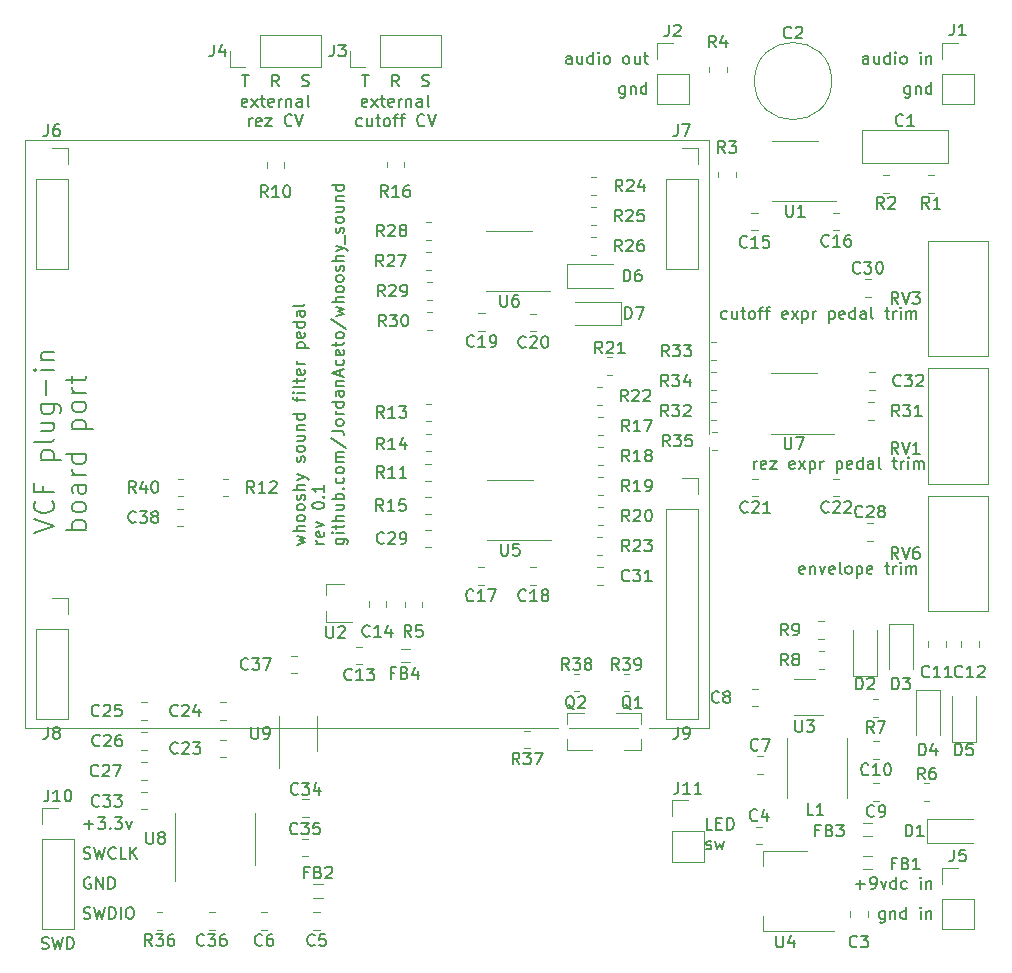
<source format=gto>
G04 #@! TF.GenerationSoftware,KiCad,Pcbnew,5.1.10-88a1d61d58~90~ubuntu20.04.1*
G04 #@! TF.CreationDate,2021-07-20T14:54:31-04:00*
G04 #@! TF.ProjectId,whooshy_sound,77686f6f-7368-4795-9f73-6f756e642e6b,0.1*
G04 #@! TF.SameCoordinates,Original*
G04 #@! TF.FileFunction,Legend,Top*
G04 #@! TF.FilePolarity,Positive*
%FSLAX46Y46*%
G04 Gerber Fmt 4.6, Leading zero omitted, Abs format (unit mm)*
G04 Created by KiCad (PCBNEW 5.1.10-88a1d61d58~90~ubuntu20.04.1) date 2021-07-20 14:54:31*
%MOMM*%
%LPD*%
G01*
G04 APERTURE LIST*
%ADD10C,0.150000*%
%ADD11C,0.120000*%
%ADD12C,1.800000*%
%ADD13R,1.800000X1.800000*%
%ADD14R,0.900000X0.800000*%
%ADD15O,1.700000X1.700000*%
%ADD16R,1.700000X1.700000*%
%ADD17R,4.200000X1.500000*%
%ADD18C,1.600000*%
%ADD19R,2.000000X1.500000*%
%ADD20R,2.000000X3.800000*%
%ADD21R,1.220000X0.650000*%
%ADD22C,2.500000*%
%ADD23O,2.720000X3.240000*%
%ADD24C,1.440000*%
%ADD25R,0.900000X1.200000*%
%ADD26R,1.100000X1.100000*%
G04 APERTURE END LIST*
D10*
X128783047Y-115056595D02*
X130483047Y-114489928D01*
X128783047Y-113923261D01*
X130321142Y-112385166D02*
X130402095Y-112466119D01*
X130483047Y-112708976D01*
X130483047Y-112870880D01*
X130402095Y-113113738D01*
X130240190Y-113275642D01*
X130078285Y-113356595D01*
X129754476Y-113437547D01*
X129511619Y-113437547D01*
X129187809Y-113356595D01*
X129025904Y-113275642D01*
X128864000Y-113113738D01*
X128783047Y-112870880D01*
X128783047Y-112708976D01*
X128864000Y-112466119D01*
X128944952Y-112385166D01*
X129592571Y-111089928D02*
X129592571Y-111656595D01*
X130483047Y-111656595D02*
X128783047Y-111656595D01*
X128783047Y-110847071D01*
X129349714Y-108904214D02*
X131049714Y-108904214D01*
X129430666Y-108904214D02*
X129349714Y-108742309D01*
X129349714Y-108418500D01*
X129430666Y-108256595D01*
X129511619Y-108175642D01*
X129673523Y-108094690D01*
X130159238Y-108094690D01*
X130321142Y-108175642D01*
X130402095Y-108256595D01*
X130483047Y-108418500D01*
X130483047Y-108742309D01*
X130402095Y-108904214D01*
X130483047Y-107123261D02*
X130402095Y-107285166D01*
X130240190Y-107366119D01*
X128783047Y-107366119D01*
X129349714Y-105747071D02*
X130483047Y-105747071D01*
X129349714Y-106475642D02*
X130240190Y-106475642D01*
X130402095Y-106394690D01*
X130483047Y-106232785D01*
X130483047Y-105989928D01*
X130402095Y-105828023D01*
X130321142Y-105747071D01*
X129349714Y-104208976D02*
X130725904Y-104208976D01*
X130887809Y-104289928D01*
X130968761Y-104370880D01*
X131049714Y-104532785D01*
X131049714Y-104775642D01*
X130968761Y-104937547D01*
X130402095Y-104208976D02*
X130483047Y-104370880D01*
X130483047Y-104694690D01*
X130402095Y-104856595D01*
X130321142Y-104937547D01*
X130159238Y-105018500D01*
X129673523Y-105018500D01*
X129511619Y-104937547D01*
X129430666Y-104856595D01*
X129349714Y-104694690D01*
X129349714Y-104370880D01*
X129430666Y-104208976D01*
X129835428Y-103399452D02*
X129835428Y-102104214D01*
X130483047Y-101294690D02*
X129349714Y-101294690D01*
X128783047Y-101294690D02*
X128864000Y-101375642D01*
X128944952Y-101294690D01*
X128864000Y-101213738D01*
X128783047Y-101294690D01*
X128944952Y-101294690D01*
X129349714Y-100485166D02*
X130483047Y-100485166D01*
X129511619Y-100485166D02*
X129430666Y-100404214D01*
X129349714Y-100242309D01*
X129349714Y-99999452D01*
X129430666Y-99837547D01*
X129592571Y-99756595D01*
X130483047Y-99756595D01*
X133183047Y-114813738D02*
X131483047Y-114813738D01*
X132130666Y-114813738D02*
X132049714Y-114651833D01*
X132049714Y-114328023D01*
X132130666Y-114166119D01*
X132211619Y-114085166D01*
X132373523Y-114004214D01*
X132859238Y-114004214D01*
X133021142Y-114085166D01*
X133102095Y-114166119D01*
X133183047Y-114328023D01*
X133183047Y-114651833D01*
X133102095Y-114813738D01*
X133183047Y-113032785D02*
X133102095Y-113194690D01*
X133021142Y-113275642D01*
X132859238Y-113356595D01*
X132373523Y-113356595D01*
X132211619Y-113275642D01*
X132130666Y-113194690D01*
X132049714Y-113032785D01*
X132049714Y-112789928D01*
X132130666Y-112628023D01*
X132211619Y-112547071D01*
X132373523Y-112466119D01*
X132859238Y-112466119D01*
X133021142Y-112547071D01*
X133102095Y-112628023D01*
X133183047Y-112789928D01*
X133183047Y-113032785D01*
X133183047Y-111008976D02*
X132292571Y-111008976D01*
X132130666Y-111089928D01*
X132049714Y-111251833D01*
X132049714Y-111575642D01*
X132130666Y-111737547D01*
X133102095Y-111008976D02*
X133183047Y-111170880D01*
X133183047Y-111575642D01*
X133102095Y-111737547D01*
X132940190Y-111818500D01*
X132778285Y-111818500D01*
X132616380Y-111737547D01*
X132535428Y-111575642D01*
X132535428Y-111170880D01*
X132454476Y-111008976D01*
X133183047Y-110199452D02*
X132049714Y-110199452D01*
X132373523Y-110199452D02*
X132211619Y-110118500D01*
X132130666Y-110037547D01*
X132049714Y-109875642D01*
X132049714Y-109713738D01*
X133183047Y-108418500D02*
X131483047Y-108418500D01*
X133102095Y-108418500D02*
X133183047Y-108580404D01*
X133183047Y-108904214D01*
X133102095Y-109066119D01*
X133021142Y-109147071D01*
X132859238Y-109228023D01*
X132373523Y-109228023D01*
X132211619Y-109147071D01*
X132130666Y-109066119D01*
X132049714Y-108904214D01*
X132049714Y-108580404D01*
X132130666Y-108418500D01*
X132049714Y-106313738D02*
X133749714Y-106313738D01*
X132130666Y-106313738D02*
X132049714Y-106151833D01*
X132049714Y-105828023D01*
X132130666Y-105666119D01*
X132211619Y-105585166D01*
X132373523Y-105504214D01*
X132859238Y-105504214D01*
X133021142Y-105585166D01*
X133102095Y-105666119D01*
X133183047Y-105828023D01*
X133183047Y-106151833D01*
X133102095Y-106313738D01*
X133183047Y-104532785D02*
X133102095Y-104694690D01*
X133021142Y-104775642D01*
X132859238Y-104856595D01*
X132373523Y-104856595D01*
X132211619Y-104775642D01*
X132130666Y-104694690D01*
X132049714Y-104532785D01*
X132049714Y-104289928D01*
X132130666Y-104128023D01*
X132211619Y-104047071D01*
X132373523Y-103966119D01*
X132859238Y-103966119D01*
X133021142Y-104047071D01*
X133102095Y-104128023D01*
X133183047Y-104289928D01*
X133183047Y-104532785D01*
X133183047Y-103237547D02*
X132049714Y-103237547D01*
X132373523Y-103237547D02*
X132211619Y-103156595D01*
X132130666Y-103075642D01*
X132049714Y-102913738D01*
X132049714Y-102751833D01*
X132049714Y-102428023D02*
X132049714Y-101780404D01*
X131483047Y-102185166D02*
X132940190Y-102185166D01*
X133102095Y-102104214D01*
X133183047Y-101942309D01*
X133183047Y-101780404D01*
D11*
X128016000Y-131572000D02*
X128016000Y-81788000D01*
X185928000Y-131572000D02*
X128016000Y-131572000D01*
X185928000Y-81788000D02*
X185928000Y-131572000D01*
X128016000Y-81788000D02*
X185928000Y-81788000D01*
D10*
X151043714Y-116091642D02*
X151710380Y-115901166D01*
X151234190Y-115710690D01*
X151710380Y-115520214D01*
X151043714Y-115329738D01*
X151710380Y-114948785D02*
X150710380Y-114948785D01*
X151710380Y-114520214D02*
X151186571Y-114520214D01*
X151091333Y-114567833D01*
X151043714Y-114663071D01*
X151043714Y-114805928D01*
X151091333Y-114901166D01*
X151138952Y-114948785D01*
X151710380Y-113901166D02*
X151662761Y-113996404D01*
X151615142Y-114044023D01*
X151519904Y-114091642D01*
X151234190Y-114091642D01*
X151138952Y-114044023D01*
X151091333Y-113996404D01*
X151043714Y-113901166D01*
X151043714Y-113758309D01*
X151091333Y-113663071D01*
X151138952Y-113615452D01*
X151234190Y-113567833D01*
X151519904Y-113567833D01*
X151615142Y-113615452D01*
X151662761Y-113663071D01*
X151710380Y-113758309D01*
X151710380Y-113901166D01*
X151710380Y-112996404D02*
X151662761Y-113091642D01*
X151615142Y-113139261D01*
X151519904Y-113186880D01*
X151234190Y-113186880D01*
X151138952Y-113139261D01*
X151091333Y-113091642D01*
X151043714Y-112996404D01*
X151043714Y-112853547D01*
X151091333Y-112758309D01*
X151138952Y-112710690D01*
X151234190Y-112663071D01*
X151519904Y-112663071D01*
X151615142Y-112710690D01*
X151662761Y-112758309D01*
X151710380Y-112853547D01*
X151710380Y-112996404D01*
X151662761Y-112282119D02*
X151710380Y-112186880D01*
X151710380Y-111996404D01*
X151662761Y-111901166D01*
X151567523Y-111853547D01*
X151519904Y-111853547D01*
X151424666Y-111901166D01*
X151377047Y-111996404D01*
X151377047Y-112139261D01*
X151329428Y-112234500D01*
X151234190Y-112282119D01*
X151186571Y-112282119D01*
X151091333Y-112234500D01*
X151043714Y-112139261D01*
X151043714Y-111996404D01*
X151091333Y-111901166D01*
X151710380Y-111424976D02*
X150710380Y-111424976D01*
X151710380Y-110996404D02*
X151186571Y-110996404D01*
X151091333Y-111044023D01*
X151043714Y-111139261D01*
X151043714Y-111282119D01*
X151091333Y-111377357D01*
X151138952Y-111424976D01*
X151043714Y-110615452D02*
X151710380Y-110377357D01*
X151043714Y-110139261D02*
X151710380Y-110377357D01*
X151948476Y-110472595D01*
X151996095Y-110520214D01*
X152043714Y-110615452D01*
X151662761Y-109044023D02*
X151710380Y-108948785D01*
X151710380Y-108758309D01*
X151662761Y-108663071D01*
X151567523Y-108615452D01*
X151519904Y-108615452D01*
X151424666Y-108663071D01*
X151377047Y-108758309D01*
X151377047Y-108901166D01*
X151329428Y-108996404D01*
X151234190Y-109044023D01*
X151186571Y-109044023D01*
X151091333Y-108996404D01*
X151043714Y-108901166D01*
X151043714Y-108758309D01*
X151091333Y-108663071D01*
X151710380Y-108044023D02*
X151662761Y-108139261D01*
X151615142Y-108186880D01*
X151519904Y-108234500D01*
X151234190Y-108234500D01*
X151138952Y-108186880D01*
X151091333Y-108139261D01*
X151043714Y-108044023D01*
X151043714Y-107901166D01*
X151091333Y-107805928D01*
X151138952Y-107758309D01*
X151234190Y-107710690D01*
X151519904Y-107710690D01*
X151615142Y-107758309D01*
X151662761Y-107805928D01*
X151710380Y-107901166D01*
X151710380Y-108044023D01*
X151043714Y-106853547D02*
X151710380Y-106853547D01*
X151043714Y-107282119D02*
X151567523Y-107282119D01*
X151662761Y-107234500D01*
X151710380Y-107139261D01*
X151710380Y-106996404D01*
X151662761Y-106901166D01*
X151615142Y-106853547D01*
X151043714Y-106377357D02*
X151710380Y-106377357D01*
X151138952Y-106377357D02*
X151091333Y-106329738D01*
X151043714Y-106234500D01*
X151043714Y-106091642D01*
X151091333Y-105996404D01*
X151186571Y-105948785D01*
X151710380Y-105948785D01*
X151710380Y-105044023D02*
X150710380Y-105044023D01*
X151662761Y-105044023D02*
X151710380Y-105139261D01*
X151710380Y-105329738D01*
X151662761Y-105424976D01*
X151615142Y-105472595D01*
X151519904Y-105520214D01*
X151234190Y-105520214D01*
X151138952Y-105472595D01*
X151091333Y-105424976D01*
X151043714Y-105329738D01*
X151043714Y-105139261D01*
X151091333Y-105044023D01*
X151043714Y-103948785D02*
X151043714Y-103567833D01*
X151710380Y-103805928D02*
X150853238Y-103805928D01*
X150758000Y-103758309D01*
X150710380Y-103663071D01*
X150710380Y-103567833D01*
X151710380Y-103234500D02*
X151043714Y-103234500D01*
X150710380Y-103234500D02*
X150758000Y-103282119D01*
X150805619Y-103234500D01*
X150758000Y-103186880D01*
X150710380Y-103234500D01*
X150805619Y-103234500D01*
X151710380Y-102615452D02*
X151662761Y-102710690D01*
X151567523Y-102758309D01*
X150710380Y-102758309D01*
X151043714Y-102377357D02*
X151043714Y-101996404D01*
X150710380Y-102234500D02*
X151567523Y-102234500D01*
X151662761Y-102186880D01*
X151710380Y-102091642D01*
X151710380Y-101996404D01*
X151662761Y-101282119D02*
X151710380Y-101377357D01*
X151710380Y-101567833D01*
X151662761Y-101663071D01*
X151567523Y-101710690D01*
X151186571Y-101710690D01*
X151091333Y-101663071D01*
X151043714Y-101567833D01*
X151043714Y-101377357D01*
X151091333Y-101282119D01*
X151186571Y-101234500D01*
X151281809Y-101234500D01*
X151377047Y-101710690D01*
X151710380Y-100805928D02*
X151043714Y-100805928D01*
X151234190Y-100805928D02*
X151138952Y-100758309D01*
X151091333Y-100710690D01*
X151043714Y-100615452D01*
X151043714Y-100520214D01*
X151043714Y-99424976D02*
X152043714Y-99424976D01*
X151091333Y-99424976D02*
X151043714Y-99329738D01*
X151043714Y-99139261D01*
X151091333Y-99044023D01*
X151138952Y-98996404D01*
X151234190Y-98948785D01*
X151519904Y-98948785D01*
X151615142Y-98996404D01*
X151662761Y-99044023D01*
X151710380Y-99139261D01*
X151710380Y-99329738D01*
X151662761Y-99424976D01*
X151662761Y-98139261D02*
X151710380Y-98234500D01*
X151710380Y-98424976D01*
X151662761Y-98520214D01*
X151567523Y-98567833D01*
X151186571Y-98567833D01*
X151091333Y-98520214D01*
X151043714Y-98424976D01*
X151043714Y-98234500D01*
X151091333Y-98139261D01*
X151186571Y-98091642D01*
X151281809Y-98091642D01*
X151377047Y-98567833D01*
X151710380Y-97234500D02*
X150710380Y-97234500D01*
X151662761Y-97234500D02*
X151710380Y-97329738D01*
X151710380Y-97520214D01*
X151662761Y-97615452D01*
X151615142Y-97663071D01*
X151519904Y-97710690D01*
X151234190Y-97710690D01*
X151138952Y-97663071D01*
X151091333Y-97615452D01*
X151043714Y-97520214D01*
X151043714Y-97329738D01*
X151091333Y-97234500D01*
X151710380Y-96329738D02*
X151186571Y-96329738D01*
X151091333Y-96377357D01*
X151043714Y-96472595D01*
X151043714Y-96663071D01*
X151091333Y-96758309D01*
X151662761Y-96329738D02*
X151710380Y-96424976D01*
X151710380Y-96663071D01*
X151662761Y-96758309D01*
X151567523Y-96805928D01*
X151472285Y-96805928D01*
X151377047Y-96758309D01*
X151329428Y-96663071D01*
X151329428Y-96424976D01*
X151281809Y-96329738D01*
X151710380Y-95710690D02*
X151662761Y-95805928D01*
X151567523Y-95853547D01*
X150710380Y-95853547D01*
X153360380Y-115996404D02*
X152693714Y-115996404D01*
X152884190Y-115996404D02*
X152788952Y-115948785D01*
X152741333Y-115901166D01*
X152693714Y-115805928D01*
X152693714Y-115710690D01*
X153312761Y-114996404D02*
X153360380Y-115091642D01*
X153360380Y-115282119D01*
X153312761Y-115377357D01*
X153217523Y-115424976D01*
X152836571Y-115424976D01*
X152741333Y-115377357D01*
X152693714Y-115282119D01*
X152693714Y-115091642D01*
X152741333Y-114996404D01*
X152836571Y-114948785D01*
X152931809Y-114948785D01*
X153027047Y-115424976D01*
X152693714Y-114615452D02*
X153360380Y-114377357D01*
X152693714Y-114139261D01*
X152360380Y-112805928D02*
X152360380Y-112710690D01*
X152408000Y-112615452D01*
X152455619Y-112567833D01*
X152550857Y-112520214D01*
X152741333Y-112472595D01*
X152979428Y-112472595D01*
X153169904Y-112520214D01*
X153265142Y-112567833D01*
X153312761Y-112615452D01*
X153360380Y-112710690D01*
X153360380Y-112805928D01*
X153312761Y-112901166D01*
X153265142Y-112948785D01*
X153169904Y-112996404D01*
X152979428Y-113044023D01*
X152741333Y-113044023D01*
X152550857Y-112996404D01*
X152455619Y-112948785D01*
X152408000Y-112901166D01*
X152360380Y-112805928D01*
X153265142Y-112044023D02*
X153312761Y-111996404D01*
X153360380Y-112044023D01*
X153312761Y-112091642D01*
X153265142Y-112044023D01*
X153360380Y-112044023D01*
X153360380Y-111044023D02*
X153360380Y-111615452D01*
X153360380Y-111329738D02*
X152360380Y-111329738D01*
X152503238Y-111424976D01*
X152598476Y-111520214D01*
X152646095Y-111615452D01*
X154343714Y-115567833D02*
X155153238Y-115567833D01*
X155248476Y-115615452D01*
X155296095Y-115663071D01*
X155343714Y-115758309D01*
X155343714Y-115901166D01*
X155296095Y-115996404D01*
X154962761Y-115567833D02*
X155010380Y-115663071D01*
X155010380Y-115853547D01*
X154962761Y-115948785D01*
X154915142Y-115996404D01*
X154819904Y-116044023D01*
X154534190Y-116044023D01*
X154438952Y-115996404D01*
X154391333Y-115948785D01*
X154343714Y-115853547D01*
X154343714Y-115663071D01*
X154391333Y-115567833D01*
X155010380Y-115091642D02*
X154343714Y-115091642D01*
X154010380Y-115091642D02*
X154058000Y-115139261D01*
X154105619Y-115091642D01*
X154058000Y-115044023D01*
X154010380Y-115091642D01*
X154105619Y-115091642D01*
X154343714Y-114758309D02*
X154343714Y-114377357D01*
X154010380Y-114615452D02*
X154867523Y-114615452D01*
X154962761Y-114567833D01*
X155010380Y-114472595D01*
X155010380Y-114377357D01*
X155010380Y-114044023D02*
X154010380Y-114044023D01*
X155010380Y-113615452D02*
X154486571Y-113615452D01*
X154391333Y-113663071D01*
X154343714Y-113758309D01*
X154343714Y-113901166D01*
X154391333Y-113996404D01*
X154438952Y-114044023D01*
X154343714Y-112710690D02*
X155010380Y-112710690D01*
X154343714Y-113139261D02*
X154867523Y-113139261D01*
X154962761Y-113091642D01*
X155010380Y-112996404D01*
X155010380Y-112853547D01*
X154962761Y-112758309D01*
X154915142Y-112710690D01*
X155010380Y-112234500D02*
X154010380Y-112234500D01*
X154391333Y-112234500D02*
X154343714Y-112139261D01*
X154343714Y-111948785D01*
X154391333Y-111853547D01*
X154438952Y-111805928D01*
X154534190Y-111758309D01*
X154819904Y-111758309D01*
X154915142Y-111805928D01*
X154962761Y-111853547D01*
X155010380Y-111948785D01*
X155010380Y-112139261D01*
X154962761Y-112234500D01*
X154915142Y-111329738D02*
X154962761Y-111282119D01*
X155010380Y-111329738D01*
X154962761Y-111377357D01*
X154915142Y-111329738D01*
X155010380Y-111329738D01*
X154962761Y-110424976D02*
X155010380Y-110520214D01*
X155010380Y-110710690D01*
X154962761Y-110805928D01*
X154915142Y-110853547D01*
X154819904Y-110901166D01*
X154534190Y-110901166D01*
X154438952Y-110853547D01*
X154391333Y-110805928D01*
X154343714Y-110710690D01*
X154343714Y-110520214D01*
X154391333Y-110424976D01*
X155010380Y-109853547D02*
X154962761Y-109948785D01*
X154915142Y-109996404D01*
X154819904Y-110044023D01*
X154534190Y-110044023D01*
X154438952Y-109996404D01*
X154391333Y-109948785D01*
X154343714Y-109853547D01*
X154343714Y-109710690D01*
X154391333Y-109615452D01*
X154438952Y-109567833D01*
X154534190Y-109520214D01*
X154819904Y-109520214D01*
X154915142Y-109567833D01*
X154962761Y-109615452D01*
X155010380Y-109710690D01*
X155010380Y-109853547D01*
X155010380Y-109091642D02*
X154343714Y-109091642D01*
X154438952Y-109091642D02*
X154391333Y-109044023D01*
X154343714Y-108948785D01*
X154343714Y-108805928D01*
X154391333Y-108710690D01*
X154486571Y-108663071D01*
X155010380Y-108663071D01*
X154486571Y-108663071D02*
X154391333Y-108615452D01*
X154343714Y-108520214D01*
X154343714Y-108377357D01*
X154391333Y-108282119D01*
X154486571Y-108234500D01*
X155010380Y-108234500D01*
X153962761Y-107044023D02*
X155248476Y-107901166D01*
X154010380Y-106424976D02*
X154724666Y-106424976D01*
X154867523Y-106472595D01*
X154962761Y-106567833D01*
X155010380Y-106710690D01*
X155010380Y-106805928D01*
X155010380Y-105805928D02*
X154962761Y-105901166D01*
X154915142Y-105948785D01*
X154819904Y-105996404D01*
X154534190Y-105996404D01*
X154438952Y-105948785D01*
X154391333Y-105901166D01*
X154343714Y-105805928D01*
X154343714Y-105663071D01*
X154391333Y-105567833D01*
X154438952Y-105520214D01*
X154534190Y-105472595D01*
X154819904Y-105472595D01*
X154915142Y-105520214D01*
X154962761Y-105567833D01*
X155010380Y-105663071D01*
X155010380Y-105805928D01*
X155010380Y-105044023D02*
X154343714Y-105044023D01*
X154534190Y-105044023D02*
X154438952Y-104996404D01*
X154391333Y-104948785D01*
X154343714Y-104853547D01*
X154343714Y-104758309D01*
X155010380Y-103996404D02*
X154010380Y-103996404D01*
X154962761Y-103996404D02*
X155010380Y-104091642D01*
X155010380Y-104282119D01*
X154962761Y-104377357D01*
X154915142Y-104424976D01*
X154819904Y-104472595D01*
X154534190Y-104472595D01*
X154438952Y-104424976D01*
X154391333Y-104377357D01*
X154343714Y-104282119D01*
X154343714Y-104091642D01*
X154391333Y-103996404D01*
X155010380Y-103091642D02*
X154486571Y-103091642D01*
X154391333Y-103139261D01*
X154343714Y-103234500D01*
X154343714Y-103424976D01*
X154391333Y-103520214D01*
X154962761Y-103091642D02*
X155010380Y-103186880D01*
X155010380Y-103424976D01*
X154962761Y-103520214D01*
X154867523Y-103567833D01*
X154772285Y-103567833D01*
X154677047Y-103520214D01*
X154629428Y-103424976D01*
X154629428Y-103186880D01*
X154581809Y-103091642D01*
X154343714Y-102615452D02*
X155010380Y-102615452D01*
X154438952Y-102615452D02*
X154391333Y-102567833D01*
X154343714Y-102472595D01*
X154343714Y-102329738D01*
X154391333Y-102234500D01*
X154486571Y-102186880D01*
X155010380Y-102186880D01*
X154724666Y-101758309D02*
X154724666Y-101282119D01*
X155010380Y-101853547D02*
X154010380Y-101520214D01*
X155010380Y-101186880D01*
X154962761Y-100424976D02*
X155010380Y-100520214D01*
X155010380Y-100710690D01*
X154962761Y-100805928D01*
X154915142Y-100853547D01*
X154819904Y-100901166D01*
X154534190Y-100901166D01*
X154438952Y-100853547D01*
X154391333Y-100805928D01*
X154343714Y-100710690D01*
X154343714Y-100520214D01*
X154391333Y-100424976D01*
X154962761Y-99615452D02*
X155010380Y-99710690D01*
X155010380Y-99901166D01*
X154962761Y-99996404D01*
X154867523Y-100044023D01*
X154486571Y-100044023D01*
X154391333Y-99996404D01*
X154343714Y-99901166D01*
X154343714Y-99710690D01*
X154391333Y-99615452D01*
X154486571Y-99567833D01*
X154581809Y-99567833D01*
X154677047Y-100044023D01*
X154343714Y-99282119D02*
X154343714Y-98901166D01*
X154010380Y-99139261D02*
X154867523Y-99139261D01*
X154962761Y-99091642D01*
X155010380Y-98996404D01*
X155010380Y-98901166D01*
X155010380Y-98424976D02*
X154962761Y-98520214D01*
X154915142Y-98567833D01*
X154819904Y-98615452D01*
X154534190Y-98615452D01*
X154438952Y-98567833D01*
X154391333Y-98520214D01*
X154343714Y-98424976D01*
X154343714Y-98282119D01*
X154391333Y-98186880D01*
X154438952Y-98139261D01*
X154534190Y-98091642D01*
X154819904Y-98091642D01*
X154915142Y-98139261D01*
X154962761Y-98186880D01*
X155010380Y-98282119D01*
X155010380Y-98424976D01*
X153962761Y-96948785D02*
X155248476Y-97805928D01*
X154343714Y-96710690D02*
X155010380Y-96520214D01*
X154534190Y-96329738D01*
X155010380Y-96139261D01*
X154343714Y-95948785D01*
X155010380Y-95567833D02*
X154010380Y-95567833D01*
X155010380Y-95139261D02*
X154486571Y-95139261D01*
X154391333Y-95186880D01*
X154343714Y-95282119D01*
X154343714Y-95424976D01*
X154391333Y-95520214D01*
X154438952Y-95567833D01*
X155010380Y-94520214D02*
X154962761Y-94615452D01*
X154915142Y-94663071D01*
X154819904Y-94710690D01*
X154534190Y-94710690D01*
X154438952Y-94663071D01*
X154391333Y-94615452D01*
X154343714Y-94520214D01*
X154343714Y-94377357D01*
X154391333Y-94282119D01*
X154438952Y-94234500D01*
X154534190Y-94186880D01*
X154819904Y-94186880D01*
X154915142Y-94234500D01*
X154962761Y-94282119D01*
X155010380Y-94377357D01*
X155010380Y-94520214D01*
X155010380Y-93615452D02*
X154962761Y-93710690D01*
X154915142Y-93758309D01*
X154819904Y-93805928D01*
X154534190Y-93805928D01*
X154438952Y-93758309D01*
X154391333Y-93710690D01*
X154343714Y-93615452D01*
X154343714Y-93472595D01*
X154391333Y-93377357D01*
X154438952Y-93329738D01*
X154534190Y-93282119D01*
X154819904Y-93282119D01*
X154915142Y-93329738D01*
X154962761Y-93377357D01*
X155010380Y-93472595D01*
X155010380Y-93615452D01*
X154962761Y-92901166D02*
X155010380Y-92805928D01*
X155010380Y-92615452D01*
X154962761Y-92520214D01*
X154867523Y-92472595D01*
X154819904Y-92472595D01*
X154724666Y-92520214D01*
X154677047Y-92615452D01*
X154677047Y-92758309D01*
X154629428Y-92853547D01*
X154534190Y-92901166D01*
X154486571Y-92901166D01*
X154391333Y-92853547D01*
X154343714Y-92758309D01*
X154343714Y-92615452D01*
X154391333Y-92520214D01*
X155010380Y-92044023D02*
X154010380Y-92044023D01*
X155010380Y-91615452D02*
X154486571Y-91615452D01*
X154391333Y-91663071D01*
X154343714Y-91758309D01*
X154343714Y-91901166D01*
X154391333Y-91996404D01*
X154438952Y-92044023D01*
X154343714Y-91234500D02*
X155010380Y-90996404D01*
X154343714Y-90758309D02*
X155010380Y-90996404D01*
X155248476Y-91091642D01*
X155296095Y-91139261D01*
X155343714Y-91234500D01*
X155105619Y-90615452D02*
X155105619Y-89853547D01*
X154962761Y-89663071D02*
X155010380Y-89567833D01*
X155010380Y-89377357D01*
X154962761Y-89282119D01*
X154867523Y-89234500D01*
X154819904Y-89234500D01*
X154724666Y-89282119D01*
X154677047Y-89377357D01*
X154677047Y-89520214D01*
X154629428Y-89615452D01*
X154534190Y-89663071D01*
X154486571Y-89663071D01*
X154391333Y-89615452D01*
X154343714Y-89520214D01*
X154343714Y-89377357D01*
X154391333Y-89282119D01*
X155010380Y-88663071D02*
X154962761Y-88758309D01*
X154915142Y-88805928D01*
X154819904Y-88853547D01*
X154534190Y-88853547D01*
X154438952Y-88805928D01*
X154391333Y-88758309D01*
X154343714Y-88663071D01*
X154343714Y-88520214D01*
X154391333Y-88424976D01*
X154438952Y-88377357D01*
X154534190Y-88329738D01*
X154819904Y-88329738D01*
X154915142Y-88377357D01*
X154962761Y-88424976D01*
X155010380Y-88520214D01*
X155010380Y-88663071D01*
X154343714Y-87472595D02*
X155010380Y-87472595D01*
X154343714Y-87901166D02*
X154867523Y-87901166D01*
X154962761Y-87853547D01*
X155010380Y-87758309D01*
X155010380Y-87615452D01*
X154962761Y-87520214D01*
X154915142Y-87472595D01*
X154343714Y-86996404D02*
X155010380Y-86996404D01*
X154438952Y-86996404D02*
X154391333Y-86948785D01*
X154343714Y-86853547D01*
X154343714Y-86710690D01*
X154391333Y-86615452D01*
X154486571Y-86567833D01*
X155010380Y-86567833D01*
X155010380Y-85663071D02*
X154010380Y-85663071D01*
X154962761Y-85663071D02*
X155010380Y-85758309D01*
X155010380Y-85948785D01*
X154962761Y-86044023D01*
X154915142Y-86091642D01*
X154819904Y-86139261D01*
X154534190Y-86139261D01*
X154438952Y-86091642D01*
X154391333Y-86044023D01*
X154343714Y-85948785D01*
X154343714Y-85758309D01*
X154391333Y-85663071D01*
X186231785Y-140216380D02*
X185755595Y-140216380D01*
X185755595Y-139216380D01*
X186565119Y-139692571D02*
X186898452Y-139692571D01*
X187041309Y-140216380D02*
X186565119Y-140216380D01*
X186565119Y-139216380D01*
X187041309Y-139216380D01*
X187469880Y-140216380D02*
X187469880Y-139216380D01*
X187707976Y-139216380D01*
X187850833Y-139264000D01*
X187946071Y-139359238D01*
X187993690Y-139454476D01*
X188041309Y-139644952D01*
X188041309Y-139787809D01*
X187993690Y-139978285D01*
X187946071Y-140073523D01*
X187850833Y-140168761D01*
X187707976Y-140216380D01*
X187469880Y-140216380D01*
X185707976Y-141818761D02*
X185803214Y-141866380D01*
X185993690Y-141866380D01*
X186088928Y-141818761D01*
X186136547Y-141723523D01*
X186136547Y-141675904D01*
X186088928Y-141580666D01*
X185993690Y-141533047D01*
X185850833Y-141533047D01*
X185755595Y-141485428D01*
X185707976Y-141390190D01*
X185707976Y-141342571D01*
X185755595Y-141247333D01*
X185850833Y-141199714D01*
X185993690Y-141199714D01*
X186088928Y-141247333D01*
X186469880Y-141199714D02*
X186660357Y-141866380D01*
X186850833Y-141390190D01*
X187041309Y-141866380D01*
X187231785Y-141199714D01*
X156980238Y-78954761D02*
X156885000Y-79002380D01*
X156694523Y-79002380D01*
X156599285Y-78954761D01*
X156551666Y-78859523D01*
X156551666Y-78478571D01*
X156599285Y-78383333D01*
X156694523Y-78335714D01*
X156885000Y-78335714D01*
X156980238Y-78383333D01*
X157027857Y-78478571D01*
X157027857Y-78573809D01*
X156551666Y-78669047D01*
X157361190Y-79002380D02*
X157885000Y-78335714D01*
X157361190Y-78335714D02*
X157885000Y-79002380D01*
X158123095Y-78335714D02*
X158504047Y-78335714D01*
X158265952Y-78002380D02*
X158265952Y-78859523D01*
X158313571Y-78954761D01*
X158408809Y-79002380D01*
X158504047Y-79002380D01*
X159218333Y-78954761D02*
X159123095Y-79002380D01*
X158932619Y-79002380D01*
X158837380Y-78954761D01*
X158789761Y-78859523D01*
X158789761Y-78478571D01*
X158837380Y-78383333D01*
X158932619Y-78335714D01*
X159123095Y-78335714D01*
X159218333Y-78383333D01*
X159265952Y-78478571D01*
X159265952Y-78573809D01*
X158789761Y-78669047D01*
X159694523Y-79002380D02*
X159694523Y-78335714D01*
X159694523Y-78526190D02*
X159742142Y-78430952D01*
X159789761Y-78383333D01*
X159885000Y-78335714D01*
X159980238Y-78335714D01*
X160313571Y-78335714D02*
X160313571Y-79002380D01*
X160313571Y-78430952D02*
X160361190Y-78383333D01*
X160456428Y-78335714D01*
X160599285Y-78335714D01*
X160694523Y-78383333D01*
X160742142Y-78478571D01*
X160742142Y-79002380D01*
X161646904Y-79002380D02*
X161646904Y-78478571D01*
X161599285Y-78383333D01*
X161504047Y-78335714D01*
X161313571Y-78335714D01*
X161218333Y-78383333D01*
X161646904Y-78954761D02*
X161551666Y-79002380D01*
X161313571Y-79002380D01*
X161218333Y-78954761D01*
X161170714Y-78859523D01*
X161170714Y-78764285D01*
X161218333Y-78669047D01*
X161313571Y-78621428D01*
X161551666Y-78621428D01*
X161646904Y-78573809D01*
X162265952Y-79002380D02*
X162170714Y-78954761D01*
X162123095Y-78859523D01*
X162123095Y-78002380D01*
X156551666Y-80604761D02*
X156456428Y-80652380D01*
X156265952Y-80652380D01*
X156170714Y-80604761D01*
X156123095Y-80557142D01*
X156075476Y-80461904D01*
X156075476Y-80176190D01*
X156123095Y-80080952D01*
X156170714Y-80033333D01*
X156265952Y-79985714D01*
X156456428Y-79985714D01*
X156551666Y-80033333D01*
X157408809Y-79985714D02*
X157408809Y-80652380D01*
X156980238Y-79985714D02*
X156980238Y-80509523D01*
X157027857Y-80604761D01*
X157123095Y-80652380D01*
X157265952Y-80652380D01*
X157361190Y-80604761D01*
X157408809Y-80557142D01*
X157742142Y-79985714D02*
X158123095Y-79985714D01*
X157885000Y-79652380D02*
X157885000Y-80509523D01*
X157932619Y-80604761D01*
X158027857Y-80652380D01*
X158123095Y-80652380D01*
X158599285Y-80652380D02*
X158504047Y-80604761D01*
X158456428Y-80557142D01*
X158408809Y-80461904D01*
X158408809Y-80176190D01*
X158456428Y-80080952D01*
X158504047Y-80033333D01*
X158599285Y-79985714D01*
X158742142Y-79985714D01*
X158837380Y-80033333D01*
X158885000Y-80080952D01*
X158932619Y-80176190D01*
X158932619Y-80461904D01*
X158885000Y-80557142D01*
X158837380Y-80604761D01*
X158742142Y-80652380D01*
X158599285Y-80652380D01*
X159218333Y-79985714D02*
X159599285Y-79985714D01*
X159361190Y-80652380D02*
X159361190Y-79795238D01*
X159408809Y-79700000D01*
X159504047Y-79652380D01*
X159599285Y-79652380D01*
X159789761Y-79985714D02*
X160170714Y-79985714D01*
X159932619Y-80652380D02*
X159932619Y-79795238D01*
X159980238Y-79700000D01*
X160075476Y-79652380D01*
X160170714Y-79652380D01*
X161837380Y-80557142D02*
X161789761Y-80604761D01*
X161646904Y-80652380D01*
X161551666Y-80652380D01*
X161408809Y-80604761D01*
X161313571Y-80509523D01*
X161265952Y-80414285D01*
X161218333Y-80223809D01*
X161218333Y-80080952D01*
X161265952Y-79890476D01*
X161313571Y-79795238D01*
X161408809Y-79700000D01*
X161551666Y-79652380D01*
X161646904Y-79652380D01*
X161789761Y-79700000D01*
X161837380Y-79747619D01*
X162123095Y-79652380D02*
X162456428Y-80652380D01*
X162789761Y-79652380D01*
X146820238Y-78954761D02*
X146725000Y-79002380D01*
X146534523Y-79002380D01*
X146439285Y-78954761D01*
X146391666Y-78859523D01*
X146391666Y-78478571D01*
X146439285Y-78383333D01*
X146534523Y-78335714D01*
X146725000Y-78335714D01*
X146820238Y-78383333D01*
X146867857Y-78478571D01*
X146867857Y-78573809D01*
X146391666Y-78669047D01*
X147201190Y-79002380D02*
X147725000Y-78335714D01*
X147201190Y-78335714D02*
X147725000Y-79002380D01*
X147963095Y-78335714D02*
X148344047Y-78335714D01*
X148105952Y-78002380D02*
X148105952Y-78859523D01*
X148153571Y-78954761D01*
X148248809Y-79002380D01*
X148344047Y-79002380D01*
X149058333Y-78954761D02*
X148963095Y-79002380D01*
X148772619Y-79002380D01*
X148677380Y-78954761D01*
X148629761Y-78859523D01*
X148629761Y-78478571D01*
X148677380Y-78383333D01*
X148772619Y-78335714D01*
X148963095Y-78335714D01*
X149058333Y-78383333D01*
X149105952Y-78478571D01*
X149105952Y-78573809D01*
X148629761Y-78669047D01*
X149534523Y-79002380D02*
X149534523Y-78335714D01*
X149534523Y-78526190D02*
X149582142Y-78430952D01*
X149629761Y-78383333D01*
X149725000Y-78335714D01*
X149820238Y-78335714D01*
X150153571Y-78335714D02*
X150153571Y-79002380D01*
X150153571Y-78430952D02*
X150201190Y-78383333D01*
X150296428Y-78335714D01*
X150439285Y-78335714D01*
X150534523Y-78383333D01*
X150582142Y-78478571D01*
X150582142Y-79002380D01*
X151486904Y-79002380D02*
X151486904Y-78478571D01*
X151439285Y-78383333D01*
X151344047Y-78335714D01*
X151153571Y-78335714D01*
X151058333Y-78383333D01*
X151486904Y-78954761D02*
X151391666Y-79002380D01*
X151153571Y-79002380D01*
X151058333Y-78954761D01*
X151010714Y-78859523D01*
X151010714Y-78764285D01*
X151058333Y-78669047D01*
X151153571Y-78621428D01*
X151391666Y-78621428D01*
X151486904Y-78573809D01*
X152105952Y-79002380D02*
X152010714Y-78954761D01*
X151963095Y-78859523D01*
X151963095Y-78002380D01*
X147010714Y-80652380D02*
X147010714Y-79985714D01*
X147010714Y-80176190D02*
X147058333Y-80080952D01*
X147105952Y-80033333D01*
X147201190Y-79985714D01*
X147296428Y-79985714D01*
X148010714Y-80604761D02*
X147915476Y-80652380D01*
X147725000Y-80652380D01*
X147629761Y-80604761D01*
X147582142Y-80509523D01*
X147582142Y-80128571D01*
X147629761Y-80033333D01*
X147725000Y-79985714D01*
X147915476Y-79985714D01*
X148010714Y-80033333D01*
X148058333Y-80128571D01*
X148058333Y-80223809D01*
X147582142Y-80319047D01*
X148391666Y-79985714D02*
X148915476Y-79985714D01*
X148391666Y-80652380D01*
X148915476Y-80652380D01*
X150629761Y-80557142D02*
X150582142Y-80604761D01*
X150439285Y-80652380D01*
X150344047Y-80652380D01*
X150201190Y-80604761D01*
X150105952Y-80509523D01*
X150058333Y-80414285D01*
X150010714Y-80223809D01*
X150010714Y-80080952D01*
X150058333Y-79890476D01*
X150105952Y-79795238D01*
X150201190Y-79700000D01*
X150344047Y-79652380D01*
X150439285Y-79652380D01*
X150582142Y-79700000D01*
X150629761Y-79747619D01*
X150915476Y-79652380D02*
X151248809Y-80652380D01*
X151582142Y-79652380D01*
X156559285Y-76287380D02*
X157130714Y-76287380D01*
X156845000Y-77287380D02*
X156845000Y-76287380D01*
X159694523Y-77287380D02*
X159361190Y-76811190D01*
X159123095Y-77287380D02*
X159123095Y-76287380D01*
X159504047Y-76287380D01*
X159599285Y-76335000D01*
X159646904Y-76382619D01*
X159694523Y-76477857D01*
X159694523Y-76620714D01*
X159646904Y-76715952D01*
X159599285Y-76763571D01*
X159504047Y-76811190D01*
X159123095Y-76811190D01*
X161639285Y-77239761D02*
X161782142Y-77287380D01*
X162020238Y-77287380D01*
X162115476Y-77239761D01*
X162163095Y-77192142D01*
X162210714Y-77096904D01*
X162210714Y-77001666D01*
X162163095Y-76906428D01*
X162115476Y-76858809D01*
X162020238Y-76811190D01*
X161829761Y-76763571D01*
X161734523Y-76715952D01*
X161686904Y-76668333D01*
X161639285Y-76573095D01*
X161639285Y-76477857D01*
X161686904Y-76382619D01*
X161734523Y-76335000D01*
X161829761Y-76287380D01*
X162067857Y-76287380D01*
X162210714Y-76335000D01*
X151479285Y-77239761D02*
X151622142Y-77287380D01*
X151860238Y-77287380D01*
X151955476Y-77239761D01*
X152003095Y-77192142D01*
X152050714Y-77096904D01*
X152050714Y-77001666D01*
X152003095Y-76906428D01*
X151955476Y-76858809D01*
X151860238Y-76811190D01*
X151669761Y-76763571D01*
X151574523Y-76715952D01*
X151526904Y-76668333D01*
X151479285Y-76573095D01*
X151479285Y-76477857D01*
X151526904Y-76382619D01*
X151574523Y-76335000D01*
X151669761Y-76287380D01*
X151907857Y-76287380D01*
X152050714Y-76335000D01*
X149534523Y-77287380D02*
X149201190Y-76811190D01*
X148963095Y-77287380D02*
X148963095Y-76287380D01*
X149344047Y-76287380D01*
X149439285Y-76335000D01*
X149486904Y-76382619D01*
X149534523Y-76477857D01*
X149534523Y-76620714D01*
X149486904Y-76715952D01*
X149439285Y-76763571D01*
X149344047Y-76811190D01*
X148963095Y-76811190D01*
X146399285Y-76287380D02*
X146970714Y-76287380D01*
X146685000Y-77287380D02*
X146685000Y-76287380D01*
X189753452Y-109672380D02*
X189753452Y-109005714D01*
X189753452Y-109196190D02*
X189801071Y-109100952D01*
X189848690Y-109053333D01*
X189943928Y-109005714D01*
X190039166Y-109005714D01*
X190753452Y-109624761D02*
X190658214Y-109672380D01*
X190467738Y-109672380D01*
X190372500Y-109624761D01*
X190324880Y-109529523D01*
X190324880Y-109148571D01*
X190372500Y-109053333D01*
X190467738Y-109005714D01*
X190658214Y-109005714D01*
X190753452Y-109053333D01*
X190801071Y-109148571D01*
X190801071Y-109243809D01*
X190324880Y-109339047D01*
X191134404Y-109005714D02*
X191658214Y-109005714D01*
X191134404Y-109672380D01*
X191658214Y-109672380D01*
X193182023Y-109624761D02*
X193086785Y-109672380D01*
X192896309Y-109672380D01*
X192801071Y-109624761D01*
X192753452Y-109529523D01*
X192753452Y-109148571D01*
X192801071Y-109053333D01*
X192896309Y-109005714D01*
X193086785Y-109005714D01*
X193182023Y-109053333D01*
X193229642Y-109148571D01*
X193229642Y-109243809D01*
X192753452Y-109339047D01*
X193562976Y-109672380D02*
X194086785Y-109005714D01*
X193562976Y-109005714D02*
X194086785Y-109672380D01*
X194467738Y-109005714D02*
X194467738Y-110005714D01*
X194467738Y-109053333D02*
X194562976Y-109005714D01*
X194753452Y-109005714D01*
X194848690Y-109053333D01*
X194896309Y-109100952D01*
X194943928Y-109196190D01*
X194943928Y-109481904D01*
X194896309Y-109577142D01*
X194848690Y-109624761D01*
X194753452Y-109672380D01*
X194562976Y-109672380D01*
X194467738Y-109624761D01*
X195372500Y-109672380D02*
X195372500Y-109005714D01*
X195372500Y-109196190D02*
X195420119Y-109100952D01*
X195467738Y-109053333D01*
X195562976Y-109005714D01*
X195658214Y-109005714D01*
X196753452Y-109005714D02*
X196753452Y-110005714D01*
X196753452Y-109053333D02*
X196848690Y-109005714D01*
X197039166Y-109005714D01*
X197134404Y-109053333D01*
X197182023Y-109100952D01*
X197229642Y-109196190D01*
X197229642Y-109481904D01*
X197182023Y-109577142D01*
X197134404Y-109624761D01*
X197039166Y-109672380D01*
X196848690Y-109672380D01*
X196753452Y-109624761D01*
X198039166Y-109624761D02*
X197943928Y-109672380D01*
X197753452Y-109672380D01*
X197658214Y-109624761D01*
X197610595Y-109529523D01*
X197610595Y-109148571D01*
X197658214Y-109053333D01*
X197753452Y-109005714D01*
X197943928Y-109005714D01*
X198039166Y-109053333D01*
X198086785Y-109148571D01*
X198086785Y-109243809D01*
X197610595Y-109339047D01*
X198943928Y-109672380D02*
X198943928Y-108672380D01*
X198943928Y-109624761D02*
X198848690Y-109672380D01*
X198658214Y-109672380D01*
X198562976Y-109624761D01*
X198515357Y-109577142D01*
X198467738Y-109481904D01*
X198467738Y-109196190D01*
X198515357Y-109100952D01*
X198562976Y-109053333D01*
X198658214Y-109005714D01*
X198848690Y-109005714D01*
X198943928Y-109053333D01*
X199848690Y-109672380D02*
X199848690Y-109148571D01*
X199801071Y-109053333D01*
X199705833Y-109005714D01*
X199515357Y-109005714D01*
X199420119Y-109053333D01*
X199848690Y-109624761D02*
X199753452Y-109672380D01*
X199515357Y-109672380D01*
X199420119Y-109624761D01*
X199372500Y-109529523D01*
X199372500Y-109434285D01*
X199420119Y-109339047D01*
X199515357Y-109291428D01*
X199753452Y-109291428D01*
X199848690Y-109243809D01*
X200467738Y-109672380D02*
X200372500Y-109624761D01*
X200324880Y-109529523D01*
X200324880Y-108672380D01*
X201467738Y-109005714D02*
X201848690Y-109005714D01*
X201610595Y-108672380D02*
X201610595Y-109529523D01*
X201658214Y-109624761D01*
X201753452Y-109672380D01*
X201848690Y-109672380D01*
X202182023Y-109672380D02*
X202182023Y-109005714D01*
X202182023Y-109196190D02*
X202229642Y-109100952D01*
X202277261Y-109053333D01*
X202372500Y-109005714D01*
X202467738Y-109005714D01*
X202801071Y-109672380D02*
X202801071Y-109005714D01*
X202801071Y-108672380D02*
X202753452Y-108720000D01*
X202801071Y-108767619D01*
X202848690Y-108720000D01*
X202801071Y-108672380D01*
X202801071Y-108767619D01*
X203277261Y-109672380D02*
X203277261Y-109005714D01*
X203277261Y-109100952D02*
X203324880Y-109053333D01*
X203420119Y-109005714D01*
X203562976Y-109005714D01*
X203658214Y-109053333D01*
X203705833Y-109148571D01*
X203705833Y-109672380D01*
X203705833Y-109148571D02*
X203753452Y-109053333D01*
X203848690Y-109005714D01*
X203991547Y-109005714D01*
X204086785Y-109053333D01*
X204134404Y-109148571D01*
X204134404Y-109672380D01*
X187451785Y-96924761D02*
X187356547Y-96972380D01*
X187166071Y-96972380D01*
X187070833Y-96924761D01*
X187023214Y-96877142D01*
X186975595Y-96781904D01*
X186975595Y-96496190D01*
X187023214Y-96400952D01*
X187070833Y-96353333D01*
X187166071Y-96305714D01*
X187356547Y-96305714D01*
X187451785Y-96353333D01*
X188308928Y-96305714D02*
X188308928Y-96972380D01*
X187880357Y-96305714D02*
X187880357Y-96829523D01*
X187927976Y-96924761D01*
X188023214Y-96972380D01*
X188166071Y-96972380D01*
X188261309Y-96924761D01*
X188308928Y-96877142D01*
X188642261Y-96305714D02*
X189023214Y-96305714D01*
X188785119Y-95972380D02*
X188785119Y-96829523D01*
X188832738Y-96924761D01*
X188927976Y-96972380D01*
X189023214Y-96972380D01*
X189499404Y-96972380D02*
X189404166Y-96924761D01*
X189356547Y-96877142D01*
X189308928Y-96781904D01*
X189308928Y-96496190D01*
X189356547Y-96400952D01*
X189404166Y-96353333D01*
X189499404Y-96305714D01*
X189642261Y-96305714D01*
X189737500Y-96353333D01*
X189785119Y-96400952D01*
X189832738Y-96496190D01*
X189832738Y-96781904D01*
X189785119Y-96877142D01*
X189737500Y-96924761D01*
X189642261Y-96972380D01*
X189499404Y-96972380D01*
X190118452Y-96305714D02*
X190499404Y-96305714D01*
X190261309Y-96972380D02*
X190261309Y-96115238D01*
X190308928Y-96020000D01*
X190404166Y-95972380D01*
X190499404Y-95972380D01*
X190689880Y-96305714D02*
X191070833Y-96305714D01*
X190832738Y-96972380D02*
X190832738Y-96115238D01*
X190880357Y-96020000D01*
X190975595Y-95972380D01*
X191070833Y-95972380D01*
X192547023Y-96924761D02*
X192451785Y-96972380D01*
X192261309Y-96972380D01*
X192166071Y-96924761D01*
X192118452Y-96829523D01*
X192118452Y-96448571D01*
X192166071Y-96353333D01*
X192261309Y-96305714D01*
X192451785Y-96305714D01*
X192547023Y-96353333D01*
X192594642Y-96448571D01*
X192594642Y-96543809D01*
X192118452Y-96639047D01*
X192927976Y-96972380D02*
X193451785Y-96305714D01*
X192927976Y-96305714D02*
X193451785Y-96972380D01*
X193832738Y-96305714D02*
X193832738Y-97305714D01*
X193832738Y-96353333D02*
X193927976Y-96305714D01*
X194118452Y-96305714D01*
X194213690Y-96353333D01*
X194261309Y-96400952D01*
X194308928Y-96496190D01*
X194308928Y-96781904D01*
X194261309Y-96877142D01*
X194213690Y-96924761D01*
X194118452Y-96972380D01*
X193927976Y-96972380D01*
X193832738Y-96924761D01*
X194737500Y-96972380D02*
X194737500Y-96305714D01*
X194737500Y-96496190D02*
X194785119Y-96400952D01*
X194832738Y-96353333D01*
X194927976Y-96305714D01*
X195023214Y-96305714D01*
X196118452Y-96305714D02*
X196118452Y-97305714D01*
X196118452Y-96353333D02*
X196213690Y-96305714D01*
X196404166Y-96305714D01*
X196499404Y-96353333D01*
X196547023Y-96400952D01*
X196594642Y-96496190D01*
X196594642Y-96781904D01*
X196547023Y-96877142D01*
X196499404Y-96924761D01*
X196404166Y-96972380D01*
X196213690Y-96972380D01*
X196118452Y-96924761D01*
X197404166Y-96924761D02*
X197308928Y-96972380D01*
X197118452Y-96972380D01*
X197023214Y-96924761D01*
X196975595Y-96829523D01*
X196975595Y-96448571D01*
X197023214Y-96353333D01*
X197118452Y-96305714D01*
X197308928Y-96305714D01*
X197404166Y-96353333D01*
X197451785Y-96448571D01*
X197451785Y-96543809D01*
X196975595Y-96639047D01*
X198308928Y-96972380D02*
X198308928Y-95972380D01*
X198308928Y-96924761D02*
X198213690Y-96972380D01*
X198023214Y-96972380D01*
X197927976Y-96924761D01*
X197880357Y-96877142D01*
X197832738Y-96781904D01*
X197832738Y-96496190D01*
X197880357Y-96400952D01*
X197927976Y-96353333D01*
X198023214Y-96305714D01*
X198213690Y-96305714D01*
X198308928Y-96353333D01*
X199213690Y-96972380D02*
X199213690Y-96448571D01*
X199166071Y-96353333D01*
X199070833Y-96305714D01*
X198880357Y-96305714D01*
X198785119Y-96353333D01*
X199213690Y-96924761D02*
X199118452Y-96972380D01*
X198880357Y-96972380D01*
X198785119Y-96924761D01*
X198737500Y-96829523D01*
X198737500Y-96734285D01*
X198785119Y-96639047D01*
X198880357Y-96591428D01*
X199118452Y-96591428D01*
X199213690Y-96543809D01*
X199832738Y-96972380D02*
X199737500Y-96924761D01*
X199689880Y-96829523D01*
X199689880Y-95972380D01*
X200832738Y-96305714D02*
X201213690Y-96305714D01*
X200975595Y-95972380D02*
X200975595Y-96829523D01*
X201023214Y-96924761D01*
X201118452Y-96972380D01*
X201213690Y-96972380D01*
X201547023Y-96972380D02*
X201547023Y-96305714D01*
X201547023Y-96496190D02*
X201594642Y-96400952D01*
X201642261Y-96353333D01*
X201737500Y-96305714D01*
X201832738Y-96305714D01*
X202166071Y-96972380D02*
X202166071Y-96305714D01*
X202166071Y-95972380D02*
X202118452Y-96020000D01*
X202166071Y-96067619D01*
X202213690Y-96020000D01*
X202166071Y-95972380D01*
X202166071Y-96067619D01*
X202642261Y-96972380D02*
X202642261Y-96305714D01*
X202642261Y-96400952D02*
X202689880Y-96353333D01*
X202785119Y-96305714D01*
X202927976Y-96305714D01*
X203023214Y-96353333D01*
X203070833Y-96448571D01*
X203070833Y-96972380D01*
X203070833Y-96448571D02*
X203118452Y-96353333D01*
X203213690Y-96305714D01*
X203356547Y-96305714D01*
X203451785Y-96353333D01*
X203499404Y-96448571D01*
X203499404Y-96972380D01*
X200817023Y-147105714D02*
X200817023Y-147915238D01*
X200769404Y-148010476D01*
X200721785Y-148058095D01*
X200626547Y-148105714D01*
X200483690Y-148105714D01*
X200388452Y-148058095D01*
X200817023Y-147724761D02*
X200721785Y-147772380D01*
X200531309Y-147772380D01*
X200436071Y-147724761D01*
X200388452Y-147677142D01*
X200340833Y-147581904D01*
X200340833Y-147296190D01*
X200388452Y-147200952D01*
X200436071Y-147153333D01*
X200531309Y-147105714D01*
X200721785Y-147105714D01*
X200817023Y-147153333D01*
X201293214Y-147105714D02*
X201293214Y-147772380D01*
X201293214Y-147200952D02*
X201340833Y-147153333D01*
X201436071Y-147105714D01*
X201578928Y-147105714D01*
X201674166Y-147153333D01*
X201721785Y-147248571D01*
X201721785Y-147772380D01*
X202626547Y-147772380D02*
X202626547Y-146772380D01*
X202626547Y-147724761D02*
X202531309Y-147772380D01*
X202340833Y-147772380D01*
X202245595Y-147724761D01*
X202197976Y-147677142D01*
X202150357Y-147581904D01*
X202150357Y-147296190D01*
X202197976Y-147200952D01*
X202245595Y-147153333D01*
X202340833Y-147105714D01*
X202531309Y-147105714D01*
X202626547Y-147153333D01*
X203864642Y-147772380D02*
X203864642Y-147105714D01*
X203864642Y-146772380D02*
X203817023Y-146820000D01*
X203864642Y-146867619D01*
X203912261Y-146820000D01*
X203864642Y-146772380D01*
X203864642Y-146867619D01*
X204340833Y-147105714D02*
X204340833Y-147772380D01*
X204340833Y-147200952D02*
X204388452Y-147153333D01*
X204483690Y-147105714D01*
X204626547Y-147105714D01*
X204721785Y-147153333D01*
X204769404Y-147248571D01*
X204769404Y-147772380D01*
X198388452Y-144851428D02*
X199150357Y-144851428D01*
X198769404Y-145232380D02*
X198769404Y-144470476D01*
X199674166Y-145232380D02*
X199864642Y-145232380D01*
X199959880Y-145184761D01*
X200007500Y-145137142D01*
X200102738Y-144994285D01*
X200150357Y-144803809D01*
X200150357Y-144422857D01*
X200102738Y-144327619D01*
X200055119Y-144280000D01*
X199959880Y-144232380D01*
X199769404Y-144232380D01*
X199674166Y-144280000D01*
X199626547Y-144327619D01*
X199578928Y-144422857D01*
X199578928Y-144660952D01*
X199626547Y-144756190D01*
X199674166Y-144803809D01*
X199769404Y-144851428D01*
X199959880Y-144851428D01*
X200055119Y-144803809D01*
X200102738Y-144756190D01*
X200150357Y-144660952D01*
X200483690Y-144565714D02*
X200721785Y-145232380D01*
X200959880Y-144565714D01*
X201769404Y-145232380D02*
X201769404Y-144232380D01*
X201769404Y-145184761D02*
X201674166Y-145232380D01*
X201483690Y-145232380D01*
X201388452Y-145184761D01*
X201340833Y-145137142D01*
X201293214Y-145041904D01*
X201293214Y-144756190D01*
X201340833Y-144660952D01*
X201388452Y-144613333D01*
X201483690Y-144565714D01*
X201674166Y-144565714D01*
X201769404Y-144613333D01*
X202674166Y-145184761D02*
X202578928Y-145232380D01*
X202388452Y-145232380D01*
X202293214Y-145184761D01*
X202245595Y-145137142D01*
X202197976Y-145041904D01*
X202197976Y-144756190D01*
X202245595Y-144660952D01*
X202293214Y-144613333D01*
X202388452Y-144565714D01*
X202578928Y-144565714D01*
X202674166Y-144613333D01*
X203864642Y-145232380D02*
X203864642Y-144565714D01*
X203864642Y-144232380D02*
X203817023Y-144280000D01*
X203864642Y-144327619D01*
X203912261Y-144280000D01*
X203864642Y-144232380D01*
X203864642Y-144327619D01*
X204340833Y-144565714D02*
X204340833Y-145232380D01*
X204340833Y-144660952D02*
X204388452Y-144613333D01*
X204483690Y-144565714D01*
X204626547Y-144565714D01*
X204721785Y-144613333D01*
X204769404Y-144708571D01*
X204769404Y-145232380D01*
X133002976Y-147724761D02*
X133145833Y-147772380D01*
X133383928Y-147772380D01*
X133479166Y-147724761D01*
X133526785Y-147677142D01*
X133574404Y-147581904D01*
X133574404Y-147486666D01*
X133526785Y-147391428D01*
X133479166Y-147343809D01*
X133383928Y-147296190D01*
X133193452Y-147248571D01*
X133098214Y-147200952D01*
X133050595Y-147153333D01*
X133002976Y-147058095D01*
X133002976Y-146962857D01*
X133050595Y-146867619D01*
X133098214Y-146820000D01*
X133193452Y-146772380D01*
X133431547Y-146772380D01*
X133574404Y-146820000D01*
X133907738Y-146772380D02*
X134145833Y-147772380D01*
X134336309Y-147058095D01*
X134526785Y-147772380D01*
X134764880Y-146772380D01*
X135145833Y-147772380D02*
X135145833Y-146772380D01*
X135383928Y-146772380D01*
X135526785Y-146820000D01*
X135622023Y-146915238D01*
X135669642Y-147010476D01*
X135717261Y-147200952D01*
X135717261Y-147343809D01*
X135669642Y-147534285D01*
X135622023Y-147629523D01*
X135526785Y-147724761D01*
X135383928Y-147772380D01*
X135145833Y-147772380D01*
X136145833Y-147772380D02*
X136145833Y-146772380D01*
X136812500Y-146772380D02*
X137002976Y-146772380D01*
X137098214Y-146820000D01*
X137193452Y-146915238D01*
X137241071Y-147105714D01*
X137241071Y-147439047D01*
X137193452Y-147629523D01*
X137098214Y-147724761D01*
X137002976Y-147772380D01*
X136812500Y-147772380D01*
X136717261Y-147724761D01*
X136622023Y-147629523D01*
X136574404Y-147439047D01*
X136574404Y-147105714D01*
X136622023Y-146915238D01*
X136717261Y-146820000D01*
X136812500Y-146772380D01*
X133574404Y-144280000D02*
X133479166Y-144232380D01*
X133336309Y-144232380D01*
X133193452Y-144280000D01*
X133098214Y-144375238D01*
X133050595Y-144470476D01*
X133002976Y-144660952D01*
X133002976Y-144803809D01*
X133050595Y-144994285D01*
X133098214Y-145089523D01*
X133193452Y-145184761D01*
X133336309Y-145232380D01*
X133431547Y-145232380D01*
X133574404Y-145184761D01*
X133622023Y-145137142D01*
X133622023Y-144803809D01*
X133431547Y-144803809D01*
X134050595Y-145232380D02*
X134050595Y-144232380D01*
X134622023Y-145232380D01*
X134622023Y-144232380D01*
X135098214Y-145232380D02*
X135098214Y-144232380D01*
X135336309Y-144232380D01*
X135479166Y-144280000D01*
X135574404Y-144375238D01*
X135622023Y-144470476D01*
X135669642Y-144660952D01*
X135669642Y-144803809D01*
X135622023Y-144994285D01*
X135574404Y-145089523D01*
X135479166Y-145184761D01*
X135336309Y-145232380D01*
X135098214Y-145232380D01*
X133002976Y-142644761D02*
X133145833Y-142692380D01*
X133383928Y-142692380D01*
X133479166Y-142644761D01*
X133526785Y-142597142D01*
X133574404Y-142501904D01*
X133574404Y-142406666D01*
X133526785Y-142311428D01*
X133479166Y-142263809D01*
X133383928Y-142216190D01*
X133193452Y-142168571D01*
X133098214Y-142120952D01*
X133050595Y-142073333D01*
X133002976Y-141978095D01*
X133002976Y-141882857D01*
X133050595Y-141787619D01*
X133098214Y-141740000D01*
X133193452Y-141692380D01*
X133431547Y-141692380D01*
X133574404Y-141740000D01*
X133907738Y-141692380D02*
X134145833Y-142692380D01*
X134336309Y-141978095D01*
X134526785Y-142692380D01*
X134764880Y-141692380D01*
X135717261Y-142597142D02*
X135669642Y-142644761D01*
X135526785Y-142692380D01*
X135431547Y-142692380D01*
X135288690Y-142644761D01*
X135193452Y-142549523D01*
X135145833Y-142454285D01*
X135098214Y-142263809D01*
X135098214Y-142120952D01*
X135145833Y-141930476D01*
X135193452Y-141835238D01*
X135288690Y-141740000D01*
X135431547Y-141692380D01*
X135526785Y-141692380D01*
X135669642Y-141740000D01*
X135717261Y-141787619D01*
X136622023Y-142692380D02*
X136145833Y-142692380D01*
X136145833Y-141692380D01*
X136955357Y-142692380D02*
X136955357Y-141692380D01*
X137526785Y-142692380D02*
X137098214Y-142120952D01*
X137526785Y-141692380D02*
X136955357Y-142263809D01*
X133050595Y-139771428D02*
X133812500Y-139771428D01*
X133431547Y-140152380D02*
X133431547Y-139390476D01*
X134193452Y-139152380D02*
X134812500Y-139152380D01*
X134479166Y-139533333D01*
X134622023Y-139533333D01*
X134717261Y-139580952D01*
X134764880Y-139628571D01*
X134812500Y-139723809D01*
X134812500Y-139961904D01*
X134764880Y-140057142D01*
X134717261Y-140104761D01*
X134622023Y-140152380D01*
X134336309Y-140152380D01*
X134241071Y-140104761D01*
X134193452Y-140057142D01*
X135241071Y-140057142D02*
X135288690Y-140104761D01*
X135241071Y-140152380D01*
X135193452Y-140104761D01*
X135241071Y-140057142D01*
X135241071Y-140152380D01*
X135622023Y-139152380D02*
X136241071Y-139152380D01*
X135907738Y-139533333D01*
X136050595Y-139533333D01*
X136145833Y-139580952D01*
X136193452Y-139628571D01*
X136241071Y-139723809D01*
X136241071Y-139961904D01*
X136193452Y-140057142D01*
X136145833Y-140104761D01*
X136050595Y-140152380D01*
X135764880Y-140152380D01*
X135669642Y-140104761D01*
X135622023Y-140057142D01*
X136574404Y-139485714D02*
X136812500Y-140152380D01*
X137050595Y-139485714D01*
X129452857Y-150264761D02*
X129595714Y-150312380D01*
X129833809Y-150312380D01*
X129929047Y-150264761D01*
X129976666Y-150217142D01*
X130024285Y-150121904D01*
X130024285Y-150026666D01*
X129976666Y-149931428D01*
X129929047Y-149883809D01*
X129833809Y-149836190D01*
X129643333Y-149788571D01*
X129548095Y-149740952D01*
X129500476Y-149693333D01*
X129452857Y-149598095D01*
X129452857Y-149502857D01*
X129500476Y-149407619D01*
X129548095Y-149360000D01*
X129643333Y-149312380D01*
X129881428Y-149312380D01*
X130024285Y-149360000D01*
X130357619Y-149312380D02*
X130595714Y-150312380D01*
X130786190Y-149598095D01*
X130976666Y-150312380D01*
X131214761Y-149312380D01*
X131595714Y-150312380D02*
X131595714Y-149312380D01*
X131833809Y-149312380D01*
X131976666Y-149360000D01*
X132071904Y-149455238D01*
X132119523Y-149550476D01*
X132167142Y-149740952D01*
X132167142Y-149883809D01*
X132119523Y-150074285D01*
X132071904Y-150169523D01*
X131976666Y-150264761D01*
X131833809Y-150312380D01*
X131595714Y-150312380D01*
X194023214Y-118514761D02*
X193927976Y-118562380D01*
X193737500Y-118562380D01*
X193642261Y-118514761D01*
X193594642Y-118419523D01*
X193594642Y-118038571D01*
X193642261Y-117943333D01*
X193737500Y-117895714D01*
X193927976Y-117895714D01*
X194023214Y-117943333D01*
X194070833Y-118038571D01*
X194070833Y-118133809D01*
X193594642Y-118229047D01*
X194499404Y-117895714D02*
X194499404Y-118562380D01*
X194499404Y-117990952D02*
X194547023Y-117943333D01*
X194642261Y-117895714D01*
X194785119Y-117895714D01*
X194880357Y-117943333D01*
X194927976Y-118038571D01*
X194927976Y-118562380D01*
X195308928Y-117895714D02*
X195547023Y-118562380D01*
X195785119Y-117895714D01*
X196547023Y-118514761D02*
X196451785Y-118562380D01*
X196261309Y-118562380D01*
X196166071Y-118514761D01*
X196118452Y-118419523D01*
X196118452Y-118038571D01*
X196166071Y-117943333D01*
X196261309Y-117895714D01*
X196451785Y-117895714D01*
X196547023Y-117943333D01*
X196594642Y-118038571D01*
X196594642Y-118133809D01*
X196118452Y-118229047D01*
X197166071Y-118562380D02*
X197070833Y-118514761D01*
X197023214Y-118419523D01*
X197023214Y-117562380D01*
X197689880Y-118562380D02*
X197594642Y-118514761D01*
X197547023Y-118467142D01*
X197499404Y-118371904D01*
X197499404Y-118086190D01*
X197547023Y-117990952D01*
X197594642Y-117943333D01*
X197689880Y-117895714D01*
X197832738Y-117895714D01*
X197927976Y-117943333D01*
X197975595Y-117990952D01*
X198023214Y-118086190D01*
X198023214Y-118371904D01*
X197975595Y-118467142D01*
X197927976Y-118514761D01*
X197832738Y-118562380D01*
X197689880Y-118562380D01*
X198451785Y-117895714D02*
X198451785Y-118895714D01*
X198451785Y-117943333D02*
X198547023Y-117895714D01*
X198737500Y-117895714D01*
X198832738Y-117943333D01*
X198880357Y-117990952D01*
X198927976Y-118086190D01*
X198927976Y-118371904D01*
X198880357Y-118467142D01*
X198832738Y-118514761D01*
X198737500Y-118562380D01*
X198547023Y-118562380D01*
X198451785Y-118514761D01*
X199737500Y-118514761D02*
X199642261Y-118562380D01*
X199451785Y-118562380D01*
X199356547Y-118514761D01*
X199308928Y-118419523D01*
X199308928Y-118038571D01*
X199356547Y-117943333D01*
X199451785Y-117895714D01*
X199642261Y-117895714D01*
X199737500Y-117943333D01*
X199785119Y-118038571D01*
X199785119Y-118133809D01*
X199308928Y-118229047D01*
X200832738Y-117895714D02*
X201213690Y-117895714D01*
X200975595Y-117562380D02*
X200975595Y-118419523D01*
X201023214Y-118514761D01*
X201118452Y-118562380D01*
X201213690Y-118562380D01*
X201547023Y-118562380D02*
X201547023Y-117895714D01*
X201547023Y-118086190D02*
X201594642Y-117990952D01*
X201642261Y-117943333D01*
X201737500Y-117895714D01*
X201832738Y-117895714D01*
X202166071Y-118562380D02*
X202166071Y-117895714D01*
X202166071Y-117562380D02*
X202118452Y-117610000D01*
X202166071Y-117657619D01*
X202213690Y-117610000D01*
X202166071Y-117562380D01*
X202166071Y-117657619D01*
X202642261Y-118562380D02*
X202642261Y-117895714D01*
X202642261Y-117990952D02*
X202689880Y-117943333D01*
X202785119Y-117895714D01*
X202927976Y-117895714D01*
X203023214Y-117943333D01*
X203070833Y-118038571D01*
X203070833Y-118562380D01*
X203070833Y-118038571D02*
X203118452Y-117943333D01*
X203213690Y-117895714D01*
X203356547Y-117895714D01*
X203451785Y-117943333D01*
X203499404Y-118038571D01*
X203499404Y-118562380D01*
X178829880Y-77255714D02*
X178829880Y-78065238D01*
X178782261Y-78160476D01*
X178734642Y-78208095D01*
X178639404Y-78255714D01*
X178496547Y-78255714D01*
X178401309Y-78208095D01*
X178829880Y-77874761D02*
X178734642Y-77922380D01*
X178544166Y-77922380D01*
X178448928Y-77874761D01*
X178401309Y-77827142D01*
X178353690Y-77731904D01*
X178353690Y-77446190D01*
X178401309Y-77350952D01*
X178448928Y-77303333D01*
X178544166Y-77255714D01*
X178734642Y-77255714D01*
X178829880Y-77303333D01*
X179306071Y-77255714D02*
X179306071Y-77922380D01*
X179306071Y-77350952D02*
X179353690Y-77303333D01*
X179448928Y-77255714D01*
X179591785Y-77255714D01*
X179687023Y-77303333D01*
X179734642Y-77398571D01*
X179734642Y-77922380D01*
X180639404Y-77922380D02*
X180639404Y-76922380D01*
X180639404Y-77874761D02*
X180544166Y-77922380D01*
X180353690Y-77922380D01*
X180258452Y-77874761D01*
X180210833Y-77827142D01*
X180163214Y-77731904D01*
X180163214Y-77446190D01*
X180210833Y-77350952D01*
X180258452Y-77303333D01*
X180353690Y-77255714D01*
X180544166Y-77255714D01*
X180639404Y-77303333D01*
X174306071Y-75382380D02*
X174306071Y-74858571D01*
X174258452Y-74763333D01*
X174163214Y-74715714D01*
X173972738Y-74715714D01*
X173877500Y-74763333D01*
X174306071Y-75334761D02*
X174210833Y-75382380D01*
X173972738Y-75382380D01*
X173877500Y-75334761D01*
X173829880Y-75239523D01*
X173829880Y-75144285D01*
X173877500Y-75049047D01*
X173972738Y-75001428D01*
X174210833Y-75001428D01*
X174306071Y-74953809D01*
X175210833Y-74715714D02*
X175210833Y-75382380D01*
X174782261Y-74715714D02*
X174782261Y-75239523D01*
X174829880Y-75334761D01*
X174925119Y-75382380D01*
X175067976Y-75382380D01*
X175163214Y-75334761D01*
X175210833Y-75287142D01*
X176115595Y-75382380D02*
X176115595Y-74382380D01*
X176115595Y-75334761D02*
X176020357Y-75382380D01*
X175829880Y-75382380D01*
X175734642Y-75334761D01*
X175687023Y-75287142D01*
X175639404Y-75191904D01*
X175639404Y-74906190D01*
X175687023Y-74810952D01*
X175734642Y-74763333D01*
X175829880Y-74715714D01*
X176020357Y-74715714D01*
X176115595Y-74763333D01*
X176591785Y-75382380D02*
X176591785Y-74715714D01*
X176591785Y-74382380D02*
X176544166Y-74430000D01*
X176591785Y-74477619D01*
X176639404Y-74430000D01*
X176591785Y-74382380D01*
X176591785Y-74477619D01*
X177210833Y-75382380D02*
X177115595Y-75334761D01*
X177067976Y-75287142D01*
X177020357Y-75191904D01*
X177020357Y-74906190D01*
X177067976Y-74810952D01*
X177115595Y-74763333D01*
X177210833Y-74715714D01*
X177353690Y-74715714D01*
X177448928Y-74763333D01*
X177496547Y-74810952D01*
X177544166Y-74906190D01*
X177544166Y-75191904D01*
X177496547Y-75287142D01*
X177448928Y-75334761D01*
X177353690Y-75382380D01*
X177210833Y-75382380D01*
X178877500Y-75382380D02*
X178782261Y-75334761D01*
X178734642Y-75287142D01*
X178687023Y-75191904D01*
X178687023Y-74906190D01*
X178734642Y-74810952D01*
X178782261Y-74763333D01*
X178877500Y-74715714D01*
X179020357Y-74715714D01*
X179115595Y-74763333D01*
X179163214Y-74810952D01*
X179210833Y-74906190D01*
X179210833Y-75191904D01*
X179163214Y-75287142D01*
X179115595Y-75334761D01*
X179020357Y-75382380D01*
X178877500Y-75382380D01*
X180067976Y-74715714D02*
X180067976Y-75382380D01*
X179639404Y-74715714D02*
X179639404Y-75239523D01*
X179687023Y-75334761D01*
X179782261Y-75382380D01*
X179925119Y-75382380D01*
X180020357Y-75334761D01*
X180067976Y-75287142D01*
X180401309Y-74715714D02*
X180782261Y-74715714D01*
X180544166Y-74382380D02*
X180544166Y-75239523D01*
X180591785Y-75334761D01*
X180687023Y-75382380D01*
X180782261Y-75382380D01*
X202959880Y-77255714D02*
X202959880Y-78065238D01*
X202912261Y-78160476D01*
X202864642Y-78208095D01*
X202769404Y-78255714D01*
X202626547Y-78255714D01*
X202531309Y-78208095D01*
X202959880Y-77874761D02*
X202864642Y-77922380D01*
X202674166Y-77922380D01*
X202578928Y-77874761D01*
X202531309Y-77827142D01*
X202483690Y-77731904D01*
X202483690Y-77446190D01*
X202531309Y-77350952D01*
X202578928Y-77303333D01*
X202674166Y-77255714D01*
X202864642Y-77255714D01*
X202959880Y-77303333D01*
X203436071Y-77255714D02*
X203436071Y-77922380D01*
X203436071Y-77350952D02*
X203483690Y-77303333D01*
X203578928Y-77255714D01*
X203721785Y-77255714D01*
X203817023Y-77303333D01*
X203864642Y-77398571D01*
X203864642Y-77922380D01*
X204769404Y-77922380D02*
X204769404Y-76922380D01*
X204769404Y-77874761D02*
X204674166Y-77922380D01*
X204483690Y-77922380D01*
X204388452Y-77874761D01*
X204340833Y-77827142D01*
X204293214Y-77731904D01*
X204293214Y-77446190D01*
X204340833Y-77350952D01*
X204388452Y-77303333D01*
X204483690Y-77255714D01*
X204674166Y-77255714D01*
X204769404Y-77303333D01*
X199436071Y-75382380D02*
X199436071Y-74858571D01*
X199388452Y-74763333D01*
X199293214Y-74715714D01*
X199102738Y-74715714D01*
X199007500Y-74763333D01*
X199436071Y-75334761D02*
X199340833Y-75382380D01*
X199102738Y-75382380D01*
X199007500Y-75334761D01*
X198959880Y-75239523D01*
X198959880Y-75144285D01*
X199007500Y-75049047D01*
X199102738Y-75001428D01*
X199340833Y-75001428D01*
X199436071Y-74953809D01*
X200340833Y-74715714D02*
X200340833Y-75382380D01*
X199912261Y-74715714D02*
X199912261Y-75239523D01*
X199959880Y-75334761D01*
X200055119Y-75382380D01*
X200197976Y-75382380D01*
X200293214Y-75334761D01*
X200340833Y-75287142D01*
X201245595Y-75382380D02*
X201245595Y-74382380D01*
X201245595Y-75334761D02*
X201150357Y-75382380D01*
X200959880Y-75382380D01*
X200864642Y-75334761D01*
X200817023Y-75287142D01*
X200769404Y-75191904D01*
X200769404Y-74906190D01*
X200817023Y-74810952D01*
X200864642Y-74763333D01*
X200959880Y-74715714D01*
X201150357Y-74715714D01*
X201245595Y-74763333D01*
X201721785Y-75382380D02*
X201721785Y-74715714D01*
X201721785Y-74382380D02*
X201674166Y-74430000D01*
X201721785Y-74477619D01*
X201769404Y-74430000D01*
X201721785Y-74382380D01*
X201721785Y-74477619D01*
X202340833Y-75382380D02*
X202245595Y-75334761D01*
X202197976Y-75287142D01*
X202150357Y-75191904D01*
X202150357Y-74906190D01*
X202197976Y-74810952D01*
X202245595Y-74763333D01*
X202340833Y-74715714D01*
X202483690Y-74715714D01*
X202578928Y-74763333D01*
X202626547Y-74810952D01*
X202674166Y-74906190D01*
X202674166Y-75191904D01*
X202626547Y-75287142D01*
X202578928Y-75334761D01*
X202483690Y-75382380D01*
X202340833Y-75382380D01*
X203864642Y-75382380D02*
X203864642Y-74715714D01*
X203864642Y-74382380D02*
X203817023Y-74430000D01*
X203864642Y-74477619D01*
X203912261Y-74430000D01*
X203864642Y-74382380D01*
X203864642Y-74477619D01*
X204340833Y-74715714D02*
X204340833Y-75382380D01*
X204340833Y-74810952D02*
X204388452Y-74763333D01*
X204483690Y-74715714D01*
X204626547Y-74715714D01*
X204721785Y-74763333D01*
X204769404Y-74858571D01*
X204769404Y-75382380D01*
D11*
X140973436Y-110517000D02*
X141427564Y-110517000D01*
X140973436Y-111987000D02*
X141427564Y-111987000D01*
X144783436Y-110517000D02*
X145237564Y-110517000D01*
X144783436Y-111987000D02*
X145237564Y-111987000D01*
X141424252Y-114527000D02*
X140901748Y-114527000D01*
X141424252Y-113057000D02*
X140901748Y-113057000D01*
X193103500Y-106700000D02*
X196553500Y-106700000D01*
X193103500Y-106700000D02*
X191153500Y-106700000D01*
X193103500Y-101580000D02*
X195053500Y-101580000D01*
X193103500Y-101580000D02*
X191153500Y-101580000D01*
X169037000Y-94635000D02*
X172487000Y-94635000D01*
X169037000Y-94635000D02*
X167087000Y-94635000D01*
X169037000Y-89515000D02*
X170987000Y-89515000D01*
X169037000Y-89515000D02*
X167087000Y-89515000D01*
X169100500Y-115717000D02*
X172550500Y-115717000D01*
X169100500Y-115717000D02*
X167150500Y-115717000D01*
X169100500Y-110597000D02*
X171050500Y-110597000D01*
X169100500Y-110597000D02*
X167150500Y-110597000D01*
X178739436Y-127027000D02*
X179193564Y-127027000D01*
X178739436Y-128497000D02*
X179193564Y-128497000D01*
X174501436Y-127027000D02*
X174955564Y-127027000D01*
X174501436Y-128497000D02*
X174955564Y-128497000D01*
X170764564Y-133323000D02*
X170310436Y-133323000D01*
X170764564Y-131853000D02*
X170310436Y-131853000D01*
X173881000Y-130307000D02*
X173881000Y-131237000D01*
X173881000Y-133467000D02*
X173881000Y-132537000D01*
X173881000Y-133467000D02*
X176041000Y-133467000D01*
X173881000Y-130307000D02*
X175341000Y-130307000D01*
X180195000Y-133467000D02*
X180195000Y-132537000D01*
X180195000Y-130307000D02*
X180195000Y-131237000D01*
X180195000Y-130307000D02*
X178035000Y-130307000D01*
X180195000Y-133467000D02*
X178735000Y-133467000D01*
X182820000Y-142935000D02*
X185480000Y-142935000D01*
X182820000Y-140335000D02*
X182820000Y-142935000D01*
X185480000Y-140335000D02*
X185480000Y-142935000D01*
X182820000Y-140335000D02*
X185480000Y-140335000D01*
X182820000Y-139065000D02*
X182820000Y-137735000D01*
X182820000Y-137735000D02*
X184150000Y-137735000D01*
X197622000Y-137551000D02*
X197622000Y-132451000D01*
X192522000Y-137551000D02*
X192522000Y-132451000D01*
X196330000Y-76835000D02*
G75*
G03*
X196330000Y-76835000I-3270000J0D01*
G01*
X129480000Y-138370000D02*
X130810000Y-138370000D01*
X129480000Y-139700000D02*
X129480000Y-138370000D01*
X129480000Y-140970000D02*
X132140000Y-140970000D01*
X132140000Y-140970000D02*
X132140000Y-148650000D01*
X129480000Y-140970000D02*
X129480000Y-148650000D01*
X129480000Y-148650000D02*
X132140000Y-148650000D01*
X149520000Y-132080000D02*
X149520000Y-135005000D01*
X149520000Y-132080000D02*
X149520000Y-130580000D01*
X152740000Y-132080000D02*
X152740000Y-133580000D01*
X152740000Y-132080000D02*
X152740000Y-130580000D01*
X140760000Y-140970000D02*
X140760000Y-144570000D01*
X140760000Y-140970000D02*
X140760000Y-138770000D01*
X147530000Y-140970000D02*
X147530000Y-143170000D01*
X147530000Y-140970000D02*
X147530000Y-138770000D01*
X196505000Y-148825000D02*
X190495000Y-148825000D01*
X194255000Y-142005000D02*
X190495000Y-142005000D01*
X190495000Y-148825000D02*
X190495000Y-147565000D01*
X190495000Y-142005000D02*
X190495000Y-143265000D01*
X193136000Y-130542000D02*
X195566000Y-130542000D01*
X194896000Y-127472000D02*
X193136000Y-127472000D01*
X153545000Y-119451000D02*
X155005000Y-119451000D01*
X153545000Y-122611000D02*
X155705000Y-122611000D01*
X153545000Y-122611000D02*
X153545000Y-121681000D01*
X153545000Y-119451000D02*
X153545000Y-120381000D01*
X193232000Y-87015000D02*
X196682000Y-87015000D01*
X193232000Y-87015000D02*
X191282000Y-87015000D01*
X193232000Y-81895000D02*
X195182000Y-81895000D01*
X193232000Y-81895000D02*
X191282000Y-81895000D01*
X204480000Y-111955000D02*
X209550000Y-111955000D01*
X204480000Y-121725000D02*
X209550000Y-121725000D01*
X209550000Y-121725000D02*
X209550000Y-111955000D01*
X204480000Y-121725000D02*
X204480000Y-111955000D01*
X204480000Y-90365000D02*
X209550000Y-90365000D01*
X204480000Y-100135000D02*
X209550000Y-100135000D01*
X209550000Y-100135000D02*
X209550000Y-90365000D01*
X204480000Y-100135000D02*
X204480000Y-90365000D01*
X204480000Y-101160000D02*
X209550000Y-101160000D01*
X204480000Y-110930000D02*
X209550000Y-110930000D01*
X209550000Y-110930000D02*
X209550000Y-101160000D01*
X204480000Y-110930000D02*
X204480000Y-101160000D01*
X139649564Y-147220000D02*
X139195436Y-147220000D01*
X139649564Y-148690000D02*
X139195436Y-148690000D01*
X186185436Y-108050000D02*
X186639564Y-108050000D01*
X186185436Y-106580000D02*
X186639564Y-106580000D01*
X186559564Y-101500000D02*
X186105436Y-101500000D01*
X186559564Y-102970000D02*
X186105436Y-102970000D01*
X186559564Y-98960000D02*
X186105436Y-98960000D01*
X186559564Y-100430000D02*
X186105436Y-100430000D01*
X186559564Y-104040000D02*
X186105436Y-104040000D01*
X186559564Y-105510000D02*
X186105436Y-105510000D01*
X199894564Y-104040000D02*
X199440436Y-104040000D01*
X199894564Y-105510000D02*
X199440436Y-105510000D01*
X162509564Y-96420000D02*
X162055436Y-96420000D01*
X162509564Y-97890000D02*
X162055436Y-97890000D01*
X162055436Y-95350000D02*
X162509564Y-95350000D01*
X162055436Y-93880000D02*
X162509564Y-93880000D01*
X161975436Y-90270000D02*
X162429564Y-90270000D01*
X161975436Y-88800000D02*
X162429564Y-88800000D01*
X162429564Y-91340000D02*
X161975436Y-91340000D01*
X162429564Y-92810000D02*
X161975436Y-92810000D01*
X176399564Y-90070000D02*
X175945436Y-90070000D01*
X176399564Y-91540000D02*
X175945436Y-91540000D01*
X176399564Y-87530000D02*
X175945436Y-87530000D01*
X176399564Y-89000000D02*
X175945436Y-89000000D01*
X175945436Y-86460000D02*
X176399564Y-86460000D01*
X175945436Y-84990000D02*
X176399564Y-84990000D01*
X176907564Y-115470000D02*
X176453436Y-115470000D01*
X176907564Y-116940000D02*
X176453436Y-116940000D01*
X176907564Y-102770000D02*
X176453436Y-102770000D01*
X176907564Y-104240000D02*
X176453436Y-104240000D01*
X177749564Y-100230000D02*
X177295436Y-100230000D01*
X177749564Y-101700000D02*
X177295436Y-101700000D01*
X176533436Y-114400000D02*
X176987564Y-114400000D01*
X176533436Y-112930000D02*
X176987564Y-112930000D01*
X176533436Y-111860000D02*
X176987564Y-111860000D01*
X176533436Y-110390000D02*
X176987564Y-110390000D01*
X176533436Y-109320000D02*
X176987564Y-109320000D01*
X176533436Y-107850000D02*
X176987564Y-107850000D01*
X176533436Y-106780000D02*
X176987564Y-106780000D01*
X176533436Y-105310000D02*
X176987564Y-105310000D01*
X160120000Y-84150564D02*
X160120000Y-83696436D01*
X158650000Y-84150564D02*
X158650000Y-83696436D01*
X161928436Y-113511000D02*
X162382564Y-113511000D01*
X161928436Y-112041000D02*
X162382564Y-112041000D01*
X162446064Y-106707000D02*
X161991936Y-106707000D01*
X162446064Y-108177000D02*
X161991936Y-108177000D01*
X162446064Y-104167000D02*
X161991936Y-104167000D01*
X162446064Y-105637000D02*
X161991936Y-105637000D01*
X162366064Y-109247000D02*
X161911936Y-109247000D01*
X162366064Y-110717000D02*
X161911936Y-110717000D01*
X149960000Y-84174064D02*
X149960000Y-83719936D01*
X148490000Y-84174064D02*
X148490000Y-83719936D01*
X195656564Y-122582000D02*
X195202436Y-122582000D01*
X195656564Y-124052000D02*
X195202436Y-124052000D01*
X195249436Y-126592000D02*
X195703564Y-126592000D01*
X195249436Y-125122000D02*
X195703564Y-125122000D01*
X199821436Y-130656000D02*
X200275564Y-130656000D01*
X199821436Y-129186000D02*
X200275564Y-129186000D01*
X204139436Y-136298000D02*
X204593564Y-136298000D01*
X204139436Y-137768000D02*
X204593564Y-137768000D01*
X160174000Y-120907436D02*
X160174000Y-121361564D01*
X161644000Y-120907436D02*
X161644000Y-121361564D01*
X185955000Y-75615436D02*
X185955000Y-76069564D01*
X187425000Y-75615436D02*
X187425000Y-76069564D01*
X186717000Y-84505436D02*
X186717000Y-84959564D01*
X188187000Y-84505436D02*
X188187000Y-84959564D01*
X200710436Y-86269500D02*
X201164564Y-86269500D01*
X200710436Y-84799500D02*
X201164564Y-84799500D01*
X204974564Y-84799500D02*
X204520436Y-84799500D01*
X204974564Y-86269500D02*
X204520436Y-86269500D01*
X183642000Y-110430000D02*
X184972000Y-110430000D01*
X184972000Y-110430000D02*
X184972000Y-111760000D01*
X184972000Y-113030000D02*
X184972000Y-130870000D01*
X182312000Y-130870000D02*
X184972000Y-130870000D01*
X182312000Y-113030000D02*
X182312000Y-130870000D01*
X182312000Y-113030000D02*
X184972000Y-113030000D01*
X130302000Y-120590000D02*
X131632000Y-120590000D01*
X131632000Y-120590000D02*
X131632000Y-121920000D01*
X131632000Y-123190000D02*
X131632000Y-130870000D01*
X128972000Y-130870000D02*
X131632000Y-130870000D01*
X128972000Y-123190000D02*
X128972000Y-130870000D01*
X128972000Y-123190000D02*
X131632000Y-123190000D01*
X183642000Y-82490000D02*
X184972000Y-82490000D01*
X184972000Y-82490000D02*
X184972000Y-83820000D01*
X184972000Y-85090000D02*
X184972000Y-92770000D01*
X182312000Y-92770000D02*
X184972000Y-92770000D01*
X182312000Y-85090000D02*
X182312000Y-92770000D01*
X182312000Y-85090000D02*
X184972000Y-85090000D01*
X130302000Y-82490000D02*
X131632000Y-82490000D01*
X131632000Y-82490000D02*
X131632000Y-83820000D01*
X131632000Y-85090000D02*
X131632000Y-92770000D01*
X128972000Y-92770000D02*
X131632000Y-92770000D01*
X128972000Y-85090000D02*
X128972000Y-92770000D01*
X128972000Y-85090000D02*
X131632000Y-85090000D01*
X205680000Y-143450000D02*
X207010000Y-143450000D01*
X205680000Y-144780000D02*
X205680000Y-143450000D01*
X205680000Y-146050000D02*
X208340000Y-146050000D01*
X208340000Y-146050000D02*
X208340000Y-148650000D01*
X205680000Y-146050000D02*
X205680000Y-148650000D01*
X205680000Y-148650000D02*
X208340000Y-148650000D01*
X145355000Y-75625000D02*
X145355000Y-74295000D01*
X146685000Y-75625000D02*
X145355000Y-75625000D01*
X147955000Y-75625000D02*
X147955000Y-72965000D01*
X147955000Y-72965000D02*
X153095000Y-72965000D01*
X147955000Y-75625000D02*
X153095000Y-75625000D01*
X153095000Y-75625000D02*
X153095000Y-72965000D01*
X155515000Y-75625000D02*
X155515000Y-74295000D01*
X156845000Y-75625000D02*
X155515000Y-75625000D01*
X158115000Y-75625000D02*
X158115000Y-72965000D01*
X158115000Y-72965000D02*
X163255000Y-72965000D01*
X158115000Y-75625000D02*
X163255000Y-75625000D01*
X163255000Y-75625000D02*
X163255000Y-72965000D01*
X181550000Y-73600000D02*
X182880000Y-73600000D01*
X181550000Y-74930000D02*
X181550000Y-73600000D01*
X181550000Y-76200000D02*
X184210000Y-76200000D01*
X184210000Y-76200000D02*
X184210000Y-78800000D01*
X181550000Y-76200000D02*
X181550000Y-78800000D01*
X181550000Y-78800000D02*
X184210000Y-78800000D01*
X205680000Y-73600000D02*
X207010000Y-73600000D01*
X205680000Y-74930000D02*
X205680000Y-73600000D01*
X205680000Y-76200000D02*
X208340000Y-76200000D01*
X208340000Y-76200000D02*
X208340000Y-78800000D01*
X205680000Y-76200000D02*
X205680000Y-78800000D01*
X205680000Y-78800000D02*
X208340000Y-78800000D01*
X160627122Y-124916000D02*
X159827878Y-124916000D01*
X160627122Y-126036000D02*
X159827878Y-126036000D01*
X198943878Y-140768000D02*
X199743122Y-140768000D01*
X198943878Y-139648000D02*
X199743122Y-139648000D01*
X152427878Y-145975000D02*
X153227122Y-145975000D01*
X152427878Y-144855000D02*
X153227122Y-144855000D01*
X198943878Y-143562000D02*
X199743122Y-143562000D01*
X198943878Y-142442000D02*
X199743122Y-142442000D01*
X178525000Y-97520000D02*
X174625000Y-97520000D01*
X178525000Y-95520000D02*
X174625000Y-95520000D01*
X178525000Y-97520000D02*
X178525000Y-95520000D01*
X173900000Y-92345000D02*
X177800000Y-92345000D01*
X173900000Y-94345000D02*
X177800000Y-94345000D01*
X173900000Y-92345000D02*
X173900000Y-94345000D01*
X206518000Y-132759000D02*
X206518000Y-128909000D01*
X208518000Y-132759000D02*
X208518000Y-128909000D01*
X206518000Y-132759000D02*
X208518000Y-132759000D01*
X205470000Y-128353000D02*
X205470000Y-132203000D01*
X203470000Y-128353000D02*
X203470000Y-132203000D01*
X205470000Y-128353000D02*
X203470000Y-128353000D01*
X203184000Y-122765000D02*
X203184000Y-126615000D01*
X201184000Y-122765000D02*
X201184000Y-126615000D01*
X203184000Y-122765000D02*
X201184000Y-122765000D01*
X198136000Y-127165000D02*
X198136000Y-123315000D01*
X200136000Y-127165000D02*
X200136000Y-123315000D01*
X198136000Y-127165000D02*
X200136000Y-127165000D01*
X204380000Y-139335000D02*
X208280000Y-139335000D01*
X204380000Y-141335000D02*
X208280000Y-141335000D01*
X204380000Y-139335000D02*
X204380000Y-141335000D01*
X150553748Y-126973000D02*
X151076252Y-126973000D01*
X150553748Y-125503000D02*
X151076252Y-125503000D01*
X143568748Y-148690000D02*
X144091252Y-148690000D01*
X143568748Y-147220000D02*
X144091252Y-147220000D01*
X151478348Y-142467000D02*
X152000852Y-142467000D01*
X151478348Y-140997000D02*
X152000852Y-140997000D01*
X151513948Y-139114200D02*
X152036452Y-139114200D01*
X151513948Y-137644200D02*
X152036452Y-137644200D01*
X138350852Y-137034600D02*
X137828348Y-137034600D01*
X138350852Y-138504600D02*
X137828348Y-138504600D01*
X199448748Y-102970000D02*
X199971252Y-102970000D01*
X199448748Y-101500000D02*
X199971252Y-101500000D01*
X176979252Y-118010000D02*
X176456748Y-118010000D01*
X176979252Y-119480000D02*
X176456748Y-119480000D01*
X199128748Y-95096000D02*
X199651252Y-95096000D01*
X199128748Y-93626000D02*
X199651252Y-93626000D01*
X161920248Y-116305000D02*
X162442752Y-116305000D01*
X161920248Y-114835000D02*
X162442752Y-114835000D01*
X199319248Y-115733500D02*
X199841752Y-115733500D01*
X199319248Y-114263500D02*
X199841752Y-114263500D01*
X138371252Y-134520000D02*
X137848748Y-134520000D01*
X138371252Y-135990000D02*
X137848748Y-135990000D01*
X138371252Y-131980000D02*
X137848748Y-131980000D01*
X138371252Y-133450000D02*
X137848748Y-133450000D01*
X138376252Y-129440000D02*
X137853748Y-129440000D01*
X138376252Y-130910000D02*
X137853748Y-130910000D01*
X145041252Y-129440000D02*
X144518748Y-129440000D01*
X145041252Y-130910000D02*
X144518748Y-130910000D01*
X145041252Y-132615000D02*
X144518748Y-132615000D01*
X145041252Y-134085000D02*
X144518748Y-134085000D01*
X196981752Y-110517000D02*
X196459248Y-110517000D01*
X196981752Y-111987000D02*
X196459248Y-111987000D01*
X190126252Y-110517000D02*
X189603748Y-110517000D01*
X190126252Y-111987000D02*
X189603748Y-111987000D01*
X171330252Y-96547000D02*
X170807748Y-96547000D01*
X171330252Y-98017000D02*
X170807748Y-98017000D01*
X166946252Y-96483500D02*
X166423748Y-96483500D01*
X166946252Y-97953500D02*
X166423748Y-97953500D01*
X171332752Y-118010000D02*
X170810248Y-118010000D01*
X171332752Y-119480000D02*
X170810248Y-119480000D01*
X166887752Y-118010000D02*
X166365248Y-118010000D01*
X166887752Y-119480000D02*
X166365248Y-119480000D01*
X196981752Y-87974500D02*
X196459248Y-87974500D01*
X196981752Y-89444500D02*
X196459248Y-89444500D01*
X190060252Y-87974500D02*
X189537748Y-87974500D01*
X190060252Y-89444500D02*
X189537748Y-89444500D01*
X158596000Y-121353252D02*
X158596000Y-120830748D01*
X157126000Y-121353252D02*
X157126000Y-120830748D01*
X156075748Y-126211000D02*
X156598252Y-126211000D01*
X156075748Y-124741000D02*
X156598252Y-124741000D01*
X207291000Y-124259748D02*
X207291000Y-124782252D01*
X208761000Y-124259748D02*
X208761000Y-124782252D01*
X204497000Y-124259748D02*
X204497000Y-124782252D01*
X205967000Y-124259748D02*
X205967000Y-124782252D01*
X200347252Y-132742000D02*
X199824748Y-132742000D01*
X200347252Y-134212000D02*
X199824748Y-134212000D01*
X199824748Y-137768000D02*
X200347252Y-137768000D01*
X199824748Y-136298000D02*
X200347252Y-136298000D01*
X190065252Y-128297000D02*
X189542748Y-128297000D01*
X190065252Y-129767000D02*
X189542748Y-129767000D01*
X189984748Y-135482000D02*
X190507252Y-135482000D01*
X189984748Y-134012000D02*
X190507252Y-134012000D01*
X148013748Y-148690000D02*
X148536252Y-148690000D01*
X148013748Y-147220000D02*
X148536252Y-147220000D01*
X152453748Y-148690000D02*
X152976252Y-148690000D01*
X152453748Y-147220000D02*
X152976252Y-147220000D01*
X189923748Y-141451000D02*
X190446252Y-141451000D01*
X189923748Y-139981000D02*
X190446252Y-139981000D01*
X197893000Y-147119748D02*
X197893000Y-147642252D01*
X199363000Y-147119748D02*
X199363000Y-147642252D01*
X206145000Y-80989500D02*
X206145000Y-83729500D01*
X198905000Y-80989500D02*
X198905000Y-83729500D01*
X198905000Y-83729500D02*
X206145000Y-83729500D01*
X198905000Y-80989500D02*
X206145000Y-80989500D01*
D10*
X137406142Y-111704380D02*
X137072809Y-111228190D01*
X136834714Y-111704380D02*
X136834714Y-110704380D01*
X137215666Y-110704380D01*
X137310904Y-110752000D01*
X137358523Y-110799619D01*
X137406142Y-110894857D01*
X137406142Y-111037714D01*
X137358523Y-111132952D01*
X137310904Y-111180571D01*
X137215666Y-111228190D01*
X136834714Y-111228190D01*
X138263285Y-111037714D02*
X138263285Y-111704380D01*
X138025190Y-110656761D02*
X137787095Y-111371047D01*
X138406142Y-111371047D01*
X138977571Y-110704380D02*
X139072809Y-110704380D01*
X139168047Y-110752000D01*
X139215666Y-110799619D01*
X139263285Y-110894857D01*
X139310904Y-111085333D01*
X139310904Y-111323428D01*
X139263285Y-111513904D01*
X139215666Y-111609142D01*
X139168047Y-111656761D01*
X139072809Y-111704380D01*
X138977571Y-111704380D01*
X138882333Y-111656761D01*
X138834714Y-111609142D01*
X138787095Y-111513904D01*
X138739476Y-111323428D01*
X138739476Y-111085333D01*
X138787095Y-110894857D01*
X138834714Y-110799619D01*
X138882333Y-110752000D01*
X138977571Y-110704380D01*
X147439142Y-111704380D02*
X147105809Y-111228190D01*
X146867714Y-111704380D02*
X146867714Y-110704380D01*
X147248666Y-110704380D01*
X147343904Y-110752000D01*
X147391523Y-110799619D01*
X147439142Y-110894857D01*
X147439142Y-111037714D01*
X147391523Y-111132952D01*
X147343904Y-111180571D01*
X147248666Y-111228190D01*
X146867714Y-111228190D01*
X148391523Y-111704380D02*
X147820095Y-111704380D01*
X148105809Y-111704380D02*
X148105809Y-110704380D01*
X148010571Y-110847238D01*
X147915333Y-110942476D01*
X147820095Y-110990095D01*
X148772476Y-110799619D02*
X148820095Y-110752000D01*
X148915333Y-110704380D01*
X149153428Y-110704380D01*
X149248666Y-110752000D01*
X149296285Y-110799619D01*
X149343904Y-110894857D01*
X149343904Y-110990095D01*
X149296285Y-111132952D01*
X148724857Y-111704380D01*
X149343904Y-111704380D01*
X137406142Y-114149142D02*
X137358523Y-114196761D01*
X137215666Y-114244380D01*
X137120428Y-114244380D01*
X136977571Y-114196761D01*
X136882333Y-114101523D01*
X136834714Y-114006285D01*
X136787095Y-113815809D01*
X136787095Y-113672952D01*
X136834714Y-113482476D01*
X136882333Y-113387238D01*
X136977571Y-113292000D01*
X137120428Y-113244380D01*
X137215666Y-113244380D01*
X137358523Y-113292000D01*
X137406142Y-113339619D01*
X137739476Y-113244380D02*
X138358523Y-113244380D01*
X138025190Y-113625333D01*
X138168047Y-113625333D01*
X138263285Y-113672952D01*
X138310904Y-113720571D01*
X138358523Y-113815809D01*
X138358523Y-114053904D01*
X138310904Y-114149142D01*
X138263285Y-114196761D01*
X138168047Y-114244380D01*
X137882333Y-114244380D01*
X137787095Y-114196761D01*
X137739476Y-114149142D01*
X138929952Y-113672952D02*
X138834714Y-113625333D01*
X138787095Y-113577714D01*
X138739476Y-113482476D01*
X138739476Y-113434857D01*
X138787095Y-113339619D01*
X138834714Y-113292000D01*
X138929952Y-113244380D01*
X139120428Y-113244380D01*
X139215666Y-113292000D01*
X139263285Y-113339619D01*
X139310904Y-113434857D01*
X139310904Y-113482476D01*
X139263285Y-113577714D01*
X139215666Y-113625333D01*
X139120428Y-113672952D01*
X138929952Y-113672952D01*
X138834714Y-113720571D01*
X138787095Y-113768190D01*
X138739476Y-113863428D01*
X138739476Y-114053904D01*
X138787095Y-114149142D01*
X138834714Y-114196761D01*
X138929952Y-114244380D01*
X139120428Y-114244380D01*
X139215666Y-114196761D01*
X139263285Y-114149142D01*
X139310904Y-114053904D01*
X139310904Y-113863428D01*
X139263285Y-113768190D01*
X139215666Y-113720571D01*
X139120428Y-113672952D01*
X192341595Y-106992380D02*
X192341595Y-107801904D01*
X192389214Y-107897142D01*
X192436833Y-107944761D01*
X192532071Y-107992380D01*
X192722547Y-107992380D01*
X192817785Y-107944761D01*
X192865404Y-107897142D01*
X192913023Y-107801904D01*
X192913023Y-106992380D01*
X193293976Y-106992380D02*
X193960642Y-106992380D01*
X193532071Y-107992380D01*
X168275095Y-94927380D02*
X168275095Y-95736904D01*
X168322714Y-95832142D01*
X168370333Y-95879761D01*
X168465571Y-95927380D01*
X168656047Y-95927380D01*
X168751285Y-95879761D01*
X168798904Y-95832142D01*
X168846523Y-95736904D01*
X168846523Y-94927380D01*
X169751285Y-94927380D02*
X169560809Y-94927380D01*
X169465571Y-94975000D01*
X169417952Y-95022619D01*
X169322714Y-95165476D01*
X169275095Y-95355952D01*
X169275095Y-95736904D01*
X169322714Y-95832142D01*
X169370333Y-95879761D01*
X169465571Y-95927380D01*
X169656047Y-95927380D01*
X169751285Y-95879761D01*
X169798904Y-95832142D01*
X169846523Y-95736904D01*
X169846523Y-95498809D01*
X169798904Y-95403571D01*
X169751285Y-95355952D01*
X169656047Y-95308333D01*
X169465571Y-95308333D01*
X169370333Y-95355952D01*
X169322714Y-95403571D01*
X169275095Y-95498809D01*
X168338595Y-116009380D02*
X168338595Y-116818904D01*
X168386214Y-116914142D01*
X168433833Y-116961761D01*
X168529071Y-117009380D01*
X168719547Y-117009380D01*
X168814785Y-116961761D01*
X168862404Y-116914142D01*
X168910023Y-116818904D01*
X168910023Y-116009380D01*
X169862404Y-116009380D02*
X169386214Y-116009380D01*
X169338595Y-116485571D01*
X169386214Y-116437952D01*
X169481452Y-116390333D01*
X169719547Y-116390333D01*
X169814785Y-116437952D01*
X169862404Y-116485571D01*
X169910023Y-116580809D01*
X169910023Y-116818904D01*
X169862404Y-116914142D01*
X169814785Y-116961761D01*
X169719547Y-117009380D01*
X169481452Y-117009380D01*
X169386214Y-116961761D01*
X169338595Y-116914142D01*
X178300142Y-126690380D02*
X177966809Y-126214190D01*
X177728714Y-126690380D02*
X177728714Y-125690380D01*
X178109666Y-125690380D01*
X178204904Y-125738000D01*
X178252523Y-125785619D01*
X178300142Y-125880857D01*
X178300142Y-126023714D01*
X178252523Y-126118952D01*
X178204904Y-126166571D01*
X178109666Y-126214190D01*
X177728714Y-126214190D01*
X178633476Y-125690380D02*
X179252523Y-125690380D01*
X178919190Y-126071333D01*
X179062047Y-126071333D01*
X179157285Y-126118952D01*
X179204904Y-126166571D01*
X179252523Y-126261809D01*
X179252523Y-126499904D01*
X179204904Y-126595142D01*
X179157285Y-126642761D01*
X179062047Y-126690380D01*
X178776333Y-126690380D01*
X178681095Y-126642761D01*
X178633476Y-126595142D01*
X179728714Y-126690380D02*
X179919190Y-126690380D01*
X180014428Y-126642761D01*
X180062047Y-126595142D01*
X180157285Y-126452285D01*
X180204904Y-126261809D01*
X180204904Y-125880857D01*
X180157285Y-125785619D01*
X180109666Y-125738000D01*
X180014428Y-125690380D01*
X179823952Y-125690380D01*
X179728714Y-125738000D01*
X179681095Y-125785619D01*
X179633476Y-125880857D01*
X179633476Y-126118952D01*
X179681095Y-126214190D01*
X179728714Y-126261809D01*
X179823952Y-126309428D01*
X180014428Y-126309428D01*
X180109666Y-126261809D01*
X180157285Y-126214190D01*
X180204904Y-126118952D01*
X174085642Y-126690380D02*
X173752309Y-126214190D01*
X173514214Y-126690380D02*
X173514214Y-125690380D01*
X173895166Y-125690380D01*
X173990404Y-125738000D01*
X174038023Y-125785619D01*
X174085642Y-125880857D01*
X174085642Y-126023714D01*
X174038023Y-126118952D01*
X173990404Y-126166571D01*
X173895166Y-126214190D01*
X173514214Y-126214190D01*
X174418976Y-125690380D02*
X175038023Y-125690380D01*
X174704690Y-126071333D01*
X174847547Y-126071333D01*
X174942785Y-126118952D01*
X174990404Y-126166571D01*
X175038023Y-126261809D01*
X175038023Y-126499904D01*
X174990404Y-126595142D01*
X174942785Y-126642761D01*
X174847547Y-126690380D01*
X174561833Y-126690380D01*
X174466595Y-126642761D01*
X174418976Y-126595142D01*
X175609452Y-126118952D02*
X175514214Y-126071333D01*
X175466595Y-126023714D01*
X175418976Y-125928476D01*
X175418976Y-125880857D01*
X175466595Y-125785619D01*
X175514214Y-125738000D01*
X175609452Y-125690380D01*
X175799928Y-125690380D01*
X175895166Y-125738000D01*
X175942785Y-125785619D01*
X175990404Y-125880857D01*
X175990404Y-125928476D01*
X175942785Y-126023714D01*
X175895166Y-126071333D01*
X175799928Y-126118952D01*
X175609452Y-126118952D01*
X175514214Y-126166571D01*
X175466595Y-126214190D01*
X175418976Y-126309428D01*
X175418976Y-126499904D01*
X175466595Y-126595142D01*
X175514214Y-126642761D01*
X175609452Y-126690380D01*
X175799928Y-126690380D01*
X175895166Y-126642761D01*
X175942785Y-126595142D01*
X175990404Y-126499904D01*
X175990404Y-126309428D01*
X175942785Y-126214190D01*
X175895166Y-126166571D01*
X175799928Y-126118952D01*
X169894642Y-134690380D02*
X169561309Y-134214190D01*
X169323214Y-134690380D02*
X169323214Y-133690380D01*
X169704166Y-133690380D01*
X169799404Y-133738000D01*
X169847023Y-133785619D01*
X169894642Y-133880857D01*
X169894642Y-134023714D01*
X169847023Y-134118952D01*
X169799404Y-134166571D01*
X169704166Y-134214190D01*
X169323214Y-134214190D01*
X170227976Y-133690380D02*
X170847023Y-133690380D01*
X170513690Y-134071333D01*
X170656547Y-134071333D01*
X170751785Y-134118952D01*
X170799404Y-134166571D01*
X170847023Y-134261809D01*
X170847023Y-134499904D01*
X170799404Y-134595142D01*
X170751785Y-134642761D01*
X170656547Y-134690380D01*
X170370833Y-134690380D01*
X170275595Y-134642761D01*
X170227976Y-134595142D01*
X171180357Y-133690380D02*
X171847023Y-133690380D01*
X171418452Y-134690380D01*
X174545761Y-130021619D02*
X174450523Y-129974000D01*
X174355285Y-129878761D01*
X174212428Y-129735904D01*
X174117190Y-129688285D01*
X174021952Y-129688285D01*
X174069571Y-129926380D02*
X173974333Y-129878761D01*
X173879095Y-129783523D01*
X173831476Y-129593047D01*
X173831476Y-129259714D01*
X173879095Y-129069238D01*
X173974333Y-128974000D01*
X174069571Y-128926380D01*
X174260047Y-128926380D01*
X174355285Y-128974000D01*
X174450523Y-129069238D01*
X174498142Y-129259714D01*
X174498142Y-129593047D01*
X174450523Y-129783523D01*
X174355285Y-129878761D01*
X174260047Y-129926380D01*
X174069571Y-129926380D01*
X174879095Y-129021619D02*
X174926714Y-128974000D01*
X175021952Y-128926380D01*
X175260047Y-128926380D01*
X175355285Y-128974000D01*
X175402904Y-129021619D01*
X175450523Y-129116857D01*
X175450523Y-129212095D01*
X175402904Y-129354952D01*
X174831476Y-129926380D01*
X175450523Y-129926380D01*
X179339761Y-130021619D02*
X179244523Y-129974000D01*
X179149285Y-129878761D01*
X179006428Y-129735904D01*
X178911190Y-129688285D01*
X178815952Y-129688285D01*
X178863571Y-129926380D02*
X178768333Y-129878761D01*
X178673095Y-129783523D01*
X178625476Y-129593047D01*
X178625476Y-129259714D01*
X178673095Y-129069238D01*
X178768333Y-128974000D01*
X178863571Y-128926380D01*
X179054047Y-128926380D01*
X179149285Y-128974000D01*
X179244523Y-129069238D01*
X179292142Y-129259714D01*
X179292142Y-129593047D01*
X179244523Y-129783523D01*
X179149285Y-129878761D01*
X179054047Y-129926380D01*
X178863571Y-129926380D01*
X180244523Y-129926380D02*
X179673095Y-129926380D01*
X179958809Y-129926380D02*
X179958809Y-128926380D01*
X179863571Y-129069238D01*
X179768333Y-129164476D01*
X179673095Y-129212095D01*
X183340476Y-136187380D02*
X183340476Y-136901666D01*
X183292857Y-137044523D01*
X183197619Y-137139761D01*
X183054761Y-137187380D01*
X182959523Y-137187380D01*
X184340476Y-137187380D02*
X183769047Y-137187380D01*
X184054761Y-137187380D02*
X184054761Y-136187380D01*
X183959523Y-136330238D01*
X183864285Y-136425476D01*
X183769047Y-136473095D01*
X185292857Y-137187380D02*
X184721428Y-137187380D01*
X185007142Y-137187380D02*
X185007142Y-136187380D01*
X184911904Y-136330238D01*
X184816666Y-136425476D01*
X184721428Y-136473095D01*
X194778333Y-138987380D02*
X194302142Y-138987380D01*
X194302142Y-137987380D01*
X195635476Y-138987380D02*
X195064047Y-138987380D01*
X195349761Y-138987380D02*
X195349761Y-137987380D01*
X195254523Y-138130238D01*
X195159285Y-138225476D01*
X195064047Y-138273095D01*
X192893333Y-73128142D02*
X192845714Y-73175761D01*
X192702857Y-73223380D01*
X192607619Y-73223380D01*
X192464761Y-73175761D01*
X192369523Y-73080523D01*
X192321904Y-72985285D01*
X192274285Y-72794809D01*
X192274285Y-72651952D01*
X192321904Y-72461476D01*
X192369523Y-72366238D01*
X192464761Y-72271000D01*
X192607619Y-72223380D01*
X192702857Y-72223380D01*
X192845714Y-72271000D01*
X192893333Y-72318619D01*
X193274285Y-72318619D02*
X193321904Y-72271000D01*
X193417142Y-72223380D01*
X193655238Y-72223380D01*
X193750476Y-72271000D01*
X193798095Y-72318619D01*
X193845714Y-72413857D01*
X193845714Y-72509095D01*
X193798095Y-72651952D01*
X193226666Y-73223380D01*
X193845714Y-73223380D01*
X130000476Y-136822380D02*
X130000476Y-137536666D01*
X129952857Y-137679523D01*
X129857619Y-137774761D01*
X129714761Y-137822380D01*
X129619523Y-137822380D01*
X131000476Y-137822380D02*
X130429047Y-137822380D01*
X130714761Y-137822380D02*
X130714761Y-136822380D01*
X130619523Y-136965238D01*
X130524285Y-137060476D01*
X130429047Y-137108095D01*
X131619523Y-136822380D02*
X131714761Y-136822380D01*
X131810000Y-136870000D01*
X131857619Y-136917619D01*
X131905238Y-137012857D01*
X131952857Y-137203333D01*
X131952857Y-137441428D01*
X131905238Y-137631904D01*
X131857619Y-137727142D01*
X131810000Y-137774761D01*
X131714761Y-137822380D01*
X131619523Y-137822380D01*
X131524285Y-137774761D01*
X131476666Y-137727142D01*
X131429047Y-137631904D01*
X131381428Y-137441428D01*
X131381428Y-137203333D01*
X131429047Y-137012857D01*
X131476666Y-136917619D01*
X131524285Y-136870000D01*
X131619523Y-136822380D01*
X147193095Y-131532380D02*
X147193095Y-132341904D01*
X147240714Y-132437142D01*
X147288333Y-132484761D01*
X147383571Y-132532380D01*
X147574047Y-132532380D01*
X147669285Y-132484761D01*
X147716904Y-132437142D01*
X147764523Y-132341904D01*
X147764523Y-131532380D01*
X148288333Y-132532380D02*
X148478809Y-132532380D01*
X148574047Y-132484761D01*
X148621666Y-132437142D01*
X148716904Y-132294285D01*
X148764523Y-132103809D01*
X148764523Y-131722857D01*
X148716904Y-131627619D01*
X148669285Y-131580000D01*
X148574047Y-131532380D01*
X148383571Y-131532380D01*
X148288333Y-131580000D01*
X148240714Y-131627619D01*
X148193095Y-131722857D01*
X148193095Y-131960952D01*
X148240714Y-132056190D01*
X148288333Y-132103809D01*
X148383571Y-132151428D01*
X148574047Y-132151428D01*
X148669285Y-132103809D01*
X148716904Y-132056190D01*
X148764523Y-131960952D01*
X138303095Y-140422380D02*
X138303095Y-141231904D01*
X138350714Y-141327142D01*
X138398333Y-141374761D01*
X138493571Y-141422380D01*
X138684047Y-141422380D01*
X138779285Y-141374761D01*
X138826904Y-141327142D01*
X138874523Y-141231904D01*
X138874523Y-140422380D01*
X139493571Y-140850952D02*
X139398333Y-140803333D01*
X139350714Y-140755714D01*
X139303095Y-140660476D01*
X139303095Y-140612857D01*
X139350714Y-140517619D01*
X139398333Y-140470000D01*
X139493571Y-140422380D01*
X139684047Y-140422380D01*
X139779285Y-140470000D01*
X139826904Y-140517619D01*
X139874523Y-140612857D01*
X139874523Y-140660476D01*
X139826904Y-140755714D01*
X139779285Y-140803333D01*
X139684047Y-140850952D01*
X139493571Y-140850952D01*
X139398333Y-140898571D01*
X139350714Y-140946190D01*
X139303095Y-141041428D01*
X139303095Y-141231904D01*
X139350714Y-141327142D01*
X139398333Y-141374761D01*
X139493571Y-141422380D01*
X139684047Y-141422380D01*
X139779285Y-141374761D01*
X139826904Y-141327142D01*
X139874523Y-141231904D01*
X139874523Y-141041428D01*
X139826904Y-140946190D01*
X139779285Y-140898571D01*
X139684047Y-140850952D01*
X191643095Y-149185380D02*
X191643095Y-149994904D01*
X191690714Y-150090142D01*
X191738333Y-150137761D01*
X191833571Y-150185380D01*
X192024047Y-150185380D01*
X192119285Y-150137761D01*
X192166904Y-150090142D01*
X192214523Y-149994904D01*
X192214523Y-149185380D01*
X193119285Y-149518714D02*
X193119285Y-150185380D01*
X192881190Y-149137761D02*
X192643095Y-149852047D01*
X193262142Y-149852047D01*
X193254095Y-130934380D02*
X193254095Y-131743904D01*
X193301714Y-131839142D01*
X193349333Y-131886761D01*
X193444571Y-131934380D01*
X193635047Y-131934380D01*
X193730285Y-131886761D01*
X193777904Y-131839142D01*
X193825523Y-131743904D01*
X193825523Y-130934380D01*
X194206476Y-130934380D02*
X194825523Y-130934380D01*
X194492190Y-131315333D01*
X194635047Y-131315333D01*
X194730285Y-131362952D01*
X194777904Y-131410571D01*
X194825523Y-131505809D01*
X194825523Y-131743904D01*
X194777904Y-131839142D01*
X194730285Y-131886761D01*
X194635047Y-131934380D01*
X194349333Y-131934380D01*
X194254095Y-131886761D01*
X194206476Y-131839142D01*
X153543095Y-122983380D02*
X153543095Y-123792904D01*
X153590714Y-123888142D01*
X153638333Y-123935761D01*
X153733571Y-123983380D01*
X153924047Y-123983380D01*
X154019285Y-123935761D01*
X154066904Y-123888142D01*
X154114523Y-123792904D01*
X154114523Y-122983380D01*
X154543095Y-123078619D02*
X154590714Y-123031000D01*
X154685952Y-122983380D01*
X154924047Y-122983380D01*
X155019285Y-123031000D01*
X155066904Y-123078619D01*
X155114523Y-123173857D01*
X155114523Y-123269095D01*
X155066904Y-123411952D01*
X154495476Y-123983380D01*
X155114523Y-123983380D01*
X192470095Y-87307380D02*
X192470095Y-88116904D01*
X192517714Y-88212142D01*
X192565333Y-88259761D01*
X192660571Y-88307380D01*
X192851047Y-88307380D01*
X192946285Y-88259761D01*
X192993904Y-88212142D01*
X193041523Y-88116904D01*
X193041523Y-87307380D01*
X194041523Y-88307380D02*
X193470095Y-88307380D01*
X193755809Y-88307380D02*
X193755809Y-87307380D01*
X193660571Y-87450238D01*
X193565333Y-87545476D01*
X193470095Y-87593095D01*
X201969761Y-117292380D02*
X201636428Y-116816190D01*
X201398333Y-117292380D02*
X201398333Y-116292380D01*
X201779285Y-116292380D01*
X201874523Y-116340000D01*
X201922142Y-116387619D01*
X201969761Y-116482857D01*
X201969761Y-116625714D01*
X201922142Y-116720952D01*
X201874523Y-116768571D01*
X201779285Y-116816190D01*
X201398333Y-116816190D01*
X202255476Y-116292380D02*
X202588809Y-117292380D01*
X202922142Y-116292380D01*
X203684047Y-116292380D02*
X203493571Y-116292380D01*
X203398333Y-116340000D01*
X203350714Y-116387619D01*
X203255476Y-116530476D01*
X203207857Y-116720952D01*
X203207857Y-117101904D01*
X203255476Y-117197142D01*
X203303095Y-117244761D01*
X203398333Y-117292380D01*
X203588809Y-117292380D01*
X203684047Y-117244761D01*
X203731666Y-117197142D01*
X203779285Y-117101904D01*
X203779285Y-116863809D01*
X203731666Y-116768571D01*
X203684047Y-116720952D01*
X203588809Y-116673333D01*
X203398333Y-116673333D01*
X203303095Y-116720952D01*
X203255476Y-116768571D01*
X203207857Y-116863809D01*
X201969761Y-95702380D02*
X201636428Y-95226190D01*
X201398333Y-95702380D02*
X201398333Y-94702380D01*
X201779285Y-94702380D01*
X201874523Y-94750000D01*
X201922142Y-94797619D01*
X201969761Y-94892857D01*
X201969761Y-95035714D01*
X201922142Y-95130952D01*
X201874523Y-95178571D01*
X201779285Y-95226190D01*
X201398333Y-95226190D01*
X202255476Y-94702380D02*
X202588809Y-95702380D01*
X202922142Y-94702380D01*
X203160238Y-94702380D02*
X203779285Y-94702380D01*
X203445952Y-95083333D01*
X203588809Y-95083333D01*
X203684047Y-95130952D01*
X203731666Y-95178571D01*
X203779285Y-95273809D01*
X203779285Y-95511904D01*
X203731666Y-95607142D01*
X203684047Y-95654761D01*
X203588809Y-95702380D01*
X203303095Y-95702380D01*
X203207857Y-95654761D01*
X203160238Y-95607142D01*
X201969761Y-108402380D02*
X201636428Y-107926190D01*
X201398333Y-108402380D02*
X201398333Y-107402380D01*
X201779285Y-107402380D01*
X201874523Y-107450000D01*
X201922142Y-107497619D01*
X201969761Y-107592857D01*
X201969761Y-107735714D01*
X201922142Y-107830952D01*
X201874523Y-107878571D01*
X201779285Y-107926190D01*
X201398333Y-107926190D01*
X202255476Y-107402380D02*
X202588809Y-108402380D01*
X202922142Y-107402380D01*
X203779285Y-108402380D02*
X203207857Y-108402380D01*
X203493571Y-108402380D02*
X203493571Y-107402380D01*
X203398333Y-107545238D01*
X203303095Y-107640476D01*
X203207857Y-107688095D01*
X138779642Y-150057380D02*
X138446309Y-149581190D01*
X138208214Y-150057380D02*
X138208214Y-149057380D01*
X138589166Y-149057380D01*
X138684404Y-149105000D01*
X138732023Y-149152619D01*
X138779642Y-149247857D01*
X138779642Y-149390714D01*
X138732023Y-149485952D01*
X138684404Y-149533571D01*
X138589166Y-149581190D01*
X138208214Y-149581190D01*
X139112976Y-149057380D02*
X139732023Y-149057380D01*
X139398690Y-149438333D01*
X139541547Y-149438333D01*
X139636785Y-149485952D01*
X139684404Y-149533571D01*
X139732023Y-149628809D01*
X139732023Y-149866904D01*
X139684404Y-149962142D01*
X139636785Y-150009761D01*
X139541547Y-150057380D01*
X139255833Y-150057380D01*
X139160595Y-150009761D01*
X139112976Y-149962142D01*
X140589166Y-149057380D02*
X140398690Y-149057380D01*
X140303452Y-149105000D01*
X140255833Y-149152619D01*
X140160595Y-149295476D01*
X140112976Y-149485952D01*
X140112976Y-149866904D01*
X140160595Y-149962142D01*
X140208214Y-150009761D01*
X140303452Y-150057380D01*
X140493928Y-150057380D01*
X140589166Y-150009761D01*
X140636785Y-149962142D01*
X140684404Y-149866904D01*
X140684404Y-149628809D01*
X140636785Y-149533571D01*
X140589166Y-149485952D01*
X140493928Y-149438333D01*
X140303452Y-149438333D01*
X140208214Y-149485952D01*
X140160595Y-149533571D01*
X140112976Y-149628809D01*
X182618142Y-107767380D02*
X182284809Y-107291190D01*
X182046714Y-107767380D02*
X182046714Y-106767380D01*
X182427666Y-106767380D01*
X182522904Y-106815000D01*
X182570523Y-106862619D01*
X182618142Y-106957857D01*
X182618142Y-107100714D01*
X182570523Y-107195952D01*
X182522904Y-107243571D01*
X182427666Y-107291190D01*
X182046714Y-107291190D01*
X182951476Y-106767380D02*
X183570523Y-106767380D01*
X183237190Y-107148333D01*
X183380047Y-107148333D01*
X183475285Y-107195952D01*
X183522904Y-107243571D01*
X183570523Y-107338809D01*
X183570523Y-107576904D01*
X183522904Y-107672142D01*
X183475285Y-107719761D01*
X183380047Y-107767380D01*
X183094333Y-107767380D01*
X182999095Y-107719761D01*
X182951476Y-107672142D01*
X184475285Y-106767380D02*
X183999095Y-106767380D01*
X183951476Y-107243571D01*
X183999095Y-107195952D01*
X184094333Y-107148333D01*
X184332428Y-107148333D01*
X184427666Y-107195952D01*
X184475285Y-107243571D01*
X184522904Y-107338809D01*
X184522904Y-107576904D01*
X184475285Y-107672142D01*
X184427666Y-107719761D01*
X184332428Y-107767380D01*
X184094333Y-107767380D01*
X183999095Y-107719761D01*
X183951476Y-107672142D01*
X182491142Y-102687380D02*
X182157809Y-102211190D01*
X181919714Y-102687380D02*
X181919714Y-101687380D01*
X182300666Y-101687380D01*
X182395904Y-101735000D01*
X182443523Y-101782619D01*
X182491142Y-101877857D01*
X182491142Y-102020714D01*
X182443523Y-102115952D01*
X182395904Y-102163571D01*
X182300666Y-102211190D01*
X181919714Y-102211190D01*
X182824476Y-101687380D02*
X183443523Y-101687380D01*
X183110190Y-102068333D01*
X183253047Y-102068333D01*
X183348285Y-102115952D01*
X183395904Y-102163571D01*
X183443523Y-102258809D01*
X183443523Y-102496904D01*
X183395904Y-102592142D01*
X183348285Y-102639761D01*
X183253047Y-102687380D01*
X182967333Y-102687380D01*
X182872095Y-102639761D01*
X182824476Y-102592142D01*
X184300666Y-102020714D02*
X184300666Y-102687380D01*
X184062571Y-101639761D02*
X183824476Y-102354047D01*
X184443523Y-102354047D01*
X182538142Y-100147380D02*
X182204809Y-99671190D01*
X181966714Y-100147380D02*
X181966714Y-99147380D01*
X182347666Y-99147380D01*
X182442904Y-99195000D01*
X182490523Y-99242619D01*
X182538142Y-99337857D01*
X182538142Y-99480714D01*
X182490523Y-99575952D01*
X182442904Y-99623571D01*
X182347666Y-99671190D01*
X181966714Y-99671190D01*
X182871476Y-99147380D02*
X183490523Y-99147380D01*
X183157190Y-99528333D01*
X183300047Y-99528333D01*
X183395285Y-99575952D01*
X183442904Y-99623571D01*
X183490523Y-99718809D01*
X183490523Y-99956904D01*
X183442904Y-100052142D01*
X183395285Y-100099761D01*
X183300047Y-100147380D01*
X183014333Y-100147380D01*
X182919095Y-100099761D01*
X182871476Y-100052142D01*
X183823857Y-99147380D02*
X184442904Y-99147380D01*
X184109571Y-99528333D01*
X184252428Y-99528333D01*
X184347666Y-99575952D01*
X184395285Y-99623571D01*
X184442904Y-99718809D01*
X184442904Y-99956904D01*
X184395285Y-100052142D01*
X184347666Y-100099761D01*
X184252428Y-100147380D01*
X183966714Y-100147380D01*
X183871476Y-100099761D01*
X183823857Y-100052142D01*
X182491142Y-105227380D02*
X182157809Y-104751190D01*
X181919714Y-105227380D02*
X181919714Y-104227380D01*
X182300666Y-104227380D01*
X182395904Y-104275000D01*
X182443523Y-104322619D01*
X182491142Y-104417857D01*
X182491142Y-104560714D01*
X182443523Y-104655952D01*
X182395904Y-104703571D01*
X182300666Y-104751190D01*
X181919714Y-104751190D01*
X182824476Y-104227380D02*
X183443523Y-104227380D01*
X183110190Y-104608333D01*
X183253047Y-104608333D01*
X183348285Y-104655952D01*
X183395904Y-104703571D01*
X183443523Y-104798809D01*
X183443523Y-105036904D01*
X183395904Y-105132142D01*
X183348285Y-105179761D01*
X183253047Y-105227380D01*
X182967333Y-105227380D01*
X182872095Y-105179761D01*
X182824476Y-105132142D01*
X183824476Y-104322619D02*
X183872095Y-104275000D01*
X183967333Y-104227380D01*
X184205428Y-104227380D01*
X184300666Y-104275000D01*
X184348285Y-104322619D01*
X184395904Y-104417857D01*
X184395904Y-104513095D01*
X184348285Y-104655952D01*
X183776857Y-105227380D01*
X184395904Y-105227380D01*
X202049142Y-105227380D02*
X201715809Y-104751190D01*
X201477714Y-105227380D02*
X201477714Y-104227380D01*
X201858666Y-104227380D01*
X201953904Y-104275000D01*
X202001523Y-104322619D01*
X202049142Y-104417857D01*
X202049142Y-104560714D01*
X202001523Y-104655952D01*
X201953904Y-104703571D01*
X201858666Y-104751190D01*
X201477714Y-104751190D01*
X202382476Y-104227380D02*
X203001523Y-104227380D01*
X202668190Y-104608333D01*
X202811047Y-104608333D01*
X202906285Y-104655952D01*
X202953904Y-104703571D01*
X203001523Y-104798809D01*
X203001523Y-105036904D01*
X202953904Y-105132142D01*
X202906285Y-105179761D01*
X202811047Y-105227380D01*
X202525333Y-105227380D01*
X202430095Y-105179761D01*
X202382476Y-105132142D01*
X203953904Y-105227380D02*
X203382476Y-105227380D01*
X203668190Y-105227380D02*
X203668190Y-104227380D01*
X203572952Y-104370238D01*
X203477714Y-104465476D01*
X203382476Y-104513095D01*
X158568142Y-97607380D02*
X158234809Y-97131190D01*
X157996714Y-97607380D02*
X157996714Y-96607380D01*
X158377666Y-96607380D01*
X158472904Y-96655000D01*
X158520523Y-96702619D01*
X158568142Y-96797857D01*
X158568142Y-96940714D01*
X158520523Y-97035952D01*
X158472904Y-97083571D01*
X158377666Y-97131190D01*
X157996714Y-97131190D01*
X158901476Y-96607380D02*
X159520523Y-96607380D01*
X159187190Y-96988333D01*
X159330047Y-96988333D01*
X159425285Y-97035952D01*
X159472904Y-97083571D01*
X159520523Y-97178809D01*
X159520523Y-97416904D01*
X159472904Y-97512142D01*
X159425285Y-97559761D01*
X159330047Y-97607380D01*
X159044333Y-97607380D01*
X158949095Y-97559761D01*
X158901476Y-97512142D01*
X160139571Y-96607380D02*
X160234809Y-96607380D01*
X160330047Y-96655000D01*
X160377666Y-96702619D01*
X160425285Y-96797857D01*
X160472904Y-96988333D01*
X160472904Y-97226428D01*
X160425285Y-97416904D01*
X160377666Y-97512142D01*
X160330047Y-97559761D01*
X160234809Y-97607380D01*
X160139571Y-97607380D01*
X160044333Y-97559761D01*
X159996714Y-97512142D01*
X159949095Y-97416904D01*
X159901476Y-97226428D01*
X159901476Y-96988333D01*
X159949095Y-96797857D01*
X159996714Y-96702619D01*
X160044333Y-96655000D01*
X160139571Y-96607380D01*
X158488142Y-95067380D02*
X158154809Y-94591190D01*
X157916714Y-95067380D02*
X157916714Y-94067380D01*
X158297666Y-94067380D01*
X158392904Y-94115000D01*
X158440523Y-94162619D01*
X158488142Y-94257857D01*
X158488142Y-94400714D01*
X158440523Y-94495952D01*
X158392904Y-94543571D01*
X158297666Y-94591190D01*
X157916714Y-94591190D01*
X158869095Y-94162619D02*
X158916714Y-94115000D01*
X159011952Y-94067380D01*
X159250047Y-94067380D01*
X159345285Y-94115000D01*
X159392904Y-94162619D01*
X159440523Y-94257857D01*
X159440523Y-94353095D01*
X159392904Y-94495952D01*
X158821476Y-95067380D01*
X159440523Y-95067380D01*
X159916714Y-95067380D02*
X160107190Y-95067380D01*
X160202428Y-95019761D01*
X160250047Y-94972142D01*
X160345285Y-94829285D01*
X160392904Y-94638809D01*
X160392904Y-94257857D01*
X160345285Y-94162619D01*
X160297666Y-94115000D01*
X160202428Y-94067380D01*
X160011952Y-94067380D01*
X159916714Y-94115000D01*
X159869095Y-94162619D01*
X159821476Y-94257857D01*
X159821476Y-94495952D01*
X159869095Y-94591190D01*
X159916714Y-94638809D01*
X160011952Y-94686428D01*
X160202428Y-94686428D01*
X160297666Y-94638809D01*
X160345285Y-94591190D01*
X160392904Y-94495952D01*
X158408142Y-89987380D02*
X158074809Y-89511190D01*
X157836714Y-89987380D02*
X157836714Y-88987380D01*
X158217666Y-88987380D01*
X158312904Y-89035000D01*
X158360523Y-89082619D01*
X158408142Y-89177857D01*
X158408142Y-89320714D01*
X158360523Y-89415952D01*
X158312904Y-89463571D01*
X158217666Y-89511190D01*
X157836714Y-89511190D01*
X158789095Y-89082619D02*
X158836714Y-89035000D01*
X158931952Y-88987380D01*
X159170047Y-88987380D01*
X159265285Y-89035000D01*
X159312904Y-89082619D01*
X159360523Y-89177857D01*
X159360523Y-89273095D01*
X159312904Y-89415952D01*
X158741476Y-89987380D01*
X159360523Y-89987380D01*
X159931952Y-89415952D02*
X159836714Y-89368333D01*
X159789095Y-89320714D01*
X159741476Y-89225476D01*
X159741476Y-89177857D01*
X159789095Y-89082619D01*
X159836714Y-89035000D01*
X159931952Y-88987380D01*
X160122428Y-88987380D01*
X160217666Y-89035000D01*
X160265285Y-89082619D01*
X160312904Y-89177857D01*
X160312904Y-89225476D01*
X160265285Y-89320714D01*
X160217666Y-89368333D01*
X160122428Y-89415952D01*
X159931952Y-89415952D01*
X159836714Y-89463571D01*
X159789095Y-89511190D01*
X159741476Y-89606428D01*
X159741476Y-89796904D01*
X159789095Y-89892142D01*
X159836714Y-89939761D01*
X159931952Y-89987380D01*
X160122428Y-89987380D01*
X160217666Y-89939761D01*
X160265285Y-89892142D01*
X160312904Y-89796904D01*
X160312904Y-89606428D01*
X160265285Y-89511190D01*
X160217666Y-89463571D01*
X160122428Y-89415952D01*
X158361142Y-92527380D02*
X158027809Y-92051190D01*
X157789714Y-92527380D02*
X157789714Y-91527380D01*
X158170666Y-91527380D01*
X158265904Y-91575000D01*
X158313523Y-91622619D01*
X158361142Y-91717857D01*
X158361142Y-91860714D01*
X158313523Y-91955952D01*
X158265904Y-92003571D01*
X158170666Y-92051190D01*
X157789714Y-92051190D01*
X158742095Y-91622619D02*
X158789714Y-91575000D01*
X158884952Y-91527380D01*
X159123047Y-91527380D01*
X159218285Y-91575000D01*
X159265904Y-91622619D01*
X159313523Y-91717857D01*
X159313523Y-91813095D01*
X159265904Y-91955952D01*
X158694476Y-92527380D01*
X159313523Y-92527380D01*
X159646857Y-91527380D02*
X160313523Y-91527380D01*
X159884952Y-92527380D01*
X178554142Y-91257380D02*
X178220809Y-90781190D01*
X177982714Y-91257380D02*
X177982714Y-90257380D01*
X178363666Y-90257380D01*
X178458904Y-90305000D01*
X178506523Y-90352619D01*
X178554142Y-90447857D01*
X178554142Y-90590714D01*
X178506523Y-90685952D01*
X178458904Y-90733571D01*
X178363666Y-90781190D01*
X177982714Y-90781190D01*
X178935095Y-90352619D02*
X178982714Y-90305000D01*
X179077952Y-90257380D01*
X179316047Y-90257380D01*
X179411285Y-90305000D01*
X179458904Y-90352619D01*
X179506523Y-90447857D01*
X179506523Y-90543095D01*
X179458904Y-90685952D01*
X178887476Y-91257380D01*
X179506523Y-91257380D01*
X180363666Y-90257380D02*
X180173190Y-90257380D01*
X180077952Y-90305000D01*
X180030333Y-90352619D01*
X179935095Y-90495476D01*
X179887476Y-90685952D01*
X179887476Y-91066904D01*
X179935095Y-91162142D01*
X179982714Y-91209761D01*
X180077952Y-91257380D01*
X180268428Y-91257380D01*
X180363666Y-91209761D01*
X180411285Y-91162142D01*
X180458904Y-91066904D01*
X180458904Y-90828809D01*
X180411285Y-90733571D01*
X180363666Y-90685952D01*
X180268428Y-90638333D01*
X180077952Y-90638333D01*
X179982714Y-90685952D01*
X179935095Y-90733571D01*
X179887476Y-90828809D01*
X178554142Y-88717380D02*
X178220809Y-88241190D01*
X177982714Y-88717380D02*
X177982714Y-87717380D01*
X178363666Y-87717380D01*
X178458904Y-87765000D01*
X178506523Y-87812619D01*
X178554142Y-87907857D01*
X178554142Y-88050714D01*
X178506523Y-88145952D01*
X178458904Y-88193571D01*
X178363666Y-88241190D01*
X177982714Y-88241190D01*
X178935095Y-87812619D02*
X178982714Y-87765000D01*
X179077952Y-87717380D01*
X179316047Y-87717380D01*
X179411285Y-87765000D01*
X179458904Y-87812619D01*
X179506523Y-87907857D01*
X179506523Y-88003095D01*
X179458904Y-88145952D01*
X178887476Y-88717380D01*
X179506523Y-88717380D01*
X180411285Y-87717380D02*
X179935095Y-87717380D01*
X179887476Y-88193571D01*
X179935095Y-88145952D01*
X180030333Y-88098333D01*
X180268428Y-88098333D01*
X180363666Y-88145952D01*
X180411285Y-88193571D01*
X180458904Y-88288809D01*
X180458904Y-88526904D01*
X180411285Y-88622142D01*
X180363666Y-88669761D01*
X180268428Y-88717380D01*
X180030333Y-88717380D01*
X179935095Y-88669761D01*
X179887476Y-88622142D01*
X178601142Y-86177380D02*
X178267809Y-85701190D01*
X178029714Y-86177380D02*
X178029714Y-85177380D01*
X178410666Y-85177380D01*
X178505904Y-85225000D01*
X178553523Y-85272619D01*
X178601142Y-85367857D01*
X178601142Y-85510714D01*
X178553523Y-85605952D01*
X178505904Y-85653571D01*
X178410666Y-85701190D01*
X178029714Y-85701190D01*
X178982095Y-85272619D02*
X179029714Y-85225000D01*
X179124952Y-85177380D01*
X179363047Y-85177380D01*
X179458285Y-85225000D01*
X179505904Y-85272619D01*
X179553523Y-85367857D01*
X179553523Y-85463095D01*
X179505904Y-85605952D01*
X178934476Y-86177380D01*
X179553523Y-86177380D01*
X180410666Y-85510714D02*
X180410666Y-86177380D01*
X180172571Y-85129761D02*
X179934476Y-85844047D01*
X180553523Y-85844047D01*
X179189142Y-116657380D02*
X178855809Y-116181190D01*
X178617714Y-116657380D02*
X178617714Y-115657380D01*
X178998666Y-115657380D01*
X179093904Y-115705000D01*
X179141523Y-115752619D01*
X179189142Y-115847857D01*
X179189142Y-115990714D01*
X179141523Y-116085952D01*
X179093904Y-116133571D01*
X178998666Y-116181190D01*
X178617714Y-116181190D01*
X179570095Y-115752619D02*
X179617714Y-115705000D01*
X179712952Y-115657380D01*
X179951047Y-115657380D01*
X180046285Y-115705000D01*
X180093904Y-115752619D01*
X180141523Y-115847857D01*
X180141523Y-115943095D01*
X180093904Y-116085952D01*
X179522476Y-116657380D01*
X180141523Y-116657380D01*
X180474857Y-115657380D02*
X181093904Y-115657380D01*
X180760571Y-116038333D01*
X180903428Y-116038333D01*
X180998666Y-116085952D01*
X181046285Y-116133571D01*
X181093904Y-116228809D01*
X181093904Y-116466904D01*
X181046285Y-116562142D01*
X180998666Y-116609761D01*
X180903428Y-116657380D01*
X180617714Y-116657380D01*
X180522476Y-116609761D01*
X180474857Y-116562142D01*
X179062142Y-103957380D02*
X178728809Y-103481190D01*
X178490714Y-103957380D02*
X178490714Y-102957380D01*
X178871666Y-102957380D01*
X178966904Y-103005000D01*
X179014523Y-103052619D01*
X179062142Y-103147857D01*
X179062142Y-103290714D01*
X179014523Y-103385952D01*
X178966904Y-103433571D01*
X178871666Y-103481190D01*
X178490714Y-103481190D01*
X179443095Y-103052619D02*
X179490714Y-103005000D01*
X179585952Y-102957380D01*
X179824047Y-102957380D01*
X179919285Y-103005000D01*
X179966904Y-103052619D01*
X180014523Y-103147857D01*
X180014523Y-103243095D01*
X179966904Y-103385952D01*
X179395476Y-103957380D01*
X180014523Y-103957380D01*
X180395476Y-103052619D02*
X180443095Y-103005000D01*
X180538333Y-102957380D01*
X180776428Y-102957380D01*
X180871666Y-103005000D01*
X180919285Y-103052619D01*
X180966904Y-103147857D01*
X180966904Y-103243095D01*
X180919285Y-103385952D01*
X180347857Y-103957380D01*
X180966904Y-103957380D01*
X176903142Y-99893380D02*
X176569809Y-99417190D01*
X176331714Y-99893380D02*
X176331714Y-98893380D01*
X176712666Y-98893380D01*
X176807904Y-98941000D01*
X176855523Y-98988619D01*
X176903142Y-99083857D01*
X176903142Y-99226714D01*
X176855523Y-99321952D01*
X176807904Y-99369571D01*
X176712666Y-99417190D01*
X176331714Y-99417190D01*
X177284095Y-98988619D02*
X177331714Y-98941000D01*
X177426952Y-98893380D01*
X177665047Y-98893380D01*
X177760285Y-98941000D01*
X177807904Y-98988619D01*
X177855523Y-99083857D01*
X177855523Y-99179095D01*
X177807904Y-99321952D01*
X177236476Y-99893380D01*
X177855523Y-99893380D01*
X178807904Y-99893380D02*
X178236476Y-99893380D01*
X178522190Y-99893380D02*
X178522190Y-98893380D01*
X178426952Y-99036238D01*
X178331714Y-99131476D01*
X178236476Y-99179095D01*
X179189142Y-114117380D02*
X178855809Y-113641190D01*
X178617714Y-114117380D02*
X178617714Y-113117380D01*
X178998666Y-113117380D01*
X179093904Y-113165000D01*
X179141523Y-113212619D01*
X179189142Y-113307857D01*
X179189142Y-113450714D01*
X179141523Y-113545952D01*
X179093904Y-113593571D01*
X178998666Y-113641190D01*
X178617714Y-113641190D01*
X179570095Y-113212619D02*
X179617714Y-113165000D01*
X179712952Y-113117380D01*
X179951047Y-113117380D01*
X180046285Y-113165000D01*
X180093904Y-113212619D01*
X180141523Y-113307857D01*
X180141523Y-113403095D01*
X180093904Y-113545952D01*
X179522476Y-114117380D01*
X180141523Y-114117380D01*
X180760571Y-113117380D02*
X180855809Y-113117380D01*
X180951047Y-113165000D01*
X180998666Y-113212619D01*
X181046285Y-113307857D01*
X181093904Y-113498333D01*
X181093904Y-113736428D01*
X181046285Y-113926904D01*
X180998666Y-114022142D01*
X180951047Y-114069761D01*
X180855809Y-114117380D01*
X180760571Y-114117380D01*
X180665333Y-114069761D01*
X180617714Y-114022142D01*
X180570095Y-113926904D01*
X180522476Y-113736428D01*
X180522476Y-113498333D01*
X180570095Y-113307857D01*
X180617714Y-113212619D01*
X180665333Y-113165000D01*
X180760571Y-113117380D01*
X179189142Y-111577380D02*
X178855809Y-111101190D01*
X178617714Y-111577380D02*
X178617714Y-110577380D01*
X178998666Y-110577380D01*
X179093904Y-110625000D01*
X179141523Y-110672619D01*
X179189142Y-110767857D01*
X179189142Y-110910714D01*
X179141523Y-111005952D01*
X179093904Y-111053571D01*
X178998666Y-111101190D01*
X178617714Y-111101190D01*
X180141523Y-111577380D02*
X179570095Y-111577380D01*
X179855809Y-111577380D02*
X179855809Y-110577380D01*
X179760571Y-110720238D01*
X179665333Y-110815476D01*
X179570095Y-110863095D01*
X180617714Y-111577380D02*
X180808190Y-111577380D01*
X180903428Y-111529761D01*
X180951047Y-111482142D01*
X181046285Y-111339285D01*
X181093904Y-111148809D01*
X181093904Y-110767857D01*
X181046285Y-110672619D01*
X180998666Y-110625000D01*
X180903428Y-110577380D01*
X180712952Y-110577380D01*
X180617714Y-110625000D01*
X180570095Y-110672619D01*
X180522476Y-110767857D01*
X180522476Y-111005952D01*
X180570095Y-111101190D01*
X180617714Y-111148809D01*
X180712952Y-111196428D01*
X180903428Y-111196428D01*
X180998666Y-111148809D01*
X181046285Y-111101190D01*
X181093904Y-111005952D01*
X179189142Y-109037380D02*
X178855809Y-108561190D01*
X178617714Y-109037380D02*
X178617714Y-108037380D01*
X178998666Y-108037380D01*
X179093904Y-108085000D01*
X179141523Y-108132619D01*
X179189142Y-108227857D01*
X179189142Y-108370714D01*
X179141523Y-108465952D01*
X179093904Y-108513571D01*
X178998666Y-108561190D01*
X178617714Y-108561190D01*
X180141523Y-109037380D02*
X179570095Y-109037380D01*
X179855809Y-109037380D02*
X179855809Y-108037380D01*
X179760571Y-108180238D01*
X179665333Y-108275476D01*
X179570095Y-108323095D01*
X180712952Y-108465952D02*
X180617714Y-108418333D01*
X180570095Y-108370714D01*
X180522476Y-108275476D01*
X180522476Y-108227857D01*
X180570095Y-108132619D01*
X180617714Y-108085000D01*
X180712952Y-108037380D01*
X180903428Y-108037380D01*
X180998666Y-108085000D01*
X181046285Y-108132619D01*
X181093904Y-108227857D01*
X181093904Y-108275476D01*
X181046285Y-108370714D01*
X180998666Y-108418333D01*
X180903428Y-108465952D01*
X180712952Y-108465952D01*
X180617714Y-108513571D01*
X180570095Y-108561190D01*
X180522476Y-108656428D01*
X180522476Y-108846904D01*
X180570095Y-108942142D01*
X180617714Y-108989761D01*
X180712952Y-109037380D01*
X180903428Y-109037380D01*
X180998666Y-108989761D01*
X181046285Y-108942142D01*
X181093904Y-108846904D01*
X181093904Y-108656428D01*
X181046285Y-108561190D01*
X180998666Y-108513571D01*
X180903428Y-108465952D01*
X179189142Y-106497380D02*
X178855809Y-106021190D01*
X178617714Y-106497380D02*
X178617714Y-105497380D01*
X178998666Y-105497380D01*
X179093904Y-105545000D01*
X179141523Y-105592619D01*
X179189142Y-105687857D01*
X179189142Y-105830714D01*
X179141523Y-105925952D01*
X179093904Y-105973571D01*
X178998666Y-106021190D01*
X178617714Y-106021190D01*
X180141523Y-106497380D02*
X179570095Y-106497380D01*
X179855809Y-106497380D02*
X179855809Y-105497380D01*
X179760571Y-105640238D01*
X179665333Y-105735476D01*
X179570095Y-105783095D01*
X180474857Y-105497380D02*
X181141523Y-105497380D01*
X180712952Y-106497380D01*
X158742142Y-86638380D02*
X158408809Y-86162190D01*
X158170714Y-86638380D02*
X158170714Y-85638380D01*
X158551666Y-85638380D01*
X158646904Y-85686000D01*
X158694523Y-85733619D01*
X158742142Y-85828857D01*
X158742142Y-85971714D01*
X158694523Y-86066952D01*
X158646904Y-86114571D01*
X158551666Y-86162190D01*
X158170714Y-86162190D01*
X159694523Y-86638380D02*
X159123095Y-86638380D01*
X159408809Y-86638380D02*
X159408809Y-85638380D01*
X159313571Y-85781238D01*
X159218333Y-85876476D01*
X159123095Y-85924095D01*
X160551666Y-85638380D02*
X160361190Y-85638380D01*
X160265952Y-85686000D01*
X160218333Y-85733619D01*
X160123095Y-85876476D01*
X160075476Y-86066952D01*
X160075476Y-86447904D01*
X160123095Y-86543142D01*
X160170714Y-86590761D01*
X160265952Y-86638380D01*
X160456428Y-86638380D01*
X160551666Y-86590761D01*
X160599285Y-86543142D01*
X160646904Y-86447904D01*
X160646904Y-86209809D01*
X160599285Y-86114571D01*
X160551666Y-86066952D01*
X160456428Y-86019333D01*
X160265952Y-86019333D01*
X160170714Y-86066952D01*
X160123095Y-86114571D01*
X160075476Y-86209809D01*
X158361142Y-113228380D02*
X158027809Y-112752190D01*
X157789714Y-113228380D02*
X157789714Y-112228380D01*
X158170666Y-112228380D01*
X158265904Y-112276000D01*
X158313523Y-112323619D01*
X158361142Y-112418857D01*
X158361142Y-112561714D01*
X158313523Y-112656952D01*
X158265904Y-112704571D01*
X158170666Y-112752190D01*
X157789714Y-112752190D01*
X159313523Y-113228380D02*
X158742095Y-113228380D01*
X159027809Y-113228380D02*
X159027809Y-112228380D01*
X158932571Y-112371238D01*
X158837333Y-112466476D01*
X158742095Y-112514095D01*
X160218285Y-112228380D02*
X159742095Y-112228380D01*
X159694476Y-112704571D01*
X159742095Y-112656952D01*
X159837333Y-112609333D01*
X160075428Y-112609333D01*
X160170666Y-112656952D01*
X160218285Y-112704571D01*
X160265904Y-112799809D01*
X160265904Y-113037904D01*
X160218285Y-113133142D01*
X160170666Y-113180761D01*
X160075428Y-113228380D01*
X159837333Y-113228380D01*
X159742095Y-113180761D01*
X159694476Y-113133142D01*
X158424642Y-108021380D02*
X158091309Y-107545190D01*
X157853214Y-108021380D02*
X157853214Y-107021380D01*
X158234166Y-107021380D01*
X158329404Y-107069000D01*
X158377023Y-107116619D01*
X158424642Y-107211857D01*
X158424642Y-107354714D01*
X158377023Y-107449952D01*
X158329404Y-107497571D01*
X158234166Y-107545190D01*
X157853214Y-107545190D01*
X159377023Y-108021380D02*
X158805595Y-108021380D01*
X159091309Y-108021380D02*
X159091309Y-107021380D01*
X158996071Y-107164238D01*
X158900833Y-107259476D01*
X158805595Y-107307095D01*
X160234166Y-107354714D02*
X160234166Y-108021380D01*
X159996071Y-106973761D02*
X159757976Y-107688047D01*
X160377023Y-107688047D01*
X158424642Y-105354380D02*
X158091309Y-104878190D01*
X157853214Y-105354380D02*
X157853214Y-104354380D01*
X158234166Y-104354380D01*
X158329404Y-104402000D01*
X158377023Y-104449619D01*
X158424642Y-104544857D01*
X158424642Y-104687714D01*
X158377023Y-104782952D01*
X158329404Y-104830571D01*
X158234166Y-104878190D01*
X157853214Y-104878190D01*
X159377023Y-105354380D02*
X158805595Y-105354380D01*
X159091309Y-105354380D02*
X159091309Y-104354380D01*
X158996071Y-104497238D01*
X158900833Y-104592476D01*
X158805595Y-104640095D01*
X159710357Y-104354380D02*
X160329404Y-104354380D01*
X159996071Y-104735333D01*
X160138928Y-104735333D01*
X160234166Y-104782952D01*
X160281785Y-104830571D01*
X160329404Y-104925809D01*
X160329404Y-105163904D01*
X160281785Y-105259142D01*
X160234166Y-105306761D01*
X160138928Y-105354380D01*
X159853214Y-105354380D01*
X159757976Y-105306761D01*
X159710357Y-105259142D01*
X158424642Y-110434380D02*
X158091309Y-109958190D01*
X157853214Y-110434380D02*
X157853214Y-109434380D01*
X158234166Y-109434380D01*
X158329404Y-109482000D01*
X158377023Y-109529619D01*
X158424642Y-109624857D01*
X158424642Y-109767714D01*
X158377023Y-109862952D01*
X158329404Y-109910571D01*
X158234166Y-109958190D01*
X157853214Y-109958190D01*
X159377023Y-110434380D02*
X158805595Y-110434380D01*
X159091309Y-110434380D02*
X159091309Y-109434380D01*
X158996071Y-109577238D01*
X158900833Y-109672476D01*
X158805595Y-109720095D01*
X160329404Y-110434380D02*
X159757976Y-110434380D01*
X160043690Y-110434380D02*
X160043690Y-109434380D01*
X159948452Y-109577238D01*
X159853214Y-109672476D01*
X159757976Y-109720095D01*
X148582142Y-86661880D02*
X148248809Y-86185690D01*
X148010714Y-86661880D02*
X148010714Y-85661880D01*
X148391666Y-85661880D01*
X148486904Y-85709500D01*
X148534523Y-85757119D01*
X148582142Y-85852357D01*
X148582142Y-85995214D01*
X148534523Y-86090452D01*
X148486904Y-86138071D01*
X148391666Y-86185690D01*
X148010714Y-86185690D01*
X149534523Y-86661880D02*
X148963095Y-86661880D01*
X149248809Y-86661880D02*
X149248809Y-85661880D01*
X149153571Y-85804738D01*
X149058333Y-85899976D01*
X148963095Y-85947595D01*
X150153571Y-85661880D02*
X150248809Y-85661880D01*
X150344047Y-85709500D01*
X150391666Y-85757119D01*
X150439285Y-85852357D01*
X150486904Y-86042833D01*
X150486904Y-86280928D01*
X150439285Y-86471404D01*
X150391666Y-86566642D01*
X150344047Y-86614261D01*
X150248809Y-86661880D01*
X150153571Y-86661880D01*
X150058333Y-86614261D01*
X150010714Y-86566642D01*
X149963095Y-86471404D01*
X149915476Y-86280928D01*
X149915476Y-86042833D01*
X149963095Y-85852357D01*
X150010714Y-85757119D01*
X150058333Y-85709500D01*
X150153571Y-85661880D01*
X192619333Y-123769380D02*
X192286000Y-123293190D01*
X192047904Y-123769380D02*
X192047904Y-122769380D01*
X192428857Y-122769380D01*
X192524095Y-122817000D01*
X192571714Y-122864619D01*
X192619333Y-122959857D01*
X192619333Y-123102714D01*
X192571714Y-123197952D01*
X192524095Y-123245571D01*
X192428857Y-123293190D01*
X192047904Y-123293190D01*
X193095523Y-123769380D02*
X193286000Y-123769380D01*
X193381238Y-123721761D01*
X193428857Y-123674142D01*
X193524095Y-123531285D01*
X193571714Y-123340809D01*
X193571714Y-122959857D01*
X193524095Y-122864619D01*
X193476476Y-122817000D01*
X193381238Y-122769380D01*
X193190761Y-122769380D01*
X193095523Y-122817000D01*
X193047904Y-122864619D01*
X193000285Y-122959857D01*
X193000285Y-123197952D01*
X193047904Y-123293190D01*
X193095523Y-123340809D01*
X193190761Y-123388428D01*
X193381238Y-123388428D01*
X193476476Y-123340809D01*
X193524095Y-123293190D01*
X193571714Y-123197952D01*
X192619333Y-126309380D02*
X192286000Y-125833190D01*
X192047904Y-126309380D02*
X192047904Y-125309380D01*
X192428857Y-125309380D01*
X192524095Y-125357000D01*
X192571714Y-125404619D01*
X192619333Y-125499857D01*
X192619333Y-125642714D01*
X192571714Y-125737952D01*
X192524095Y-125785571D01*
X192428857Y-125833190D01*
X192047904Y-125833190D01*
X193190761Y-125737952D02*
X193095523Y-125690333D01*
X193047904Y-125642714D01*
X193000285Y-125547476D01*
X193000285Y-125499857D01*
X193047904Y-125404619D01*
X193095523Y-125357000D01*
X193190761Y-125309380D01*
X193381238Y-125309380D01*
X193476476Y-125357000D01*
X193524095Y-125404619D01*
X193571714Y-125499857D01*
X193571714Y-125547476D01*
X193524095Y-125642714D01*
X193476476Y-125690333D01*
X193381238Y-125737952D01*
X193190761Y-125737952D01*
X193095523Y-125785571D01*
X193047904Y-125833190D01*
X193000285Y-125928428D01*
X193000285Y-126118904D01*
X193047904Y-126214142D01*
X193095523Y-126261761D01*
X193190761Y-126309380D01*
X193381238Y-126309380D01*
X193476476Y-126261761D01*
X193524095Y-126214142D01*
X193571714Y-126118904D01*
X193571714Y-125928428D01*
X193524095Y-125833190D01*
X193476476Y-125785571D01*
X193381238Y-125737952D01*
X199881833Y-132024380D02*
X199548500Y-131548190D01*
X199310404Y-132024380D02*
X199310404Y-131024380D01*
X199691357Y-131024380D01*
X199786595Y-131072000D01*
X199834214Y-131119619D01*
X199881833Y-131214857D01*
X199881833Y-131357714D01*
X199834214Y-131452952D01*
X199786595Y-131500571D01*
X199691357Y-131548190D01*
X199310404Y-131548190D01*
X200215166Y-131024380D02*
X200881833Y-131024380D01*
X200453261Y-132024380D01*
X204199833Y-135961380D02*
X203866500Y-135485190D01*
X203628404Y-135961380D02*
X203628404Y-134961380D01*
X204009357Y-134961380D01*
X204104595Y-135009000D01*
X204152214Y-135056619D01*
X204199833Y-135151857D01*
X204199833Y-135294714D01*
X204152214Y-135389952D01*
X204104595Y-135437571D01*
X204009357Y-135485190D01*
X203628404Y-135485190D01*
X205056976Y-134961380D02*
X204866500Y-134961380D01*
X204771261Y-135009000D01*
X204723642Y-135056619D01*
X204628404Y-135199476D01*
X204580785Y-135389952D01*
X204580785Y-135770904D01*
X204628404Y-135866142D01*
X204676023Y-135913761D01*
X204771261Y-135961380D01*
X204961738Y-135961380D01*
X205056976Y-135913761D01*
X205104595Y-135866142D01*
X205152214Y-135770904D01*
X205152214Y-135532809D01*
X205104595Y-135437571D01*
X205056976Y-135389952D01*
X204961738Y-135342333D01*
X204771261Y-135342333D01*
X204676023Y-135389952D01*
X204628404Y-135437571D01*
X204580785Y-135532809D01*
X160742333Y-123896380D02*
X160409000Y-123420190D01*
X160170904Y-123896380D02*
X160170904Y-122896380D01*
X160551857Y-122896380D01*
X160647095Y-122944000D01*
X160694714Y-122991619D01*
X160742333Y-123086857D01*
X160742333Y-123229714D01*
X160694714Y-123324952D01*
X160647095Y-123372571D01*
X160551857Y-123420190D01*
X160170904Y-123420190D01*
X161647095Y-122896380D02*
X161170904Y-122896380D01*
X161123285Y-123372571D01*
X161170904Y-123324952D01*
X161266142Y-123277333D01*
X161504238Y-123277333D01*
X161599476Y-123324952D01*
X161647095Y-123372571D01*
X161694714Y-123467809D01*
X161694714Y-123705904D01*
X161647095Y-123801142D01*
X161599476Y-123848761D01*
X161504238Y-123896380D01*
X161266142Y-123896380D01*
X161170904Y-123848761D01*
X161123285Y-123801142D01*
X186523333Y-73985380D02*
X186190000Y-73509190D01*
X185951904Y-73985380D02*
X185951904Y-72985380D01*
X186332857Y-72985380D01*
X186428095Y-73033000D01*
X186475714Y-73080619D01*
X186523333Y-73175857D01*
X186523333Y-73318714D01*
X186475714Y-73413952D01*
X186428095Y-73461571D01*
X186332857Y-73509190D01*
X185951904Y-73509190D01*
X187380476Y-73318714D02*
X187380476Y-73985380D01*
X187142380Y-72937761D02*
X186904285Y-73652047D01*
X187523333Y-73652047D01*
X187285333Y-82922380D02*
X186952000Y-82446190D01*
X186713904Y-82922380D02*
X186713904Y-81922380D01*
X187094857Y-81922380D01*
X187190095Y-81970000D01*
X187237714Y-82017619D01*
X187285333Y-82112857D01*
X187285333Y-82255714D01*
X187237714Y-82350952D01*
X187190095Y-82398571D01*
X187094857Y-82446190D01*
X186713904Y-82446190D01*
X187618666Y-81922380D02*
X188237714Y-81922380D01*
X187904380Y-82303333D01*
X188047238Y-82303333D01*
X188142476Y-82350952D01*
X188190095Y-82398571D01*
X188237714Y-82493809D01*
X188237714Y-82731904D01*
X188190095Y-82827142D01*
X188142476Y-82874761D01*
X188047238Y-82922380D01*
X187761523Y-82922380D01*
X187666285Y-82874761D01*
X187618666Y-82827142D01*
X200747333Y-87637880D02*
X200414000Y-87161690D01*
X200175904Y-87637880D02*
X200175904Y-86637880D01*
X200556857Y-86637880D01*
X200652095Y-86685500D01*
X200699714Y-86733119D01*
X200747333Y-86828357D01*
X200747333Y-86971214D01*
X200699714Y-87066452D01*
X200652095Y-87114071D01*
X200556857Y-87161690D01*
X200175904Y-87161690D01*
X201128285Y-86733119D02*
X201175904Y-86685500D01*
X201271142Y-86637880D01*
X201509238Y-86637880D01*
X201604476Y-86685500D01*
X201652095Y-86733119D01*
X201699714Y-86828357D01*
X201699714Y-86923595D01*
X201652095Y-87066452D01*
X201080666Y-87637880D01*
X201699714Y-87637880D01*
X204580833Y-87637880D02*
X204247500Y-87161690D01*
X204009404Y-87637880D02*
X204009404Y-86637880D01*
X204390357Y-86637880D01*
X204485595Y-86685500D01*
X204533214Y-86733119D01*
X204580833Y-86828357D01*
X204580833Y-86971214D01*
X204533214Y-87066452D01*
X204485595Y-87114071D01*
X204390357Y-87161690D01*
X204009404Y-87161690D01*
X205533214Y-87637880D02*
X204961785Y-87637880D01*
X205247500Y-87637880D02*
X205247500Y-86637880D01*
X205152261Y-86780738D01*
X205057023Y-86875976D01*
X204961785Y-86923595D01*
X183308666Y-131532380D02*
X183308666Y-132246666D01*
X183261047Y-132389523D01*
X183165809Y-132484761D01*
X183022952Y-132532380D01*
X182927714Y-132532380D01*
X183832476Y-132532380D02*
X184022952Y-132532380D01*
X184118190Y-132484761D01*
X184165809Y-132437142D01*
X184261047Y-132294285D01*
X184308666Y-132103809D01*
X184308666Y-131722857D01*
X184261047Y-131627619D01*
X184213428Y-131580000D01*
X184118190Y-131532380D01*
X183927714Y-131532380D01*
X183832476Y-131580000D01*
X183784857Y-131627619D01*
X183737238Y-131722857D01*
X183737238Y-131960952D01*
X183784857Y-132056190D01*
X183832476Y-132103809D01*
X183927714Y-132151428D01*
X184118190Y-132151428D01*
X184213428Y-132103809D01*
X184261047Y-132056190D01*
X184308666Y-131960952D01*
X129968666Y-131532380D02*
X129968666Y-132246666D01*
X129921047Y-132389523D01*
X129825809Y-132484761D01*
X129682952Y-132532380D01*
X129587714Y-132532380D01*
X130587714Y-131960952D02*
X130492476Y-131913333D01*
X130444857Y-131865714D01*
X130397238Y-131770476D01*
X130397238Y-131722857D01*
X130444857Y-131627619D01*
X130492476Y-131580000D01*
X130587714Y-131532380D01*
X130778190Y-131532380D01*
X130873428Y-131580000D01*
X130921047Y-131627619D01*
X130968666Y-131722857D01*
X130968666Y-131770476D01*
X130921047Y-131865714D01*
X130873428Y-131913333D01*
X130778190Y-131960952D01*
X130587714Y-131960952D01*
X130492476Y-132008571D01*
X130444857Y-132056190D01*
X130397238Y-132151428D01*
X130397238Y-132341904D01*
X130444857Y-132437142D01*
X130492476Y-132484761D01*
X130587714Y-132532380D01*
X130778190Y-132532380D01*
X130873428Y-132484761D01*
X130921047Y-132437142D01*
X130968666Y-132341904D01*
X130968666Y-132151428D01*
X130921047Y-132056190D01*
X130873428Y-132008571D01*
X130778190Y-131960952D01*
X183308666Y-80502380D02*
X183308666Y-81216666D01*
X183261047Y-81359523D01*
X183165809Y-81454761D01*
X183022952Y-81502380D01*
X182927714Y-81502380D01*
X183689619Y-80502380D02*
X184356285Y-80502380D01*
X183927714Y-81502380D01*
X129968666Y-80502380D02*
X129968666Y-81216666D01*
X129921047Y-81359523D01*
X129825809Y-81454761D01*
X129682952Y-81502380D01*
X129587714Y-81502380D01*
X130873428Y-80502380D02*
X130682952Y-80502380D01*
X130587714Y-80550000D01*
X130540095Y-80597619D01*
X130444857Y-80740476D01*
X130397238Y-80930952D01*
X130397238Y-81311904D01*
X130444857Y-81407142D01*
X130492476Y-81454761D01*
X130587714Y-81502380D01*
X130778190Y-81502380D01*
X130873428Y-81454761D01*
X130921047Y-81407142D01*
X130968666Y-81311904D01*
X130968666Y-81073809D01*
X130921047Y-80978571D01*
X130873428Y-80930952D01*
X130778190Y-80883333D01*
X130587714Y-80883333D01*
X130492476Y-80930952D01*
X130444857Y-80978571D01*
X130397238Y-81073809D01*
X206676666Y-141902380D02*
X206676666Y-142616666D01*
X206629047Y-142759523D01*
X206533809Y-142854761D01*
X206390952Y-142902380D01*
X206295714Y-142902380D01*
X207629047Y-141902380D02*
X207152857Y-141902380D01*
X207105238Y-142378571D01*
X207152857Y-142330952D01*
X207248095Y-142283333D01*
X207486190Y-142283333D01*
X207581428Y-142330952D01*
X207629047Y-142378571D01*
X207676666Y-142473809D01*
X207676666Y-142711904D01*
X207629047Y-142807142D01*
X207581428Y-142854761D01*
X207486190Y-142902380D01*
X207248095Y-142902380D01*
X207152857Y-142854761D01*
X207105238Y-142807142D01*
X144021666Y-73747380D02*
X144021666Y-74461666D01*
X143974047Y-74604523D01*
X143878809Y-74699761D01*
X143735952Y-74747380D01*
X143640714Y-74747380D01*
X144926428Y-74080714D02*
X144926428Y-74747380D01*
X144688333Y-73699761D02*
X144450238Y-74414047D01*
X145069285Y-74414047D01*
X154181666Y-73747380D02*
X154181666Y-74461666D01*
X154134047Y-74604523D01*
X154038809Y-74699761D01*
X153895952Y-74747380D01*
X153800714Y-74747380D01*
X154562619Y-73747380D02*
X155181666Y-73747380D01*
X154848333Y-74128333D01*
X154991190Y-74128333D01*
X155086428Y-74175952D01*
X155134047Y-74223571D01*
X155181666Y-74318809D01*
X155181666Y-74556904D01*
X155134047Y-74652142D01*
X155086428Y-74699761D01*
X154991190Y-74747380D01*
X154705476Y-74747380D01*
X154610238Y-74699761D01*
X154562619Y-74652142D01*
X182546666Y-72052380D02*
X182546666Y-72766666D01*
X182499047Y-72909523D01*
X182403809Y-73004761D01*
X182260952Y-73052380D01*
X182165714Y-73052380D01*
X182975238Y-72147619D02*
X183022857Y-72100000D01*
X183118095Y-72052380D01*
X183356190Y-72052380D01*
X183451428Y-72100000D01*
X183499047Y-72147619D01*
X183546666Y-72242857D01*
X183546666Y-72338095D01*
X183499047Y-72480952D01*
X182927619Y-73052380D01*
X183546666Y-73052380D01*
X206676666Y-71969380D02*
X206676666Y-72683666D01*
X206629047Y-72826523D01*
X206533809Y-72921761D01*
X206390952Y-72969380D01*
X206295714Y-72969380D01*
X207676666Y-72969380D02*
X207105238Y-72969380D01*
X207390952Y-72969380D02*
X207390952Y-71969380D01*
X207295714Y-72112238D01*
X207200476Y-72207476D01*
X207105238Y-72255095D01*
X159313666Y-126928571D02*
X158980333Y-126928571D01*
X158980333Y-127452380D02*
X158980333Y-126452380D01*
X159456523Y-126452380D01*
X160170809Y-126928571D02*
X160313666Y-126976190D01*
X160361285Y-127023809D01*
X160408904Y-127119047D01*
X160408904Y-127261904D01*
X160361285Y-127357142D01*
X160313666Y-127404761D01*
X160218428Y-127452380D01*
X159837476Y-127452380D01*
X159837476Y-126452380D01*
X160170809Y-126452380D01*
X160266047Y-126500000D01*
X160313666Y-126547619D01*
X160361285Y-126642857D01*
X160361285Y-126738095D01*
X160313666Y-126833333D01*
X160266047Y-126880952D01*
X160170809Y-126928571D01*
X159837476Y-126928571D01*
X161266047Y-126785714D02*
X161266047Y-127452380D01*
X161027952Y-126404761D02*
X160789857Y-127119047D01*
X161408904Y-127119047D01*
X195288666Y-140263571D02*
X194955333Y-140263571D01*
X194955333Y-140787380D02*
X194955333Y-139787380D01*
X195431523Y-139787380D01*
X196145809Y-140263571D02*
X196288666Y-140311190D01*
X196336285Y-140358809D01*
X196383904Y-140454047D01*
X196383904Y-140596904D01*
X196336285Y-140692142D01*
X196288666Y-140739761D01*
X196193428Y-140787380D01*
X195812476Y-140787380D01*
X195812476Y-139787380D01*
X196145809Y-139787380D01*
X196241047Y-139835000D01*
X196288666Y-139882619D01*
X196336285Y-139977857D01*
X196336285Y-140073095D01*
X196288666Y-140168333D01*
X196241047Y-140215952D01*
X196145809Y-140263571D01*
X195812476Y-140263571D01*
X196717238Y-139787380D02*
X197336285Y-139787380D01*
X197002952Y-140168333D01*
X197145809Y-140168333D01*
X197241047Y-140215952D01*
X197288666Y-140263571D01*
X197336285Y-140358809D01*
X197336285Y-140596904D01*
X197288666Y-140692142D01*
X197241047Y-140739761D01*
X197145809Y-140787380D01*
X196860095Y-140787380D01*
X196764857Y-140739761D01*
X196717238Y-140692142D01*
X151994166Y-143819571D02*
X151660833Y-143819571D01*
X151660833Y-144343380D02*
X151660833Y-143343380D01*
X152137023Y-143343380D01*
X152851309Y-143819571D02*
X152994166Y-143867190D01*
X153041785Y-143914809D01*
X153089404Y-144010047D01*
X153089404Y-144152904D01*
X153041785Y-144248142D01*
X152994166Y-144295761D01*
X152898928Y-144343380D01*
X152517976Y-144343380D01*
X152517976Y-143343380D01*
X152851309Y-143343380D01*
X152946547Y-143391000D01*
X152994166Y-143438619D01*
X153041785Y-143533857D01*
X153041785Y-143629095D01*
X152994166Y-143724333D01*
X152946547Y-143771952D01*
X152851309Y-143819571D01*
X152517976Y-143819571D01*
X153470357Y-143438619D02*
X153517976Y-143391000D01*
X153613214Y-143343380D01*
X153851309Y-143343380D01*
X153946547Y-143391000D01*
X153994166Y-143438619D01*
X154041785Y-143533857D01*
X154041785Y-143629095D01*
X153994166Y-143771952D01*
X153422738Y-144343380D01*
X154041785Y-144343380D01*
X201731666Y-143057571D02*
X201398333Y-143057571D01*
X201398333Y-143581380D02*
X201398333Y-142581380D01*
X201874523Y-142581380D01*
X202588809Y-143057571D02*
X202731666Y-143105190D01*
X202779285Y-143152809D01*
X202826904Y-143248047D01*
X202826904Y-143390904D01*
X202779285Y-143486142D01*
X202731666Y-143533761D01*
X202636428Y-143581380D01*
X202255476Y-143581380D01*
X202255476Y-142581380D01*
X202588809Y-142581380D01*
X202684047Y-142629000D01*
X202731666Y-142676619D01*
X202779285Y-142771857D01*
X202779285Y-142867095D01*
X202731666Y-142962333D01*
X202684047Y-143009952D01*
X202588809Y-143057571D01*
X202255476Y-143057571D01*
X203779285Y-143581380D02*
X203207857Y-143581380D01*
X203493571Y-143581380D02*
X203493571Y-142581380D01*
X203398333Y-142724238D01*
X203303095Y-142819476D01*
X203207857Y-142867095D01*
X178839904Y-96972380D02*
X178839904Y-95972380D01*
X179078000Y-95972380D01*
X179220857Y-96020000D01*
X179316095Y-96115238D01*
X179363714Y-96210476D01*
X179411333Y-96400952D01*
X179411333Y-96543809D01*
X179363714Y-96734285D01*
X179316095Y-96829523D01*
X179220857Y-96924761D01*
X179078000Y-96972380D01*
X178839904Y-96972380D01*
X179744666Y-95972380D02*
X180411333Y-95972380D01*
X179982761Y-96972380D01*
X178712904Y-93797380D02*
X178712904Y-92797380D01*
X178951000Y-92797380D01*
X179093857Y-92845000D01*
X179189095Y-92940238D01*
X179236714Y-93035476D01*
X179284333Y-93225952D01*
X179284333Y-93368809D01*
X179236714Y-93559285D01*
X179189095Y-93654523D01*
X179093857Y-93749761D01*
X178951000Y-93797380D01*
X178712904Y-93797380D01*
X180141476Y-92797380D02*
X179951000Y-92797380D01*
X179855761Y-92845000D01*
X179808142Y-92892619D01*
X179712904Y-93035476D01*
X179665285Y-93225952D01*
X179665285Y-93606904D01*
X179712904Y-93702142D01*
X179760523Y-93749761D01*
X179855761Y-93797380D01*
X180046238Y-93797380D01*
X180141476Y-93749761D01*
X180189095Y-93702142D01*
X180236714Y-93606904D01*
X180236714Y-93368809D01*
X180189095Y-93273571D01*
X180141476Y-93225952D01*
X180046238Y-93178333D01*
X179855761Y-93178333D01*
X179760523Y-93225952D01*
X179712904Y-93273571D01*
X179665285Y-93368809D01*
X206779904Y-133929380D02*
X206779904Y-132929380D01*
X207018000Y-132929380D01*
X207160857Y-132977000D01*
X207256095Y-133072238D01*
X207303714Y-133167476D01*
X207351333Y-133357952D01*
X207351333Y-133500809D01*
X207303714Y-133691285D01*
X207256095Y-133786523D01*
X207160857Y-133881761D01*
X207018000Y-133929380D01*
X206779904Y-133929380D01*
X208256095Y-132929380D02*
X207779904Y-132929380D01*
X207732285Y-133405571D01*
X207779904Y-133357952D01*
X207875142Y-133310333D01*
X208113238Y-133310333D01*
X208208476Y-133357952D01*
X208256095Y-133405571D01*
X208303714Y-133500809D01*
X208303714Y-133738904D01*
X208256095Y-133834142D01*
X208208476Y-133881761D01*
X208113238Y-133929380D01*
X207875142Y-133929380D01*
X207779904Y-133881761D01*
X207732285Y-133834142D01*
X203731904Y-133929380D02*
X203731904Y-132929380D01*
X203970000Y-132929380D01*
X204112857Y-132977000D01*
X204208095Y-133072238D01*
X204255714Y-133167476D01*
X204303333Y-133357952D01*
X204303333Y-133500809D01*
X204255714Y-133691285D01*
X204208095Y-133786523D01*
X204112857Y-133881761D01*
X203970000Y-133929380D01*
X203731904Y-133929380D01*
X205160476Y-133262714D02*
X205160476Y-133929380D01*
X204922380Y-132881761D02*
X204684285Y-133596047D01*
X205303333Y-133596047D01*
X201445904Y-128341380D02*
X201445904Y-127341380D01*
X201684000Y-127341380D01*
X201826857Y-127389000D01*
X201922095Y-127484238D01*
X201969714Y-127579476D01*
X202017333Y-127769952D01*
X202017333Y-127912809D01*
X201969714Y-128103285D01*
X201922095Y-128198523D01*
X201826857Y-128293761D01*
X201684000Y-128341380D01*
X201445904Y-128341380D01*
X202350666Y-127341380D02*
X202969714Y-127341380D01*
X202636380Y-127722333D01*
X202779238Y-127722333D01*
X202874476Y-127769952D01*
X202922095Y-127817571D01*
X202969714Y-127912809D01*
X202969714Y-128150904D01*
X202922095Y-128246142D01*
X202874476Y-128293761D01*
X202779238Y-128341380D01*
X202493523Y-128341380D01*
X202398285Y-128293761D01*
X202350666Y-128246142D01*
X198397904Y-128341380D02*
X198397904Y-127341380D01*
X198636000Y-127341380D01*
X198778857Y-127389000D01*
X198874095Y-127484238D01*
X198921714Y-127579476D01*
X198969333Y-127769952D01*
X198969333Y-127912809D01*
X198921714Y-128103285D01*
X198874095Y-128198523D01*
X198778857Y-128293761D01*
X198636000Y-128341380D01*
X198397904Y-128341380D01*
X199350285Y-127436619D02*
X199397904Y-127389000D01*
X199493142Y-127341380D01*
X199731238Y-127341380D01*
X199826476Y-127389000D01*
X199874095Y-127436619D01*
X199921714Y-127531857D01*
X199921714Y-127627095D01*
X199874095Y-127769952D01*
X199302666Y-128341380D01*
X199921714Y-128341380D01*
X202588904Y-140787380D02*
X202588904Y-139787380D01*
X202827000Y-139787380D01*
X202969857Y-139835000D01*
X203065095Y-139930238D01*
X203112714Y-140025476D01*
X203160333Y-140215952D01*
X203160333Y-140358809D01*
X203112714Y-140549285D01*
X203065095Y-140644523D01*
X202969857Y-140739761D01*
X202827000Y-140787380D01*
X202588904Y-140787380D01*
X204112714Y-140787380D02*
X203541285Y-140787380D01*
X203827000Y-140787380D02*
X203827000Y-139787380D01*
X203731761Y-139930238D01*
X203636523Y-140025476D01*
X203541285Y-140073095D01*
X146931142Y-126595142D02*
X146883523Y-126642761D01*
X146740666Y-126690380D01*
X146645428Y-126690380D01*
X146502571Y-126642761D01*
X146407333Y-126547523D01*
X146359714Y-126452285D01*
X146312095Y-126261809D01*
X146312095Y-126118952D01*
X146359714Y-125928476D01*
X146407333Y-125833238D01*
X146502571Y-125738000D01*
X146645428Y-125690380D01*
X146740666Y-125690380D01*
X146883523Y-125738000D01*
X146931142Y-125785619D01*
X147264476Y-125690380D02*
X147883523Y-125690380D01*
X147550190Y-126071333D01*
X147693047Y-126071333D01*
X147788285Y-126118952D01*
X147835904Y-126166571D01*
X147883523Y-126261809D01*
X147883523Y-126499904D01*
X147835904Y-126595142D01*
X147788285Y-126642761D01*
X147693047Y-126690380D01*
X147407333Y-126690380D01*
X147312095Y-126642761D01*
X147264476Y-126595142D01*
X148216857Y-125690380D02*
X148883523Y-125690380D01*
X148454952Y-126690380D01*
X143187142Y-149963142D02*
X143139523Y-150010761D01*
X142996666Y-150058380D01*
X142901428Y-150058380D01*
X142758571Y-150010761D01*
X142663333Y-149915523D01*
X142615714Y-149820285D01*
X142568095Y-149629809D01*
X142568095Y-149486952D01*
X142615714Y-149296476D01*
X142663333Y-149201238D01*
X142758571Y-149106000D01*
X142901428Y-149058380D01*
X142996666Y-149058380D01*
X143139523Y-149106000D01*
X143187142Y-149153619D01*
X143520476Y-149058380D02*
X144139523Y-149058380D01*
X143806190Y-149439333D01*
X143949047Y-149439333D01*
X144044285Y-149486952D01*
X144091904Y-149534571D01*
X144139523Y-149629809D01*
X144139523Y-149867904D01*
X144091904Y-149963142D01*
X144044285Y-150010761D01*
X143949047Y-150058380D01*
X143663333Y-150058380D01*
X143568095Y-150010761D01*
X143520476Y-149963142D01*
X144996666Y-149058380D02*
X144806190Y-149058380D01*
X144710952Y-149106000D01*
X144663333Y-149153619D01*
X144568095Y-149296476D01*
X144520476Y-149486952D01*
X144520476Y-149867904D01*
X144568095Y-149963142D01*
X144615714Y-150010761D01*
X144710952Y-150058380D01*
X144901428Y-150058380D01*
X144996666Y-150010761D01*
X145044285Y-149963142D01*
X145091904Y-149867904D01*
X145091904Y-149629809D01*
X145044285Y-149534571D01*
X144996666Y-149486952D01*
X144901428Y-149439333D01*
X144710952Y-149439333D01*
X144615714Y-149486952D01*
X144568095Y-149534571D01*
X144520476Y-149629809D01*
X151096742Y-140514342D02*
X151049123Y-140561961D01*
X150906266Y-140609580D01*
X150811028Y-140609580D01*
X150668171Y-140561961D01*
X150572933Y-140466723D01*
X150525314Y-140371485D01*
X150477695Y-140181009D01*
X150477695Y-140038152D01*
X150525314Y-139847676D01*
X150572933Y-139752438D01*
X150668171Y-139657200D01*
X150811028Y-139609580D01*
X150906266Y-139609580D01*
X151049123Y-139657200D01*
X151096742Y-139704819D01*
X151430076Y-139609580D02*
X152049123Y-139609580D01*
X151715790Y-139990533D01*
X151858647Y-139990533D01*
X151953885Y-140038152D01*
X152001504Y-140085771D01*
X152049123Y-140181009D01*
X152049123Y-140419104D01*
X152001504Y-140514342D01*
X151953885Y-140561961D01*
X151858647Y-140609580D01*
X151572933Y-140609580D01*
X151477695Y-140561961D01*
X151430076Y-140514342D01*
X152953885Y-139609580D02*
X152477695Y-139609580D01*
X152430076Y-140085771D01*
X152477695Y-140038152D01*
X152572933Y-139990533D01*
X152811028Y-139990533D01*
X152906266Y-140038152D01*
X152953885Y-140085771D01*
X153001504Y-140181009D01*
X153001504Y-140419104D01*
X152953885Y-140514342D01*
X152906266Y-140561961D01*
X152811028Y-140609580D01*
X152572933Y-140609580D01*
X152477695Y-140561961D01*
X152430076Y-140514342D01*
X151132342Y-137161542D02*
X151084723Y-137209161D01*
X150941866Y-137256780D01*
X150846628Y-137256780D01*
X150703771Y-137209161D01*
X150608533Y-137113923D01*
X150560914Y-137018685D01*
X150513295Y-136828209D01*
X150513295Y-136685352D01*
X150560914Y-136494876D01*
X150608533Y-136399638D01*
X150703771Y-136304400D01*
X150846628Y-136256780D01*
X150941866Y-136256780D01*
X151084723Y-136304400D01*
X151132342Y-136352019D01*
X151465676Y-136256780D02*
X152084723Y-136256780D01*
X151751390Y-136637733D01*
X151894247Y-136637733D01*
X151989485Y-136685352D01*
X152037104Y-136732971D01*
X152084723Y-136828209D01*
X152084723Y-137066304D01*
X152037104Y-137161542D01*
X151989485Y-137209161D01*
X151894247Y-137256780D01*
X151608533Y-137256780D01*
X151513295Y-137209161D01*
X151465676Y-137161542D01*
X152941866Y-136590114D02*
X152941866Y-137256780D01*
X152703771Y-136209161D02*
X152465676Y-136923447D01*
X153084723Y-136923447D01*
X134312342Y-138177542D02*
X134264723Y-138225161D01*
X134121866Y-138272780D01*
X134026628Y-138272780D01*
X133883771Y-138225161D01*
X133788533Y-138129923D01*
X133740914Y-138034685D01*
X133693295Y-137844209D01*
X133693295Y-137701352D01*
X133740914Y-137510876D01*
X133788533Y-137415638D01*
X133883771Y-137320400D01*
X134026628Y-137272780D01*
X134121866Y-137272780D01*
X134264723Y-137320400D01*
X134312342Y-137368019D01*
X134645676Y-137272780D02*
X135264723Y-137272780D01*
X134931390Y-137653733D01*
X135074247Y-137653733D01*
X135169485Y-137701352D01*
X135217104Y-137748971D01*
X135264723Y-137844209D01*
X135264723Y-138082304D01*
X135217104Y-138177542D01*
X135169485Y-138225161D01*
X135074247Y-138272780D01*
X134788533Y-138272780D01*
X134693295Y-138225161D01*
X134645676Y-138177542D01*
X135598057Y-137272780D02*
X136217104Y-137272780D01*
X135883771Y-137653733D01*
X136026628Y-137653733D01*
X136121866Y-137701352D01*
X136169485Y-137748971D01*
X136217104Y-137844209D01*
X136217104Y-138082304D01*
X136169485Y-138177542D01*
X136121866Y-138225161D01*
X136026628Y-138272780D01*
X135740914Y-138272780D01*
X135645676Y-138225161D01*
X135598057Y-138177542D01*
X202176142Y-102592142D02*
X202128523Y-102639761D01*
X201985666Y-102687380D01*
X201890428Y-102687380D01*
X201747571Y-102639761D01*
X201652333Y-102544523D01*
X201604714Y-102449285D01*
X201557095Y-102258809D01*
X201557095Y-102115952D01*
X201604714Y-101925476D01*
X201652333Y-101830238D01*
X201747571Y-101735000D01*
X201890428Y-101687380D01*
X201985666Y-101687380D01*
X202128523Y-101735000D01*
X202176142Y-101782619D01*
X202509476Y-101687380D02*
X203128523Y-101687380D01*
X202795190Y-102068333D01*
X202938047Y-102068333D01*
X203033285Y-102115952D01*
X203080904Y-102163571D01*
X203128523Y-102258809D01*
X203128523Y-102496904D01*
X203080904Y-102592142D01*
X203033285Y-102639761D01*
X202938047Y-102687380D01*
X202652333Y-102687380D01*
X202557095Y-102639761D01*
X202509476Y-102592142D01*
X203509476Y-101782619D02*
X203557095Y-101735000D01*
X203652333Y-101687380D01*
X203890428Y-101687380D01*
X203985666Y-101735000D01*
X204033285Y-101782619D01*
X204080904Y-101877857D01*
X204080904Y-101973095D01*
X204033285Y-102115952D01*
X203461857Y-102687380D01*
X204080904Y-102687380D01*
X179189142Y-119102142D02*
X179141523Y-119149761D01*
X178998666Y-119197380D01*
X178903428Y-119197380D01*
X178760571Y-119149761D01*
X178665333Y-119054523D01*
X178617714Y-118959285D01*
X178570095Y-118768809D01*
X178570095Y-118625952D01*
X178617714Y-118435476D01*
X178665333Y-118340238D01*
X178760571Y-118245000D01*
X178903428Y-118197380D01*
X178998666Y-118197380D01*
X179141523Y-118245000D01*
X179189142Y-118292619D01*
X179522476Y-118197380D02*
X180141523Y-118197380D01*
X179808190Y-118578333D01*
X179951047Y-118578333D01*
X180046285Y-118625952D01*
X180093904Y-118673571D01*
X180141523Y-118768809D01*
X180141523Y-119006904D01*
X180093904Y-119102142D01*
X180046285Y-119149761D01*
X179951047Y-119197380D01*
X179665333Y-119197380D01*
X179570095Y-119149761D01*
X179522476Y-119102142D01*
X181093904Y-119197380D02*
X180522476Y-119197380D01*
X180808190Y-119197380D02*
X180808190Y-118197380D01*
X180712952Y-118340238D01*
X180617714Y-118435476D01*
X180522476Y-118483095D01*
X198747142Y-93038142D02*
X198699523Y-93085761D01*
X198556666Y-93133380D01*
X198461428Y-93133380D01*
X198318571Y-93085761D01*
X198223333Y-92990523D01*
X198175714Y-92895285D01*
X198128095Y-92704809D01*
X198128095Y-92561952D01*
X198175714Y-92371476D01*
X198223333Y-92276238D01*
X198318571Y-92181000D01*
X198461428Y-92133380D01*
X198556666Y-92133380D01*
X198699523Y-92181000D01*
X198747142Y-92228619D01*
X199080476Y-92133380D02*
X199699523Y-92133380D01*
X199366190Y-92514333D01*
X199509047Y-92514333D01*
X199604285Y-92561952D01*
X199651904Y-92609571D01*
X199699523Y-92704809D01*
X199699523Y-92942904D01*
X199651904Y-93038142D01*
X199604285Y-93085761D01*
X199509047Y-93133380D01*
X199223333Y-93133380D01*
X199128095Y-93085761D01*
X199080476Y-93038142D01*
X200318571Y-92133380D02*
X200413809Y-92133380D01*
X200509047Y-92181000D01*
X200556666Y-92228619D01*
X200604285Y-92323857D01*
X200651904Y-92514333D01*
X200651904Y-92752428D01*
X200604285Y-92942904D01*
X200556666Y-93038142D01*
X200509047Y-93085761D01*
X200413809Y-93133380D01*
X200318571Y-93133380D01*
X200223333Y-93085761D01*
X200175714Y-93038142D01*
X200128095Y-92942904D01*
X200080476Y-92752428D01*
X200080476Y-92514333D01*
X200128095Y-92323857D01*
X200175714Y-92228619D01*
X200223333Y-92181000D01*
X200318571Y-92133380D01*
X158424642Y-115927142D02*
X158377023Y-115974761D01*
X158234166Y-116022380D01*
X158138928Y-116022380D01*
X157996071Y-115974761D01*
X157900833Y-115879523D01*
X157853214Y-115784285D01*
X157805595Y-115593809D01*
X157805595Y-115450952D01*
X157853214Y-115260476D01*
X157900833Y-115165238D01*
X157996071Y-115070000D01*
X158138928Y-115022380D01*
X158234166Y-115022380D01*
X158377023Y-115070000D01*
X158424642Y-115117619D01*
X158805595Y-115117619D02*
X158853214Y-115070000D01*
X158948452Y-115022380D01*
X159186547Y-115022380D01*
X159281785Y-115070000D01*
X159329404Y-115117619D01*
X159377023Y-115212857D01*
X159377023Y-115308095D01*
X159329404Y-115450952D01*
X158757976Y-116022380D01*
X159377023Y-116022380D01*
X159853214Y-116022380D02*
X160043690Y-116022380D01*
X160138928Y-115974761D01*
X160186547Y-115927142D01*
X160281785Y-115784285D01*
X160329404Y-115593809D01*
X160329404Y-115212857D01*
X160281785Y-115117619D01*
X160234166Y-115070000D01*
X160138928Y-115022380D01*
X159948452Y-115022380D01*
X159853214Y-115070000D01*
X159805595Y-115117619D01*
X159757976Y-115212857D01*
X159757976Y-115450952D01*
X159805595Y-115546190D01*
X159853214Y-115593809D01*
X159948452Y-115641428D01*
X160138928Y-115641428D01*
X160234166Y-115593809D01*
X160281785Y-115546190D01*
X160329404Y-115450952D01*
X198937642Y-113675642D02*
X198890023Y-113723261D01*
X198747166Y-113770880D01*
X198651928Y-113770880D01*
X198509071Y-113723261D01*
X198413833Y-113628023D01*
X198366214Y-113532785D01*
X198318595Y-113342309D01*
X198318595Y-113199452D01*
X198366214Y-113008976D01*
X198413833Y-112913738D01*
X198509071Y-112818500D01*
X198651928Y-112770880D01*
X198747166Y-112770880D01*
X198890023Y-112818500D01*
X198937642Y-112866119D01*
X199318595Y-112866119D02*
X199366214Y-112818500D01*
X199461452Y-112770880D01*
X199699547Y-112770880D01*
X199794785Y-112818500D01*
X199842404Y-112866119D01*
X199890023Y-112961357D01*
X199890023Y-113056595D01*
X199842404Y-113199452D01*
X199270976Y-113770880D01*
X199890023Y-113770880D01*
X200461452Y-113199452D02*
X200366214Y-113151833D01*
X200318595Y-113104214D01*
X200270976Y-113008976D01*
X200270976Y-112961357D01*
X200318595Y-112866119D01*
X200366214Y-112818500D01*
X200461452Y-112770880D01*
X200651928Y-112770880D01*
X200747166Y-112818500D01*
X200794785Y-112866119D01*
X200842404Y-112961357D01*
X200842404Y-113008976D01*
X200794785Y-113104214D01*
X200747166Y-113151833D01*
X200651928Y-113199452D01*
X200461452Y-113199452D01*
X200366214Y-113247071D01*
X200318595Y-113294690D01*
X200270976Y-113389928D01*
X200270976Y-113580404D01*
X200318595Y-113675642D01*
X200366214Y-113723261D01*
X200461452Y-113770880D01*
X200651928Y-113770880D01*
X200747166Y-113723261D01*
X200794785Y-113675642D01*
X200842404Y-113580404D01*
X200842404Y-113389928D01*
X200794785Y-113294690D01*
X200747166Y-113247071D01*
X200651928Y-113199452D01*
X134231142Y-135612142D02*
X134183523Y-135659761D01*
X134040666Y-135707380D01*
X133945428Y-135707380D01*
X133802571Y-135659761D01*
X133707333Y-135564523D01*
X133659714Y-135469285D01*
X133612095Y-135278809D01*
X133612095Y-135135952D01*
X133659714Y-134945476D01*
X133707333Y-134850238D01*
X133802571Y-134755000D01*
X133945428Y-134707380D01*
X134040666Y-134707380D01*
X134183523Y-134755000D01*
X134231142Y-134802619D01*
X134612095Y-134802619D02*
X134659714Y-134755000D01*
X134754952Y-134707380D01*
X134993047Y-134707380D01*
X135088285Y-134755000D01*
X135135904Y-134802619D01*
X135183523Y-134897857D01*
X135183523Y-134993095D01*
X135135904Y-135135952D01*
X134564476Y-135707380D01*
X135183523Y-135707380D01*
X135516857Y-134707380D02*
X136183523Y-134707380D01*
X135754952Y-135707380D01*
X134358142Y-133072142D02*
X134310523Y-133119761D01*
X134167666Y-133167380D01*
X134072428Y-133167380D01*
X133929571Y-133119761D01*
X133834333Y-133024523D01*
X133786714Y-132929285D01*
X133739095Y-132738809D01*
X133739095Y-132595952D01*
X133786714Y-132405476D01*
X133834333Y-132310238D01*
X133929571Y-132215000D01*
X134072428Y-132167380D01*
X134167666Y-132167380D01*
X134310523Y-132215000D01*
X134358142Y-132262619D01*
X134739095Y-132262619D02*
X134786714Y-132215000D01*
X134881952Y-132167380D01*
X135120047Y-132167380D01*
X135215285Y-132215000D01*
X135262904Y-132262619D01*
X135310523Y-132357857D01*
X135310523Y-132453095D01*
X135262904Y-132595952D01*
X134691476Y-133167380D01*
X135310523Y-133167380D01*
X136167666Y-132167380D02*
X135977190Y-132167380D01*
X135881952Y-132215000D01*
X135834333Y-132262619D01*
X135739095Y-132405476D01*
X135691476Y-132595952D01*
X135691476Y-132976904D01*
X135739095Y-133072142D01*
X135786714Y-133119761D01*
X135881952Y-133167380D01*
X136072428Y-133167380D01*
X136167666Y-133119761D01*
X136215285Y-133072142D01*
X136262904Y-132976904D01*
X136262904Y-132738809D01*
X136215285Y-132643571D01*
X136167666Y-132595952D01*
X136072428Y-132548333D01*
X135881952Y-132548333D01*
X135786714Y-132595952D01*
X135739095Y-132643571D01*
X135691476Y-132738809D01*
X134297142Y-130532142D02*
X134249523Y-130579761D01*
X134106666Y-130627380D01*
X134011428Y-130627380D01*
X133868571Y-130579761D01*
X133773333Y-130484523D01*
X133725714Y-130389285D01*
X133678095Y-130198809D01*
X133678095Y-130055952D01*
X133725714Y-129865476D01*
X133773333Y-129770238D01*
X133868571Y-129675000D01*
X134011428Y-129627380D01*
X134106666Y-129627380D01*
X134249523Y-129675000D01*
X134297142Y-129722619D01*
X134678095Y-129722619D02*
X134725714Y-129675000D01*
X134820952Y-129627380D01*
X135059047Y-129627380D01*
X135154285Y-129675000D01*
X135201904Y-129722619D01*
X135249523Y-129817857D01*
X135249523Y-129913095D01*
X135201904Y-130055952D01*
X134630476Y-130627380D01*
X135249523Y-130627380D01*
X136154285Y-129627380D02*
X135678095Y-129627380D01*
X135630476Y-130103571D01*
X135678095Y-130055952D01*
X135773333Y-130008333D01*
X136011428Y-130008333D01*
X136106666Y-130055952D01*
X136154285Y-130103571D01*
X136201904Y-130198809D01*
X136201904Y-130436904D01*
X136154285Y-130532142D01*
X136106666Y-130579761D01*
X136011428Y-130627380D01*
X135773333Y-130627380D01*
X135678095Y-130579761D01*
X135630476Y-130532142D01*
X140962142Y-130532142D02*
X140914523Y-130579761D01*
X140771666Y-130627380D01*
X140676428Y-130627380D01*
X140533571Y-130579761D01*
X140438333Y-130484523D01*
X140390714Y-130389285D01*
X140343095Y-130198809D01*
X140343095Y-130055952D01*
X140390714Y-129865476D01*
X140438333Y-129770238D01*
X140533571Y-129675000D01*
X140676428Y-129627380D01*
X140771666Y-129627380D01*
X140914523Y-129675000D01*
X140962142Y-129722619D01*
X141343095Y-129722619D02*
X141390714Y-129675000D01*
X141485952Y-129627380D01*
X141724047Y-129627380D01*
X141819285Y-129675000D01*
X141866904Y-129722619D01*
X141914523Y-129817857D01*
X141914523Y-129913095D01*
X141866904Y-130055952D01*
X141295476Y-130627380D01*
X141914523Y-130627380D01*
X142771666Y-129960714D02*
X142771666Y-130627380D01*
X142533571Y-129579761D02*
X142295476Y-130294047D01*
X142914523Y-130294047D01*
X140962142Y-133707142D02*
X140914523Y-133754761D01*
X140771666Y-133802380D01*
X140676428Y-133802380D01*
X140533571Y-133754761D01*
X140438333Y-133659523D01*
X140390714Y-133564285D01*
X140343095Y-133373809D01*
X140343095Y-133230952D01*
X140390714Y-133040476D01*
X140438333Y-132945238D01*
X140533571Y-132850000D01*
X140676428Y-132802380D01*
X140771666Y-132802380D01*
X140914523Y-132850000D01*
X140962142Y-132897619D01*
X141343095Y-132897619D02*
X141390714Y-132850000D01*
X141485952Y-132802380D01*
X141724047Y-132802380D01*
X141819285Y-132850000D01*
X141866904Y-132897619D01*
X141914523Y-132992857D01*
X141914523Y-133088095D01*
X141866904Y-133230952D01*
X141295476Y-133802380D01*
X141914523Y-133802380D01*
X142247857Y-132802380D02*
X142866904Y-132802380D01*
X142533571Y-133183333D01*
X142676428Y-133183333D01*
X142771666Y-133230952D01*
X142819285Y-133278571D01*
X142866904Y-133373809D01*
X142866904Y-133611904D01*
X142819285Y-133707142D01*
X142771666Y-133754761D01*
X142676428Y-133802380D01*
X142390714Y-133802380D01*
X142295476Y-133754761D01*
X142247857Y-133707142D01*
X196077642Y-113289142D02*
X196030023Y-113336761D01*
X195887166Y-113384380D01*
X195791928Y-113384380D01*
X195649071Y-113336761D01*
X195553833Y-113241523D01*
X195506214Y-113146285D01*
X195458595Y-112955809D01*
X195458595Y-112812952D01*
X195506214Y-112622476D01*
X195553833Y-112527238D01*
X195649071Y-112432000D01*
X195791928Y-112384380D01*
X195887166Y-112384380D01*
X196030023Y-112432000D01*
X196077642Y-112479619D01*
X196458595Y-112479619D02*
X196506214Y-112432000D01*
X196601452Y-112384380D01*
X196839547Y-112384380D01*
X196934785Y-112432000D01*
X196982404Y-112479619D01*
X197030023Y-112574857D01*
X197030023Y-112670095D01*
X196982404Y-112812952D01*
X196410976Y-113384380D01*
X197030023Y-113384380D01*
X197410976Y-112479619D02*
X197458595Y-112432000D01*
X197553833Y-112384380D01*
X197791928Y-112384380D01*
X197887166Y-112432000D01*
X197934785Y-112479619D01*
X197982404Y-112574857D01*
X197982404Y-112670095D01*
X197934785Y-112812952D01*
X197363357Y-113384380D01*
X197982404Y-113384380D01*
X189222142Y-113289142D02*
X189174523Y-113336761D01*
X189031666Y-113384380D01*
X188936428Y-113384380D01*
X188793571Y-113336761D01*
X188698333Y-113241523D01*
X188650714Y-113146285D01*
X188603095Y-112955809D01*
X188603095Y-112812952D01*
X188650714Y-112622476D01*
X188698333Y-112527238D01*
X188793571Y-112432000D01*
X188936428Y-112384380D01*
X189031666Y-112384380D01*
X189174523Y-112432000D01*
X189222142Y-112479619D01*
X189603095Y-112479619D02*
X189650714Y-112432000D01*
X189745952Y-112384380D01*
X189984047Y-112384380D01*
X190079285Y-112432000D01*
X190126904Y-112479619D01*
X190174523Y-112574857D01*
X190174523Y-112670095D01*
X190126904Y-112812952D01*
X189555476Y-113384380D01*
X190174523Y-113384380D01*
X191126904Y-113384380D02*
X190555476Y-113384380D01*
X190841190Y-113384380D02*
X190841190Y-112384380D01*
X190745952Y-112527238D01*
X190650714Y-112622476D01*
X190555476Y-112670095D01*
X170426142Y-99319142D02*
X170378523Y-99366761D01*
X170235666Y-99414380D01*
X170140428Y-99414380D01*
X169997571Y-99366761D01*
X169902333Y-99271523D01*
X169854714Y-99176285D01*
X169807095Y-98985809D01*
X169807095Y-98842952D01*
X169854714Y-98652476D01*
X169902333Y-98557238D01*
X169997571Y-98462000D01*
X170140428Y-98414380D01*
X170235666Y-98414380D01*
X170378523Y-98462000D01*
X170426142Y-98509619D01*
X170807095Y-98509619D02*
X170854714Y-98462000D01*
X170949952Y-98414380D01*
X171188047Y-98414380D01*
X171283285Y-98462000D01*
X171330904Y-98509619D01*
X171378523Y-98604857D01*
X171378523Y-98700095D01*
X171330904Y-98842952D01*
X170759476Y-99414380D01*
X171378523Y-99414380D01*
X171997571Y-98414380D02*
X172092809Y-98414380D01*
X172188047Y-98462000D01*
X172235666Y-98509619D01*
X172283285Y-98604857D01*
X172330904Y-98795333D01*
X172330904Y-99033428D01*
X172283285Y-99223904D01*
X172235666Y-99319142D01*
X172188047Y-99366761D01*
X172092809Y-99414380D01*
X171997571Y-99414380D01*
X171902333Y-99366761D01*
X171854714Y-99319142D01*
X171807095Y-99223904D01*
X171759476Y-99033428D01*
X171759476Y-98795333D01*
X171807095Y-98604857D01*
X171854714Y-98509619D01*
X171902333Y-98462000D01*
X171997571Y-98414380D01*
X166042142Y-99255642D02*
X165994523Y-99303261D01*
X165851666Y-99350880D01*
X165756428Y-99350880D01*
X165613571Y-99303261D01*
X165518333Y-99208023D01*
X165470714Y-99112785D01*
X165423095Y-98922309D01*
X165423095Y-98779452D01*
X165470714Y-98588976D01*
X165518333Y-98493738D01*
X165613571Y-98398500D01*
X165756428Y-98350880D01*
X165851666Y-98350880D01*
X165994523Y-98398500D01*
X166042142Y-98446119D01*
X166994523Y-99350880D02*
X166423095Y-99350880D01*
X166708809Y-99350880D02*
X166708809Y-98350880D01*
X166613571Y-98493738D01*
X166518333Y-98588976D01*
X166423095Y-98636595D01*
X167470714Y-99350880D02*
X167661190Y-99350880D01*
X167756428Y-99303261D01*
X167804047Y-99255642D01*
X167899285Y-99112785D01*
X167946904Y-98922309D01*
X167946904Y-98541357D01*
X167899285Y-98446119D01*
X167851666Y-98398500D01*
X167756428Y-98350880D01*
X167565952Y-98350880D01*
X167470714Y-98398500D01*
X167423095Y-98446119D01*
X167375476Y-98541357D01*
X167375476Y-98779452D01*
X167423095Y-98874690D01*
X167470714Y-98922309D01*
X167565952Y-98969928D01*
X167756428Y-98969928D01*
X167851666Y-98922309D01*
X167899285Y-98874690D01*
X167946904Y-98779452D01*
X170428642Y-120782142D02*
X170381023Y-120829761D01*
X170238166Y-120877380D01*
X170142928Y-120877380D01*
X170000071Y-120829761D01*
X169904833Y-120734523D01*
X169857214Y-120639285D01*
X169809595Y-120448809D01*
X169809595Y-120305952D01*
X169857214Y-120115476D01*
X169904833Y-120020238D01*
X170000071Y-119925000D01*
X170142928Y-119877380D01*
X170238166Y-119877380D01*
X170381023Y-119925000D01*
X170428642Y-119972619D01*
X171381023Y-120877380D02*
X170809595Y-120877380D01*
X171095309Y-120877380D02*
X171095309Y-119877380D01*
X171000071Y-120020238D01*
X170904833Y-120115476D01*
X170809595Y-120163095D01*
X171952452Y-120305952D02*
X171857214Y-120258333D01*
X171809595Y-120210714D01*
X171761976Y-120115476D01*
X171761976Y-120067857D01*
X171809595Y-119972619D01*
X171857214Y-119925000D01*
X171952452Y-119877380D01*
X172142928Y-119877380D01*
X172238166Y-119925000D01*
X172285785Y-119972619D01*
X172333404Y-120067857D01*
X172333404Y-120115476D01*
X172285785Y-120210714D01*
X172238166Y-120258333D01*
X172142928Y-120305952D01*
X171952452Y-120305952D01*
X171857214Y-120353571D01*
X171809595Y-120401190D01*
X171761976Y-120496428D01*
X171761976Y-120686904D01*
X171809595Y-120782142D01*
X171857214Y-120829761D01*
X171952452Y-120877380D01*
X172142928Y-120877380D01*
X172238166Y-120829761D01*
X172285785Y-120782142D01*
X172333404Y-120686904D01*
X172333404Y-120496428D01*
X172285785Y-120401190D01*
X172238166Y-120353571D01*
X172142928Y-120305952D01*
X165983642Y-120782142D02*
X165936023Y-120829761D01*
X165793166Y-120877380D01*
X165697928Y-120877380D01*
X165555071Y-120829761D01*
X165459833Y-120734523D01*
X165412214Y-120639285D01*
X165364595Y-120448809D01*
X165364595Y-120305952D01*
X165412214Y-120115476D01*
X165459833Y-120020238D01*
X165555071Y-119925000D01*
X165697928Y-119877380D01*
X165793166Y-119877380D01*
X165936023Y-119925000D01*
X165983642Y-119972619D01*
X166936023Y-120877380D02*
X166364595Y-120877380D01*
X166650309Y-120877380D02*
X166650309Y-119877380D01*
X166555071Y-120020238D01*
X166459833Y-120115476D01*
X166364595Y-120163095D01*
X167269357Y-119877380D02*
X167936023Y-119877380D01*
X167507452Y-120877380D01*
X196077642Y-90746642D02*
X196030023Y-90794261D01*
X195887166Y-90841880D01*
X195791928Y-90841880D01*
X195649071Y-90794261D01*
X195553833Y-90699023D01*
X195506214Y-90603785D01*
X195458595Y-90413309D01*
X195458595Y-90270452D01*
X195506214Y-90079976D01*
X195553833Y-89984738D01*
X195649071Y-89889500D01*
X195791928Y-89841880D01*
X195887166Y-89841880D01*
X196030023Y-89889500D01*
X196077642Y-89937119D01*
X197030023Y-90841880D02*
X196458595Y-90841880D01*
X196744309Y-90841880D02*
X196744309Y-89841880D01*
X196649071Y-89984738D01*
X196553833Y-90079976D01*
X196458595Y-90127595D01*
X197887166Y-89841880D02*
X197696690Y-89841880D01*
X197601452Y-89889500D01*
X197553833Y-89937119D01*
X197458595Y-90079976D01*
X197410976Y-90270452D01*
X197410976Y-90651404D01*
X197458595Y-90746642D01*
X197506214Y-90794261D01*
X197601452Y-90841880D01*
X197791928Y-90841880D01*
X197887166Y-90794261D01*
X197934785Y-90746642D01*
X197982404Y-90651404D01*
X197982404Y-90413309D01*
X197934785Y-90318071D01*
X197887166Y-90270452D01*
X197791928Y-90222833D01*
X197601452Y-90222833D01*
X197506214Y-90270452D01*
X197458595Y-90318071D01*
X197410976Y-90413309D01*
X189158642Y-90844642D02*
X189111023Y-90892261D01*
X188968166Y-90939880D01*
X188872928Y-90939880D01*
X188730071Y-90892261D01*
X188634833Y-90797023D01*
X188587214Y-90701785D01*
X188539595Y-90511309D01*
X188539595Y-90368452D01*
X188587214Y-90177976D01*
X188634833Y-90082738D01*
X188730071Y-89987500D01*
X188872928Y-89939880D01*
X188968166Y-89939880D01*
X189111023Y-89987500D01*
X189158642Y-90035119D01*
X190111023Y-90939880D02*
X189539595Y-90939880D01*
X189825309Y-90939880D02*
X189825309Y-89939880D01*
X189730071Y-90082738D01*
X189634833Y-90177976D01*
X189539595Y-90225595D01*
X191015785Y-89939880D02*
X190539595Y-89939880D01*
X190491976Y-90416071D01*
X190539595Y-90368452D01*
X190634833Y-90320833D01*
X190872928Y-90320833D01*
X190968166Y-90368452D01*
X191015785Y-90416071D01*
X191063404Y-90511309D01*
X191063404Y-90749404D01*
X191015785Y-90844642D01*
X190968166Y-90892261D01*
X190872928Y-90939880D01*
X190634833Y-90939880D01*
X190539595Y-90892261D01*
X190491976Y-90844642D01*
X157218142Y-123801142D02*
X157170523Y-123848761D01*
X157027666Y-123896380D01*
X156932428Y-123896380D01*
X156789571Y-123848761D01*
X156694333Y-123753523D01*
X156646714Y-123658285D01*
X156599095Y-123467809D01*
X156599095Y-123324952D01*
X156646714Y-123134476D01*
X156694333Y-123039238D01*
X156789571Y-122944000D01*
X156932428Y-122896380D01*
X157027666Y-122896380D01*
X157170523Y-122944000D01*
X157218142Y-122991619D01*
X158170523Y-123896380D02*
X157599095Y-123896380D01*
X157884809Y-123896380D02*
X157884809Y-122896380D01*
X157789571Y-123039238D01*
X157694333Y-123134476D01*
X157599095Y-123182095D01*
X159027666Y-123229714D02*
X159027666Y-123896380D01*
X158789571Y-122848761D02*
X158551476Y-123563047D01*
X159170523Y-123563047D01*
X155694142Y-127484142D02*
X155646523Y-127531761D01*
X155503666Y-127579380D01*
X155408428Y-127579380D01*
X155265571Y-127531761D01*
X155170333Y-127436523D01*
X155122714Y-127341285D01*
X155075095Y-127150809D01*
X155075095Y-127007952D01*
X155122714Y-126817476D01*
X155170333Y-126722238D01*
X155265571Y-126627000D01*
X155408428Y-126579380D01*
X155503666Y-126579380D01*
X155646523Y-126627000D01*
X155694142Y-126674619D01*
X156646523Y-127579380D02*
X156075095Y-127579380D01*
X156360809Y-127579380D02*
X156360809Y-126579380D01*
X156265571Y-126722238D01*
X156170333Y-126817476D01*
X156075095Y-126865095D01*
X156979857Y-126579380D02*
X157598904Y-126579380D01*
X157265571Y-126960333D01*
X157408428Y-126960333D01*
X157503666Y-127007952D01*
X157551285Y-127055571D01*
X157598904Y-127150809D01*
X157598904Y-127388904D01*
X157551285Y-127484142D01*
X157503666Y-127531761D01*
X157408428Y-127579380D01*
X157122714Y-127579380D01*
X157027476Y-127531761D01*
X156979857Y-127484142D01*
X207383142Y-127230142D02*
X207335523Y-127277761D01*
X207192666Y-127325380D01*
X207097428Y-127325380D01*
X206954571Y-127277761D01*
X206859333Y-127182523D01*
X206811714Y-127087285D01*
X206764095Y-126896809D01*
X206764095Y-126753952D01*
X206811714Y-126563476D01*
X206859333Y-126468238D01*
X206954571Y-126373000D01*
X207097428Y-126325380D01*
X207192666Y-126325380D01*
X207335523Y-126373000D01*
X207383142Y-126420619D01*
X208335523Y-127325380D02*
X207764095Y-127325380D01*
X208049809Y-127325380D02*
X208049809Y-126325380D01*
X207954571Y-126468238D01*
X207859333Y-126563476D01*
X207764095Y-126611095D01*
X208716476Y-126420619D02*
X208764095Y-126373000D01*
X208859333Y-126325380D01*
X209097428Y-126325380D01*
X209192666Y-126373000D01*
X209240285Y-126420619D01*
X209287904Y-126515857D01*
X209287904Y-126611095D01*
X209240285Y-126753952D01*
X208668857Y-127325380D01*
X209287904Y-127325380D01*
X204589142Y-127230142D02*
X204541523Y-127277761D01*
X204398666Y-127325380D01*
X204303428Y-127325380D01*
X204160571Y-127277761D01*
X204065333Y-127182523D01*
X204017714Y-127087285D01*
X203970095Y-126896809D01*
X203970095Y-126753952D01*
X204017714Y-126563476D01*
X204065333Y-126468238D01*
X204160571Y-126373000D01*
X204303428Y-126325380D01*
X204398666Y-126325380D01*
X204541523Y-126373000D01*
X204589142Y-126420619D01*
X205541523Y-127325380D02*
X204970095Y-127325380D01*
X205255809Y-127325380D02*
X205255809Y-126325380D01*
X205160571Y-126468238D01*
X205065333Y-126563476D01*
X204970095Y-126611095D01*
X206493904Y-127325380D02*
X205922476Y-127325380D01*
X206208190Y-127325380D02*
X206208190Y-126325380D01*
X206112952Y-126468238D01*
X206017714Y-126563476D01*
X205922476Y-126611095D01*
X199443142Y-135514142D02*
X199395523Y-135561761D01*
X199252666Y-135609380D01*
X199157428Y-135609380D01*
X199014571Y-135561761D01*
X198919333Y-135466523D01*
X198871714Y-135371285D01*
X198824095Y-135180809D01*
X198824095Y-135037952D01*
X198871714Y-134847476D01*
X198919333Y-134752238D01*
X199014571Y-134657000D01*
X199157428Y-134609380D01*
X199252666Y-134609380D01*
X199395523Y-134657000D01*
X199443142Y-134704619D01*
X200395523Y-135609380D02*
X199824095Y-135609380D01*
X200109809Y-135609380D02*
X200109809Y-134609380D01*
X200014571Y-134752238D01*
X199919333Y-134847476D01*
X199824095Y-134895095D01*
X201014571Y-134609380D02*
X201109809Y-134609380D01*
X201205047Y-134657000D01*
X201252666Y-134704619D01*
X201300285Y-134799857D01*
X201347904Y-134990333D01*
X201347904Y-135228428D01*
X201300285Y-135418904D01*
X201252666Y-135514142D01*
X201205047Y-135561761D01*
X201109809Y-135609380D01*
X201014571Y-135609380D01*
X200919333Y-135561761D01*
X200871714Y-135514142D01*
X200824095Y-135418904D01*
X200776476Y-135228428D01*
X200776476Y-134990333D01*
X200824095Y-134799857D01*
X200871714Y-134704619D01*
X200919333Y-134657000D01*
X201014571Y-134609380D01*
X199919333Y-139041142D02*
X199871714Y-139088761D01*
X199728857Y-139136380D01*
X199633619Y-139136380D01*
X199490761Y-139088761D01*
X199395523Y-138993523D01*
X199347904Y-138898285D01*
X199300285Y-138707809D01*
X199300285Y-138564952D01*
X199347904Y-138374476D01*
X199395523Y-138279238D01*
X199490761Y-138184000D01*
X199633619Y-138136380D01*
X199728857Y-138136380D01*
X199871714Y-138184000D01*
X199919333Y-138231619D01*
X200395523Y-139136380D02*
X200586000Y-139136380D01*
X200681238Y-139088761D01*
X200728857Y-139041142D01*
X200824095Y-138898285D01*
X200871714Y-138707809D01*
X200871714Y-138326857D01*
X200824095Y-138231619D01*
X200776476Y-138184000D01*
X200681238Y-138136380D01*
X200490761Y-138136380D01*
X200395523Y-138184000D01*
X200347904Y-138231619D01*
X200300285Y-138326857D01*
X200300285Y-138564952D01*
X200347904Y-138660190D01*
X200395523Y-138707809D01*
X200490761Y-138755428D01*
X200681238Y-138755428D01*
X200776476Y-138707809D01*
X200824095Y-138660190D01*
X200871714Y-138564952D01*
X186782333Y-129389142D02*
X186734714Y-129436761D01*
X186591857Y-129484380D01*
X186496619Y-129484380D01*
X186353761Y-129436761D01*
X186258523Y-129341523D01*
X186210904Y-129246285D01*
X186163285Y-129055809D01*
X186163285Y-128912952D01*
X186210904Y-128722476D01*
X186258523Y-128627238D01*
X186353761Y-128532000D01*
X186496619Y-128484380D01*
X186591857Y-128484380D01*
X186734714Y-128532000D01*
X186782333Y-128579619D01*
X187353761Y-128912952D02*
X187258523Y-128865333D01*
X187210904Y-128817714D01*
X187163285Y-128722476D01*
X187163285Y-128674857D01*
X187210904Y-128579619D01*
X187258523Y-128532000D01*
X187353761Y-128484380D01*
X187544238Y-128484380D01*
X187639476Y-128532000D01*
X187687095Y-128579619D01*
X187734714Y-128674857D01*
X187734714Y-128722476D01*
X187687095Y-128817714D01*
X187639476Y-128865333D01*
X187544238Y-128912952D01*
X187353761Y-128912952D01*
X187258523Y-128960571D01*
X187210904Y-129008190D01*
X187163285Y-129103428D01*
X187163285Y-129293904D01*
X187210904Y-129389142D01*
X187258523Y-129436761D01*
X187353761Y-129484380D01*
X187544238Y-129484380D01*
X187639476Y-129436761D01*
X187687095Y-129389142D01*
X187734714Y-129293904D01*
X187734714Y-129103428D01*
X187687095Y-129008190D01*
X187639476Y-128960571D01*
X187544238Y-128912952D01*
X190079333Y-133424142D02*
X190031714Y-133471761D01*
X189888857Y-133519380D01*
X189793619Y-133519380D01*
X189650761Y-133471761D01*
X189555523Y-133376523D01*
X189507904Y-133281285D01*
X189460285Y-133090809D01*
X189460285Y-132947952D01*
X189507904Y-132757476D01*
X189555523Y-132662238D01*
X189650761Y-132567000D01*
X189793619Y-132519380D01*
X189888857Y-132519380D01*
X190031714Y-132567000D01*
X190079333Y-132614619D01*
X190412666Y-132519380D02*
X191079333Y-132519380D01*
X190650761Y-133519380D01*
X148108333Y-149963142D02*
X148060714Y-150010761D01*
X147917857Y-150058380D01*
X147822619Y-150058380D01*
X147679761Y-150010761D01*
X147584523Y-149915523D01*
X147536904Y-149820285D01*
X147489285Y-149629809D01*
X147489285Y-149486952D01*
X147536904Y-149296476D01*
X147584523Y-149201238D01*
X147679761Y-149106000D01*
X147822619Y-149058380D01*
X147917857Y-149058380D01*
X148060714Y-149106000D01*
X148108333Y-149153619D01*
X148965476Y-149058380D02*
X148775000Y-149058380D01*
X148679761Y-149106000D01*
X148632142Y-149153619D01*
X148536904Y-149296476D01*
X148489285Y-149486952D01*
X148489285Y-149867904D01*
X148536904Y-149963142D01*
X148584523Y-150010761D01*
X148679761Y-150058380D01*
X148870238Y-150058380D01*
X148965476Y-150010761D01*
X149013095Y-149963142D01*
X149060714Y-149867904D01*
X149060714Y-149629809D01*
X149013095Y-149534571D01*
X148965476Y-149486952D01*
X148870238Y-149439333D01*
X148679761Y-149439333D01*
X148584523Y-149486952D01*
X148536904Y-149534571D01*
X148489285Y-149629809D01*
X152548333Y-149963142D02*
X152500714Y-150010761D01*
X152357857Y-150058380D01*
X152262619Y-150058380D01*
X152119761Y-150010761D01*
X152024523Y-149915523D01*
X151976904Y-149820285D01*
X151929285Y-149629809D01*
X151929285Y-149486952D01*
X151976904Y-149296476D01*
X152024523Y-149201238D01*
X152119761Y-149106000D01*
X152262619Y-149058380D01*
X152357857Y-149058380D01*
X152500714Y-149106000D01*
X152548333Y-149153619D01*
X153453095Y-149058380D02*
X152976904Y-149058380D01*
X152929285Y-149534571D01*
X152976904Y-149486952D01*
X153072142Y-149439333D01*
X153310238Y-149439333D01*
X153405476Y-149486952D01*
X153453095Y-149534571D01*
X153500714Y-149629809D01*
X153500714Y-149867904D01*
X153453095Y-149963142D01*
X153405476Y-150010761D01*
X153310238Y-150058380D01*
X153072142Y-150058380D01*
X152976904Y-150010761D01*
X152929285Y-149963142D01*
X190018333Y-139393142D02*
X189970714Y-139440761D01*
X189827857Y-139488380D01*
X189732619Y-139488380D01*
X189589761Y-139440761D01*
X189494523Y-139345523D01*
X189446904Y-139250285D01*
X189399285Y-139059809D01*
X189399285Y-138916952D01*
X189446904Y-138726476D01*
X189494523Y-138631238D01*
X189589761Y-138536000D01*
X189732619Y-138488380D01*
X189827857Y-138488380D01*
X189970714Y-138536000D01*
X190018333Y-138583619D01*
X190875476Y-138821714D02*
X190875476Y-139488380D01*
X190637380Y-138440761D02*
X190399285Y-139155047D01*
X191018333Y-139155047D01*
X198461333Y-150090142D02*
X198413714Y-150137761D01*
X198270857Y-150185380D01*
X198175619Y-150185380D01*
X198032761Y-150137761D01*
X197937523Y-150042523D01*
X197889904Y-149947285D01*
X197842285Y-149756809D01*
X197842285Y-149613952D01*
X197889904Y-149423476D01*
X197937523Y-149328238D01*
X198032761Y-149233000D01*
X198175619Y-149185380D01*
X198270857Y-149185380D01*
X198413714Y-149233000D01*
X198461333Y-149280619D01*
X198794666Y-149185380D02*
X199413714Y-149185380D01*
X199080380Y-149566333D01*
X199223238Y-149566333D01*
X199318476Y-149613952D01*
X199366095Y-149661571D01*
X199413714Y-149756809D01*
X199413714Y-149994904D01*
X199366095Y-150090142D01*
X199318476Y-150137761D01*
X199223238Y-150185380D01*
X198937523Y-150185380D01*
X198842285Y-150137761D01*
X198794666Y-150090142D01*
X202358333Y-80557642D02*
X202310714Y-80605261D01*
X202167857Y-80652880D01*
X202072619Y-80652880D01*
X201929761Y-80605261D01*
X201834523Y-80510023D01*
X201786904Y-80414785D01*
X201739285Y-80224309D01*
X201739285Y-80081452D01*
X201786904Y-79890976D01*
X201834523Y-79795738D01*
X201929761Y-79700500D01*
X202072619Y-79652880D01*
X202167857Y-79652880D01*
X202310714Y-79700500D01*
X202358333Y-79748119D01*
X203310714Y-80652880D02*
X202739285Y-80652880D01*
X203025000Y-80652880D02*
X203025000Y-79652880D01*
X202929761Y-79795738D01*
X202834523Y-79890976D01*
X202739285Y-79938595D01*
%LPC*%
G36*
G01*
X141600500Y-111702001D02*
X141600500Y-110801999D01*
G75*
G02*
X141850499Y-110552000I249999J0D01*
G01*
X142375501Y-110552000D01*
G75*
G02*
X142625500Y-110801999I0J-249999D01*
G01*
X142625500Y-111702001D01*
G75*
G02*
X142375501Y-111952000I-249999J0D01*
G01*
X141850499Y-111952000D01*
G75*
G02*
X141600500Y-111702001I0J249999D01*
G01*
G37*
G36*
G01*
X139775500Y-111702001D02*
X139775500Y-110801999D01*
G75*
G02*
X140025499Y-110552000I249999J0D01*
G01*
X140550501Y-110552000D01*
G75*
G02*
X140800500Y-110801999I0J-249999D01*
G01*
X140800500Y-111702001D01*
G75*
G02*
X140550501Y-111952000I-249999J0D01*
G01*
X140025499Y-111952000D01*
G75*
G02*
X139775500Y-111702001I0J249999D01*
G01*
G37*
G36*
G01*
X145410500Y-111702001D02*
X145410500Y-110801999D01*
G75*
G02*
X145660499Y-110552000I249999J0D01*
G01*
X146185501Y-110552000D01*
G75*
G02*
X146435500Y-110801999I0J-249999D01*
G01*
X146435500Y-111702001D01*
G75*
G02*
X146185501Y-111952000I-249999J0D01*
G01*
X145660499Y-111952000D01*
G75*
G02*
X145410500Y-111702001I0J249999D01*
G01*
G37*
G36*
G01*
X143585500Y-111702001D02*
X143585500Y-110801999D01*
G75*
G02*
X143835499Y-110552000I249999J0D01*
G01*
X144360501Y-110552000D01*
G75*
G02*
X144610500Y-110801999I0J-249999D01*
G01*
X144610500Y-111702001D01*
G75*
G02*
X144360501Y-111952000I-249999J0D01*
G01*
X143835499Y-111952000D01*
G75*
G02*
X143585500Y-111702001I0J249999D01*
G01*
G37*
G36*
G01*
X140713000Y-113317000D02*
X140713000Y-114267000D01*
G75*
G02*
X140463000Y-114517000I-250000J0D01*
G01*
X139963000Y-114517000D01*
G75*
G02*
X139713000Y-114267000I0J250000D01*
G01*
X139713000Y-113317000D01*
G75*
G02*
X139963000Y-113067000I250000J0D01*
G01*
X140463000Y-113067000D01*
G75*
G02*
X140713000Y-113317000I0J-250000D01*
G01*
G37*
G36*
G01*
X142613000Y-113317000D02*
X142613000Y-114267000D01*
G75*
G02*
X142363000Y-114517000I-250000J0D01*
G01*
X141863000Y-114517000D01*
G75*
G02*
X141613000Y-114267000I0J250000D01*
G01*
X141613000Y-113317000D01*
G75*
G02*
X141863000Y-113067000I250000J0D01*
G01*
X142363000Y-113067000D01*
G75*
G02*
X142613000Y-113317000I0J-250000D01*
G01*
G37*
G36*
G01*
X191603500Y-105895000D02*
X191603500Y-106195000D01*
G75*
G02*
X191453500Y-106345000I-150000J0D01*
G01*
X189803500Y-106345000D01*
G75*
G02*
X189653500Y-106195000I0J150000D01*
G01*
X189653500Y-105895000D01*
G75*
G02*
X189803500Y-105745000I150000J0D01*
G01*
X191453500Y-105745000D01*
G75*
G02*
X191603500Y-105895000I0J-150000D01*
G01*
G37*
G36*
G01*
X191603500Y-104625000D02*
X191603500Y-104925000D01*
G75*
G02*
X191453500Y-105075000I-150000J0D01*
G01*
X189803500Y-105075000D01*
G75*
G02*
X189653500Y-104925000I0J150000D01*
G01*
X189653500Y-104625000D01*
G75*
G02*
X189803500Y-104475000I150000J0D01*
G01*
X191453500Y-104475000D01*
G75*
G02*
X191603500Y-104625000I0J-150000D01*
G01*
G37*
G36*
G01*
X191603500Y-103355000D02*
X191603500Y-103655000D01*
G75*
G02*
X191453500Y-103805000I-150000J0D01*
G01*
X189803500Y-103805000D01*
G75*
G02*
X189653500Y-103655000I0J150000D01*
G01*
X189653500Y-103355000D01*
G75*
G02*
X189803500Y-103205000I150000J0D01*
G01*
X191453500Y-103205000D01*
G75*
G02*
X191603500Y-103355000I0J-150000D01*
G01*
G37*
G36*
G01*
X191603500Y-102085000D02*
X191603500Y-102385000D01*
G75*
G02*
X191453500Y-102535000I-150000J0D01*
G01*
X189803500Y-102535000D01*
G75*
G02*
X189653500Y-102385000I0J150000D01*
G01*
X189653500Y-102085000D01*
G75*
G02*
X189803500Y-101935000I150000J0D01*
G01*
X191453500Y-101935000D01*
G75*
G02*
X191603500Y-102085000I0J-150000D01*
G01*
G37*
G36*
G01*
X196553500Y-102085000D02*
X196553500Y-102385000D01*
G75*
G02*
X196403500Y-102535000I-150000J0D01*
G01*
X194753500Y-102535000D01*
G75*
G02*
X194603500Y-102385000I0J150000D01*
G01*
X194603500Y-102085000D01*
G75*
G02*
X194753500Y-101935000I150000J0D01*
G01*
X196403500Y-101935000D01*
G75*
G02*
X196553500Y-102085000I0J-150000D01*
G01*
G37*
G36*
G01*
X196553500Y-103355000D02*
X196553500Y-103655000D01*
G75*
G02*
X196403500Y-103805000I-150000J0D01*
G01*
X194753500Y-103805000D01*
G75*
G02*
X194603500Y-103655000I0J150000D01*
G01*
X194603500Y-103355000D01*
G75*
G02*
X194753500Y-103205000I150000J0D01*
G01*
X196403500Y-103205000D01*
G75*
G02*
X196553500Y-103355000I0J-150000D01*
G01*
G37*
G36*
G01*
X196553500Y-104625000D02*
X196553500Y-104925000D01*
G75*
G02*
X196403500Y-105075000I-150000J0D01*
G01*
X194753500Y-105075000D01*
G75*
G02*
X194603500Y-104925000I0J150000D01*
G01*
X194603500Y-104625000D01*
G75*
G02*
X194753500Y-104475000I150000J0D01*
G01*
X196403500Y-104475000D01*
G75*
G02*
X196553500Y-104625000I0J-150000D01*
G01*
G37*
G36*
G01*
X196553500Y-105895000D02*
X196553500Y-106195000D01*
G75*
G02*
X196403500Y-106345000I-150000J0D01*
G01*
X194753500Y-106345000D01*
G75*
G02*
X194603500Y-106195000I0J150000D01*
G01*
X194603500Y-105895000D01*
G75*
G02*
X194753500Y-105745000I150000J0D01*
G01*
X196403500Y-105745000D01*
G75*
G02*
X196553500Y-105895000I0J-150000D01*
G01*
G37*
G36*
G01*
X167537000Y-93830000D02*
X167537000Y-94130000D01*
G75*
G02*
X167387000Y-94280000I-150000J0D01*
G01*
X165737000Y-94280000D01*
G75*
G02*
X165587000Y-94130000I0J150000D01*
G01*
X165587000Y-93830000D01*
G75*
G02*
X165737000Y-93680000I150000J0D01*
G01*
X167387000Y-93680000D01*
G75*
G02*
X167537000Y-93830000I0J-150000D01*
G01*
G37*
G36*
G01*
X167537000Y-92560000D02*
X167537000Y-92860000D01*
G75*
G02*
X167387000Y-93010000I-150000J0D01*
G01*
X165737000Y-93010000D01*
G75*
G02*
X165587000Y-92860000I0J150000D01*
G01*
X165587000Y-92560000D01*
G75*
G02*
X165737000Y-92410000I150000J0D01*
G01*
X167387000Y-92410000D01*
G75*
G02*
X167537000Y-92560000I0J-150000D01*
G01*
G37*
G36*
G01*
X167537000Y-91290000D02*
X167537000Y-91590000D01*
G75*
G02*
X167387000Y-91740000I-150000J0D01*
G01*
X165737000Y-91740000D01*
G75*
G02*
X165587000Y-91590000I0J150000D01*
G01*
X165587000Y-91290000D01*
G75*
G02*
X165737000Y-91140000I150000J0D01*
G01*
X167387000Y-91140000D01*
G75*
G02*
X167537000Y-91290000I0J-150000D01*
G01*
G37*
G36*
G01*
X167537000Y-90020000D02*
X167537000Y-90320000D01*
G75*
G02*
X167387000Y-90470000I-150000J0D01*
G01*
X165737000Y-90470000D01*
G75*
G02*
X165587000Y-90320000I0J150000D01*
G01*
X165587000Y-90020000D01*
G75*
G02*
X165737000Y-89870000I150000J0D01*
G01*
X167387000Y-89870000D01*
G75*
G02*
X167537000Y-90020000I0J-150000D01*
G01*
G37*
G36*
G01*
X172487000Y-90020000D02*
X172487000Y-90320000D01*
G75*
G02*
X172337000Y-90470000I-150000J0D01*
G01*
X170687000Y-90470000D01*
G75*
G02*
X170537000Y-90320000I0J150000D01*
G01*
X170537000Y-90020000D01*
G75*
G02*
X170687000Y-89870000I150000J0D01*
G01*
X172337000Y-89870000D01*
G75*
G02*
X172487000Y-90020000I0J-150000D01*
G01*
G37*
G36*
G01*
X172487000Y-91290000D02*
X172487000Y-91590000D01*
G75*
G02*
X172337000Y-91740000I-150000J0D01*
G01*
X170687000Y-91740000D01*
G75*
G02*
X170537000Y-91590000I0J150000D01*
G01*
X170537000Y-91290000D01*
G75*
G02*
X170687000Y-91140000I150000J0D01*
G01*
X172337000Y-91140000D01*
G75*
G02*
X172487000Y-91290000I0J-150000D01*
G01*
G37*
G36*
G01*
X172487000Y-92560000D02*
X172487000Y-92860000D01*
G75*
G02*
X172337000Y-93010000I-150000J0D01*
G01*
X170687000Y-93010000D01*
G75*
G02*
X170537000Y-92860000I0J150000D01*
G01*
X170537000Y-92560000D01*
G75*
G02*
X170687000Y-92410000I150000J0D01*
G01*
X172337000Y-92410000D01*
G75*
G02*
X172487000Y-92560000I0J-150000D01*
G01*
G37*
G36*
G01*
X172487000Y-93830000D02*
X172487000Y-94130000D01*
G75*
G02*
X172337000Y-94280000I-150000J0D01*
G01*
X170687000Y-94280000D01*
G75*
G02*
X170537000Y-94130000I0J150000D01*
G01*
X170537000Y-93830000D01*
G75*
G02*
X170687000Y-93680000I150000J0D01*
G01*
X172337000Y-93680000D01*
G75*
G02*
X172487000Y-93830000I0J-150000D01*
G01*
G37*
G36*
G01*
X167600500Y-114912000D02*
X167600500Y-115212000D01*
G75*
G02*
X167450500Y-115362000I-150000J0D01*
G01*
X165800500Y-115362000D01*
G75*
G02*
X165650500Y-115212000I0J150000D01*
G01*
X165650500Y-114912000D01*
G75*
G02*
X165800500Y-114762000I150000J0D01*
G01*
X167450500Y-114762000D01*
G75*
G02*
X167600500Y-114912000I0J-150000D01*
G01*
G37*
G36*
G01*
X167600500Y-113642000D02*
X167600500Y-113942000D01*
G75*
G02*
X167450500Y-114092000I-150000J0D01*
G01*
X165800500Y-114092000D01*
G75*
G02*
X165650500Y-113942000I0J150000D01*
G01*
X165650500Y-113642000D01*
G75*
G02*
X165800500Y-113492000I150000J0D01*
G01*
X167450500Y-113492000D01*
G75*
G02*
X167600500Y-113642000I0J-150000D01*
G01*
G37*
G36*
G01*
X167600500Y-112372000D02*
X167600500Y-112672000D01*
G75*
G02*
X167450500Y-112822000I-150000J0D01*
G01*
X165800500Y-112822000D01*
G75*
G02*
X165650500Y-112672000I0J150000D01*
G01*
X165650500Y-112372000D01*
G75*
G02*
X165800500Y-112222000I150000J0D01*
G01*
X167450500Y-112222000D01*
G75*
G02*
X167600500Y-112372000I0J-150000D01*
G01*
G37*
G36*
G01*
X167600500Y-111102000D02*
X167600500Y-111402000D01*
G75*
G02*
X167450500Y-111552000I-150000J0D01*
G01*
X165800500Y-111552000D01*
G75*
G02*
X165650500Y-111402000I0J150000D01*
G01*
X165650500Y-111102000D01*
G75*
G02*
X165800500Y-110952000I150000J0D01*
G01*
X167450500Y-110952000D01*
G75*
G02*
X167600500Y-111102000I0J-150000D01*
G01*
G37*
G36*
G01*
X172550500Y-111102000D02*
X172550500Y-111402000D01*
G75*
G02*
X172400500Y-111552000I-150000J0D01*
G01*
X170750500Y-111552000D01*
G75*
G02*
X170600500Y-111402000I0J150000D01*
G01*
X170600500Y-111102000D01*
G75*
G02*
X170750500Y-110952000I150000J0D01*
G01*
X172400500Y-110952000D01*
G75*
G02*
X172550500Y-111102000I0J-150000D01*
G01*
G37*
G36*
G01*
X172550500Y-112372000D02*
X172550500Y-112672000D01*
G75*
G02*
X172400500Y-112822000I-150000J0D01*
G01*
X170750500Y-112822000D01*
G75*
G02*
X170600500Y-112672000I0J150000D01*
G01*
X170600500Y-112372000D01*
G75*
G02*
X170750500Y-112222000I150000J0D01*
G01*
X172400500Y-112222000D01*
G75*
G02*
X172550500Y-112372000I0J-150000D01*
G01*
G37*
G36*
G01*
X172550500Y-113642000D02*
X172550500Y-113942000D01*
G75*
G02*
X172400500Y-114092000I-150000J0D01*
G01*
X170750500Y-114092000D01*
G75*
G02*
X170600500Y-113942000I0J150000D01*
G01*
X170600500Y-113642000D01*
G75*
G02*
X170750500Y-113492000I150000J0D01*
G01*
X172400500Y-113492000D01*
G75*
G02*
X172550500Y-113642000I0J-150000D01*
G01*
G37*
G36*
G01*
X172550500Y-114912000D02*
X172550500Y-115212000D01*
G75*
G02*
X172400500Y-115362000I-150000J0D01*
G01*
X170750500Y-115362000D01*
G75*
G02*
X170600500Y-115212000I0J150000D01*
G01*
X170600500Y-114912000D01*
G75*
G02*
X170750500Y-114762000I150000J0D01*
G01*
X172400500Y-114762000D01*
G75*
G02*
X172550500Y-114912000I0J-150000D01*
G01*
G37*
G36*
G01*
X179366500Y-128212002D02*
X179366500Y-127311998D01*
G75*
G02*
X179616498Y-127062000I249998J0D01*
G01*
X180141502Y-127062000D01*
G75*
G02*
X180391500Y-127311998I0J-249998D01*
G01*
X180391500Y-128212002D01*
G75*
G02*
X180141502Y-128462000I-249998J0D01*
G01*
X179616498Y-128462000D01*
G75*
G02*
X179366500Y-128212002I0J249998D01*
G01*
G37*
G36*
G01*
X177541500Y-128212002D02*
X177541500Y-127311998D01*
G75*
G02*
X177791498Y-127062000I249998J0D01*
G01*
X178316502Y-127062000D01*
G75*
G02*
X178566500Y-127311998I0J-249998D01*
G01*
X178566500Y-128212002D01*
G75*
G02*
X178316502Y-128462000I-249998J0D01*
G01*
X177791498Y-128462000D01*
G75*
G02*
X177541500Y-128212002I0J249998D01*
G01*
G37*
D12*
X184150000Y-146050000D03*
D13*
X184150000Y-148590000D03*
G36*
G01*
X175128500Y-128212002D02*
X175128500Y-127311998D01*
G75*
G02*
X175378498Y-127062000I249998J0D01*
G01*
X175903502Y-127062000D01*
G75*
G02*
X176153500Y-127311998I0J-249998D01*
G01*
X176153500Y-128212002D01*
G75*
G02*
X175903502Y-128462000I-249998J0D01*
G01*
X175378498Y-128462000D01*
G75*
G02*
X175128500Y-128212002I0J249998D01*
G01*
G37*
G36*
G01*
X173303500Y-128212002D02*
X173303500Y-127311998D01*
G75*
G02*
X173553498Y-127062000I249998J0D01*
G01*
X174078502Y-127062000D01*
G75*
G02*
X174328500Y-127311998I0J-249998D01*
G01*
X174328500Y-128212002D01*
G75*
G02*
X174078502Y-128462000I-249998J0D01*
G01*
X173553498Y-128462000D01*
G75*
G02*
X173303500Y-128212002I0J249998D01*
G01*
G37*
G36*
G01*
X170137500Y-132137998D02*
X170137500Y-133038002D01*
G75*
G02*
X169887502Y-133288000I-249998J0D01*
G01*
X169362498Y-133288000D01*
G75*
G02*
X169112500Y-133038002I0J249998D01*
G01*
X169112500Y-132137998D01*
G75*
G02*
X169362498Y-131888000I249998J0D01*
G01*
X169887502Y-131888000D01*
G75*
G02*
X170137500Y-132137998I0J-249998D01*
G01*
G37*
G36*
G01*
X171962500Y-132137998D02*
X171962500Y-133038002D01*
G75*
G02*
X171712502Y-133288000I-249998J0D01*
G01*
X171187498Y-133288000D01*
G75*
G02*
X170937500Y-133038002I0J249998D01*
G01*
X170937500Y-132137998D01*
G75*
G02*
X171187498Y-131888000I249998J0D01*
G01*
X171712502Y-131888000D01*
G75*
G02*
X171962500Y-132137998I0J-249998D01*
G01*
G37*
D14*
X173641000Y-131887000D03*
X175641000Y-130937000D03*
X175641000Y-132837000D03*
X180435000Y-131887000D03*
X178435000Y-132837000D03*
X178435000Y-130937000D03*
D15*
X184150000Y-141605000D03*
D16*
X184150000Y-139065000D03*
D17*
X195072000Y-133201000D03*
X195072000Y-136801000D03*
D18*
X194310000Y-76835000D03*
X191810000Y-76835000D03*
D15*
X130810000Y-147320000D03*
X130810000Y-144780000D03*
X130810000Y-142240000D03*
D16*
X130810000Y-139700000D03*
G36*
G01*
X150255000Y-130780000D02*
X150055000Y-130780000D01*
G75*
G02*
X149955000Y-130680000I0J100000D01*
G01*
X149955000Y-129255000D01*
G75*
G02*
X150055000Y-129155000I100000J0D01*
G01*
X150255000Y-129155000D01*
G75*
G02*
X150355000Y-129255000I0J-100000D01*
G01*
X150355000Y-130680000D01*
G75*
G02*
X150255000Y-130780000I-100000J0D01*
G01*
G37*
G36*
G01*
X150905000Y-130780000D02*
X150705000Y-130780000D01*
G75*
G02*
X150605000Y-130680000I0J100000D01*
G01*
X150605000Y-129255000D01*
G75*
G02*
X150705000Y-129155000I100000J0D01*
G01*
X150905000Y-129155000D01*
G75*
G02*
X151005000Y-129255000I0J-100000D01*
G01*
X151005000Y-130680000D01*
G75*
G02*
X150905000Y-130780000I-100000J0D01*
G01*
G37*
G36*
G01*
X151555000Y-130780000D02*
X151355000Y-130780000D01*
G75*
G02*
X151255000Y-130680000I0J100000D01*
G01*
X151255000Y-129255000D01*
G75*
G02*
X151355000Y-129155000I100000J0D01*
G01*
X151555000Y-129155000D01*
G75*
G02*
X151655000Y-129255000I0J-100000D01*
G01*
X151655000Y-130680000D01*
G75*
G02*
X151555000Y-130780000I-100000J0D01*
G01*
G37*
G36*
G01*
X152205000Y-130780000D02*
X152005000Y-130780000D01*
G75*
G02*
X151905000Y-130680000I0J100000D01*
G01*
X151905000Y-129255000D01*
G75*
G02*
X152005000Y-129155000I100000J0D01*
G01*
X152205000Y-129155000D01*
G75*
G02*
X152305000Y-129255000I0J-100000D01*
G01*
X152305000Y-130680000D01*
G75*
G02*
X152205000Y-130780000I-100000J0D01*
G01*
G37*
G36*
G01*
X152205000Y-135005000D02*
X152005000Y-135005000D01*
G75*
G02*
X151905000Y-134905000I0J100000D01*
G01*
X151905000Y-133480000D01*
G75*
G02*
X152005000Y-133380000I100000J0D01*
G01*
X152205000Y-133380000D01*
G75*
G02*
X152305000Y-133480000I0J-100000D01*
G01*
X152305000Y-134905000D01*
G75*
G02*
X152205000Y-135005000I-100000J0D01*
G01*
G37*
G36*
G01*
X151555000Y-135005000D02*
X151355000Y-135005000D01*
G75*
G02*
X151255000Y-134905000I0J100000D01*
G01*
X151255000Y-133480000D01*
G75*
G02*
X151355000Y-133380000I100000J0D01*
G01*
X151555000Y-133380000D01*
G75*
G02*
X151655000Y-133480000I0J-100000D01*
G01*
X151655000Y-134905000D01*
G75*
G02*
X151555000Y-135005000I-100000J0D01*
G01*
G37*
G36*
G01*
X150905000Y-135005000D02*
X150705000Y-135005000D01*
G75*
G02*
X150605000Y-134905000I0J100000D01*
G01*
X150605000Y-133480000D01*
G75*
G02*
X150705000Y-133380000I100000J0D01*
G01*
X150905000Y-133380000D01*
G75*
G02*
X151005000Y-133480000I0J-100000D01*
G01*
X151005000Y-134905000D01*
G75*
G02*
X150905000Y-135005000I-100000J0D01*
G01*
G37*
G36*
G01*
X150255000Y-135005000D02*
X150055000Y-135005000D01*
G75*
G02*
X149955000Y-134905000I0J100000D01*
G01*
X149955000Y-133480000D01*
G75*
G02*
X150055000Y-133380000I100000J0D01*
G01*
X150255000Y-133380000D01*
G75*
G02*
X150355000Y-133480000I0J-100000D01*
G01*
X150355000Y-134905000D01*
G75*
G02*
X150255000Y-135005000I-100000J0D01*
G01*
G37*
G36*
G01*
X141320000Y-138845000D02*
X141120000Y-138845000D01*
G75*
G02*
X141020000Y-138745000I0J100000D01*
G01*
X141020000Y-137470000D01*
G75*
G02*
X141120000Y-137370000I100000J0D01*
G01*
X141320000Y-137370000D01*
G75*
G02*
X141420000Y-137470000I0J-100000D01*
G01*
X141420000Y-138745000D01*
G75*
G02*
X141320000Y-138845000I-100000J0D01*
G01*
G37*
G36*
G01*
X141970000Y-138845000D02*
X141770000Y-138845000D01*
G75*
G02*
X141670000Y-138745000I0J100000D01*
G01*
X141670000Y-137470000D01*
G75*
G02*
X141770000Y-137370000I100000J0D01*
G01*
X141970000Y-137370000D01*
G75*
G02*
X142070000Y-137470000I0J-100000D01*
G01*
X142070000Y-138745000D01*
G75*
G02*
X141970000Y-138845000I-100000J0D01*
G01*
G37*
G36*
G01*
X142620000Y-138845000D02*
X142420000Y-138845000D01*
G75*
G02*
X142320000Y-138745000I0J100000D01*
G01*
X142320000Y-137470000D01*
G75*
G02*
X142420000Y-137370000I100000J0D01*
G01*
X142620000Y-137370000D01*
G75*
G02*
X142720000Y-137470000I0J-100000D01*
G01*
X142720000Y-138745000D01*
G75*
G02*
X142620000Y-138845000I-100000J0D01*
G01*
G37*
G36*
G01*
X143270000Y-138845000D02*
X143070000Y-138845000D01*
G75*
G02*
X142970000Y-138745000I0J100000D01*
G01*
X142970000Y-137470000D01*
G75*
G02*
X143070000Y-137370000I100000J0D01*
G01*
X143270000Y-137370000D01*
G75*
G02*
X143370000Y-137470000I0J-100000D01*
G01*
X143370000Y-138745000D01*
G75*
G02*
X143270000Y-138845000I-100000J0D01*
G01*
G37*
G36*
G01*
X143920000Y-138845000D02*
X143720000Y-138845000D01*
G75*
G02*
X143620000Y-138745000I0J100000D01*
G01*
X143620000Y-137470000D01*
G75*
G02*
X143720000Y-137370000I100000J0D01*
G01*
X143920000Y-137370000D01*
G75*
G02*
X144020000Y-137470000I0J-100000D01*
G01*
X144020000Y-138745000D01*
G75*
G02*
X143920000Y-138845000I-100000J0D01*
G01*
G37*
G36*
G01*
X144570000Y-138845000D02*
X144370000Y-138845000D01*
G75*
G02*
X144270000Y-138745000I0J100000D01*
G01*
X144270000Y-137470000D01*
G75*
G02*
X144370000Y-137370000I100000J0D01*
G01*
X144570000Y-137370000D01*
G75*
G02*
X144670000Y-137470000I0J-100000D01*
G01*
X144670000Y-138745000D01*
G75*
G02*
X144570000Y-138845000I-100000J0D01*
G01*
G37*
G36*
G01*
X145220000Y-138845000D02*
X145020000Y-138845000D01*
G75*
G02*
X144920000Y-138745000I0J100000D01*
G01*
X144920000Y-137470000D01*
G75*
G02*
X145020000Y-137370000I100000J0D01*
G01*
X145220000Y-137370000D01*
G75*
G02*
X145320000Y-137470000I0J-100000D01*
G01*
X145320000Y-138745000D01*
G75*
G02*
X145220000Y-138845000I-100000J0D01*
G01*
G37*
G36*
G01*
X145870000Y-138845000D02*
X145670000Y-138845000D01*
G75*
G02*
X145570000Y-138745000I0J100000D01*
G01*
X145570000Y-137470000D01*
G75*
G02*
X145670000Y-137370000I100000J0D01*
G01*
X145870000Y-137370000D01*
G75*
G02*
X145970000Y-137470000I0J-100000D01*
G01*
X145970000Y-138745000D01*
G75*
G02*
X145870000Y-138845000I-100000J0D01*
G01*
G37*
G36*
G01*
X146520000Y-138845000D02*
X146320000Y-138845000D01*
G75*
G02*
X146220000Y-138745000I0J100000D01*
G01*
X146220000Y-137470000D01*
G75*
G02*
X146320000Y-137370000I100000J0D01*
G01*
X146520000Y-137370000D01*
G75*
G02*
X146620000Y-137470000I0J-100000D01*
G01*
X146620000Y-138745000D01*
G75*
G02*
X146520000Y-138845000I-100000J0D01*
G01*
G37*
G36*
G01*
X147170000Y-138845000D02*
X146970000Y-138845000D01*
G75*
G02*
X146870000Y-138745000I0J100000D01*
G01*
X146870000Y-137470000D01*
G75*
G02*
X146970000Y-137370000I100000J0D01*
G01*
X147170000Y-137370000D01*
G75*
G02*
X147270000Y-137470000I0J-100000D01*
G01*
X147270000Y-138745000D01*
G75*
G02*
X147170000Y-138845000I-100000J0D01*
G01*
G37*
G36*
G01*
X147170000Y-144570000D02*
X146970000Y-144570000D01*
G75*
G02*
X146870000Y-144470000I0J100000D01*
G01*
X146870000Y-143195000D01*
G75*
G02*
X146970000Y-143095000I100000J0D01*
G01*
X147170000Y-143095000D01*
G75*
G02*
X147270000Y-143195000I0J-100000D01*
G01*
X147270000Y-144470000D01*
G75*
G02*
X147170000Y-144570000I-100000J0D01*
G01*
G37*
G36*
G01*
X146520000Y-144570000D02*
X146320000Y-144570000D01*
G75*
G02*
X146220000Y-144470000I0J100000D01*
G01*
X146220000Y-143195000D01*
G75*
G02*
X146320000Y-143095000I100000J0D01*
G01*
X146520000Y-143095000D01*
G75*
G02*
X146620000Y-143195000I0J-100000D01*
G01*
X146620000Y-144470000D01*
G75*
G02*
X146520000Y-144570000I-100000J0D01*
G01*
G37*
G36*
G01*
X145870000Y-144570000D02*
X145670000Y-144570000D01*
G75*
G02*
X145570000Y-144470000I0J100000D01*
G01*
X145570000Y-143195000D01*
G75*
G02*
X145670000Y-143095000I100000J0D01*
G01*
X145870000Y-143095000D01*
G75*
G02*
X145970000Y-143195000I0J-100000D01*
G01*
X145970000Y-144470000D01*
G75*
G02*
X145870000Y-144570000I-100000J0D01*
G01*
G37*
G36*
G01*
X145220000Y-144570000D02*
X145020000Y-144570000D01*
G75*
G02*
X144920000Y-144470000I0J100000D01*
G01*
X144920000Y-143195000D01*
G75*
G02*
X145020000Y-143095000I100000J0D01*
G01*
X145220000Y-143095000D01*
G75*
G02*
X145320000Y-143195000I0J-100000D01*
G01*
X145320000Y-144470000D01*
G75*
G02*
X145220000Y-144570000I-100000J0D01*
G01*
G37*
G36*
G01*
X144570000Y-144570000D02*
X144370000Y-144570000D01*
G75*
G02*
X144270000Y-144470000I0J100000D01*
G01*
X144270000Y-143195000D01*
G75*
G02*
X144370000Y-143095000I100000J0D01*
G01*
X144570000Y-143095000D01*
G75*
G02*
X144670000Y-143195000I0J-100000D01*
G01*
X144670000Y-144470000D01*
G75*
G02*
X144570000Y-144570000I-100000J0D01*
G01*
G37*
G36*
G01*
X143920000Y-144570000D02*
X143720000Y-144570000D01*
G75*
G02*
X143620000Y-144470000I0J100000D01*
G01*
X143620000Y-143195000D01*
G75*
G02*
X143720000Y-143095000I100000J0D01*
G01*
X143920000Y-143095000D01*
G75*
G02*
X144020000Y-143195000I0J-100000D01*
G01*
X144020000Y-144470000D01*
G75*
G02*
X143920000Y-144570000I-100000J0D01*
G01*
G37*
G36*
G01*
X143270000Y-144570000D02*
X143070000Y-144570000D01*
G75*
G02*
X142970000Y-144470000I0J100000D01*
G01*
X142970000Y-143195000D01*
G75*
G02*
X143070000Y-143095000I100000J0D01*
G01*
X143270000Y-143095000D01*
G75*
G02*
X143370000Y-143195000I0J-100000D01*
G01*
X143370000Y-144470000D01*
G75*
G02*
X143270000Y-144570000I-100000J0D01*
G01*
G37*
G36*
G01*
X142620000Y-144570000D02*
X142420000Y-144570000D01*
G75*
G02*
X142320000Y-144470000I0J100000D01*
G01*
X142320000Y-143195000D01*
G75*
G02*
X142420000Y-143095000I100000J0D01*
G01*
X142620000Y-143095000D01*
G75*
G02*
X142720000Y-143195000I0J-100000D01*
G01*
X142720000Y-144470000D01*
G75*
G02*
X142620000Y-144570000I-100000J0D01*
G01*
G37*
G36*
G01*
X141970000Y-144570000D02*
X141770000Y-144570000D01*
G75*
G02*
X141670000Y-144470000I0J100000D01*
G01*
X141670000Y-143195000D01*
G75*
G02*
X141770000Y-143095000I100000J0D01*
G01*
X141970000Y-143095000D01*
G75*
G02*
X142070000Y-143195000I0J-100000D01*
G01*
X142070000Y-144470000D01*
G75*
G02*
X141970000Y-144570000I-100000J0D01*
G01*
G37*
G36*
G01*
X141320000Y-144570000D02*
X141120000Y-144570000D01*
G75*
G02*
X141020000Y-144470000I0J100000D01*
G01*
X141020000Y-143195000D01*
G75*
G02*
X141120000Y-143095000I100000J0D01*
G01*
X141320000Y-143095000D01*
G75*
G02*
X141420000Y-14319500
... [56933 chars truncated]
</source>
